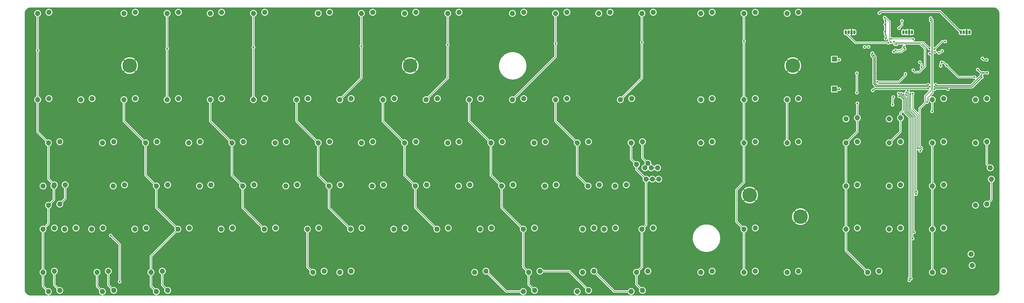
<source format=gtl>
%TF.GenerationSoftware,KiCad,Pcbnew,(6.99.0-5337-gc57e6db79a-dirty)*%
%TF.CreationDate,2023-01-23T18:05:37-05:00*%
%TF.ProjectId,at101w,61743130-3177-42e6-9b69-6361645f7063,rev?*%
%TF.SameCoordinates,Original*%
%TF.FileFunction,Copper,L1,Top*%
%TF.FilePolarity,Positive*%
%FSLAX46Y46*%
G04 Gerber Fmt 4.6, Leading zero omitted, Abs format (unit mm)*
G04 Created by KiCad (PCBNEW (6.99.0-5337-gc57e6db79a-dirty)) date 2023-01-23 18:05:37*
%MOMM*%
%LPD*%
G01*
G04 APERTURE LIST*
%TA.AperFunction,ComponentPad*%
%ADD10C,2.250000*%
%TD*%
%TA.AperFunction,ComponentPad*%
%ADD11C,6.350000*%
%TD*%
%TA.AperFunction,SMDPad,CuDef*%
%ADD12R,2.200000X2.200000*%
%TD*%
%TA.AperFunction,ComponentPad*%
%ADD13O,1.070000X1.800000*%
%TD*%
%TA.AperFunction,ComponentPad*%
%ADD14R,1.070000X1.800000*%
%TD*%
%TA.AperFunction,ViaPad*%
%ADD15C,0.800000*%
%TD*%
%TA.AperFunction,Conductor*%
%ADD16C,0.400000*%
%TD*%
%TA.AperFunction,Conductor*%
%ADD17C,0.250000*%
%TD*%
G04 APERTURE END LIST*
D10*
X18931250Y-129350000D03*
X23931250Y-128850000D03*
X42743750Y-129350000D03*
X47743750Y-128850000D03*
X16550000Y-15050000D03*
X21550000Y-14550000D03*
X54650000Y-15050000D03*
X59650000Y-14550000D03*
X73700000Y-15050000D03*
X78700000Y-14550000D03*
X92750000Y-15050000D03*
X97750000Y-14550000D03*
X111800000Y-15050000D03*
X116800000Y-14550000D03*
X140375000Y-15050000D03*
X145375000Y-14550000D03*
X159425000Y-15050000D03*
X164425000Y-14550000D03*
X178475000Y-15050000D03*
X183475000Y-14550000D03*
X197525000Y-15050000D03*
X202525000Y-14550000D03*
X226100000Y-15050000D03*
X231100000Y-14550000D03*
X245150000Y-15050000D03*
X250150000Y-14550000D03*
X264200000Y-15050000D03*
X269200000Y-14550000D03*
X283250000Y-15050000D03*
X288250000Y-14550000D03*
X309245313Y-15050000D03*
X314245313Y-14550000D03*
X328295313Y-15050000D03*
X333295313Y-14550000D03*
X347345313Y-15050000D03*
X352345313Y-14550000D03*
X66556250Y-129350000D03*
X71556250Y-128850000D03*
X137993750Y-129350000D03*
X142993750Y-128850000D03*
X16550000Y-53150000D03*
X21550000Y-52650000D03*
X35600000Y-53150000D03*
X40600000Y-52650000D03*
X54650000Y-53150000D03*
X59650000Y-52650000D03*
X73700000Y-53150000D03*
X78700000Y-52650000D03*
X92750000Y-53150000D03*
X97750000Y-52650000D03*
X111800000Y-53150000D03*
X116800000Y-52650000D03*
X130850000Y-53150000D03*
X135850000Y-52650000D03*
X149900000Y-53150000D03*
X154900000Y-52650000D03*
X168950000Y-53150000D03*
X173950000Y-52650000D03*
X188000000Y-53150000D03*
X193000000Y-52650000D03*
X207050000Y-53150000D03*
X212050000Y-52650000D03*
X226100000Y-53150000D03*
X231100000Y-52650000D03*
X245150000Y-53150000D03*
X250150000Y-52650000D03*
X273725000Y-53150000D03*
X278725000Y-52650000D03*
X309245313Y-53150000D03*
X314245313Y-52650000D03*
X328295313Y-53150000D03*
X333295313Y-52650000D03*
X347345313Y-53150000D03*
X352345313Y-52650000D03*
X378340625Y-61150000D03*
X373340625Y-61650000D03*
X397390625Y-61150000D03*
X392390625Y-61650000D03*
X411440625Y-53150000D03*
X416440625Y-52650000D03*
X430490625Y-53150000D03*
X435490625Y-52650000D03*
X21312500Y-72200000D03*
X26312500Y-71700000D03*
X45125000Y-72200000D03*
X50125000Y-71700000D03*
X64175000Y-72200000D03*
X69175000Y-71700000D03*
X83225000Y-72200000D03*
X88225000Y-71700000D03*
X102275000Y-72200000D03*
X107275000Y-71700000D03*
X121325000Y-72200000D03*
X126325000Y-71700000D03*
X140375000Y-72200000D03*
X145375000Y-71700000D03*
X159425000Y-72200000D03*
X164425000Y-71700000D03*
X178475000Y-72200000D03*
X183475000Y-71700000D03*
X197525000Y-72200000D03*
X202525000Y-71700000D03*
X216575000Y-72200000D03*
X221575000Y-71700000D03*
X235625000Y-72200000D03*
X240625000Y-71700000D03*
X254675000Y-72200000D03*
X259675000Y-71700000D03*
X278487500Y-72200000D03*
X283487500Y-71700000D03*
X309245313Y-72200000D03*
X314245313Y-71700000D03*
X328295313Y-72200000D03*
X333295313Y-71700000D03*
X347345313Y-72200000D03*
X352345313Y-71700000D03*
X373340625Y-72200000D03*
X378340625Y-71700000D03*
X392390625Y-72200000D03*
X397390625Y-71700000D03*
X411440625Y-72200000D03*
X416440625Y-71700000D03*
X430490625Y-72200000D03*
X435490625Y-71700000D03*
X23693750Y-91250000D03*
X28693750Y-90750000D03*
X49887500Y-91250000D03*
X54887500Y-90750000D03*
X68937500Y-91250000D03*
X73937500Y-90750000D03*
X87987500Y-91250000D03*
X92987500Y-90750000D03*
X107037500Y-91250000D03*
X112037500Y-90750000D03*
X126087500Y-91250000D03*
X131087500Y-90750000D03*
X145137500Y-91250000D03*
X150137500Y-90750000D03*
X164187500Y-91250000D03*
X169187500Y-90750000D03*
X183237500Y-91250000D03*
X188237500Y-90750000D03*
X202287500Y-91250000D03*
X207287500Y-90750000D03*
X221337500Y-91250000D03*
X226337500Y-90750000D03*
X240387500Y-91250000D03*
X245387500Y-90750000D03*
X271343750Y-91250000D03*
X276343750Y-90750000D03*
X392390625Y-91250000D03*
X397390625Y-90750000D03*
X411440625Y-91250000D03*
X416440625Y-90750000D03*
X435490625Y-99250000D03*
X430490625Y-99750000D03*
X28456250Y-110300000D03*
X33456250Y-109800000D03*
X59412500Y-110300000D03*
X64412500Y-109800000D03*
X78462500Y-110300000D03*
X83462500Y-109800000D03*
X97512500Y-110300000D03*
X102512500Y-109800000D03*
X116562500Y-110300000D03*
X121562500Y-109800000D03*
X135612500Y-110300000D03*
X140612500Y-109800000D03*
X154662500Y-110300000D03*
X159662500Y-109800000D03*
X173712500Y-110300000D03*
X178712500Y-109800000D03*
X192762500Y-110300000D03*
X197762500Y-109800000D03*
X211812500Y-110300000D03*
X216812500Y-109800000D03*
X230862500Y-110300000D03*
X235862500Y-109800000D03*
X257056250Y-110300000D03*
X262056250Y-109800000D03*
X283250000Y-110300000D03*
X288250000Y-109800000D03*
X328295313Y-110300000D03*
X333295313Y-109800000D03*
X392390625Y-110300000D03*
X397390625Y-109800000D03*
X411440625Y-110300000D03*
X416440625Y-109800000D03*
X428990625Y-126325000D03*
X428490625Y-121325000D03*
X26312500Y-137350000D03*
X21312500Y-137850000D03*
X50125000Y-137350000D03*
X45125000Y-137850000D03*
X73937500Y-137350000D03*
X68937500Y-137850000D03*
X149900000Y-129350000D03*
X154900000Y-128850000D03*
X209431250Y-129350000D03*
X214431250Y-128850000D03*
X233243750Y-129350000D03*
X238243750Y-128850000D03*
X257056250Y-129350000D03*
X262056250Y-128850000D03*
X280868750Y-129350000D03*
X285868750Y-128850000D03*
X309245313Y-129350000D03*
X314245313Y-128850000D03*
X328295313Y-129350000D03*
X333295313Y-128850000D03*
X347345313Y-129350000D03*
X352345313Y-128850000D03*
X382865625Y-129350000D03*
X387865625Y-128850000D03*
X411440625Y-129350000D03*
X416440625Y-128850000D03*
X436990625Y-83225000D03*
X437490625Y-88225000D03*
X266581250Y-110300000D03*
X271581250Y-109800000D03*
X235862500Y-137350000D03*
X230862500Y-137850000D03*
X259675000Y-137350000D03*
X254675000Y-137850000D03*
X283487500Y-137350000D03*
X278487500Y-137850000D03*
X287368750Y-83225000D03*
X287868750Y-88225000D03*
X259437500Y-91250000D03*
X264437500Y-90750000D03*
X40362500Y-110300000D03*
X45362500Y-109800000D03*
X18931250Y-110300000D03*
X23931250Y-109800000D03*
X280868750Y-81725000D03*
X285868750Y-81225000D03*
X290146875Y-83225000D03*
X290646875Y-88225000D03*
X284590625Y-83225000D03*
X285090625Y-88225000D03*
X26312500Y-99250000D03*
X21312500Y-99750000D03*
D11*
X57150000Y-38100000D03*
X180975000Y-38100000D03*
X349845313Y-38100000D03*
X330795313Y-95250000D03*
X353218750Y-104775000D03*
D10*
X373340625Y-91250000D03*
X378340625Y-90750000D03*
X373340625Y-110300000D03*
X378340625Y-109800000D03*
X18931250Y-91250000D03*
X23931250Y-90750000D03*
D12*
X368204999Y-48434999D03*
X368204999Y-35234999D03*
D13*
X399862812Y-23344999D03*
X402402812Y-23344999D03*
D14*
X401132812Y-23344999D03*
D13*
X398592812Y-23344999D03*
X425262812Y-23344999D03*
X427802812Y-23344999D03*
D14*
X426532812Y-23344999D03*
D13*
X423992812Y-23344999D03*
X374462799Y-23344999D03*
X377002799Y-23344999D03*
D14*
X375732799Y-23344999D03*
D13*
X373192799Y-23344999D03*
D15*
X405990000Y-51420000D03*
X435650000Y-41300000D03*
X433213033Y-43293033D03*
X431450000Y-39850000D03*
X433840000Y-41280000D03*
X435674502Y-37295332D03*
X435440000Y-35550000D03*
X433530000Y-34930500D03*
X417250000Y-45550000D03*
X412615000Y-32045000D03*
X410723399Y-17149551D03*
X409100000Y-54200000D03*
X370395000Y-48475000D03*
X409640000Y-48270000D03*
X412385000Y-48475000D03*
X418285000Y-48475000D03*
X385125000Y-49035000D03*
X370385000Y-35525000D03*
X390615000Y-23145000D03*
X390750332Y-17909668D03*
X390587334Y-20007998D03*
X390866250Y-26196250D03*
X406650902Y-38884500D03*
X405915000Y-36615500D03*
X412315000Y-30845000D03*
X410115000Y-30545000D03*
X417115000Y-27445000D03*
X395410500Y-28250500D03*
X410215000Y-32845000D03*
X410701368Y-18152118D03*
X406113462Y-75763462D03*
X393900000Y-55400000D03*
X394200000Y-52000000D03*
X404950000Y-74700000D03*
X401780589Y-50504011D03*
X405965503Y-74700000D03*
X402777024Y-50425766D03*
X16550000Y-31400000D03*
X73700000Y-30600000D03*
X111800000Y-30050000D03*
X159425000Y-29525000D03*
X197525000Y-28875000D03*
X245150000Y-28350000D03*
X283250000Y-27800000D03*
X328295313Y-27290000D03*
X383315000Y-29845000D03*
X381515000Y-29845000D03*
X378340625Y-54750000D03*
X411300000Y-58300000D03*
X396776588Y-51652843D03*
X49150000Y-101400000D03*
X301950000Y-100750000D03*
X401215000Y-36545000D03*
X431630000Y-34150000D03*
X300200000Y-14400000D03*
X13350000Y-137450000D03*
X299150000Y-23750000D03*
X404027500Y-40238750D03*
X426815000Y-19845000D03*
X376645000Y-44055000D03*
X415515000Y-30345000D03*
X362150000Y-65800000D03*
X408800000Y-65300000D03*
X398603000Y-45500000D03*
X120650000Y-123350000D03*
X342100000Y-14350000D03*
X13550000Y-38350000D03*
X32600000Y-39500000D03*
X12550000Y-69300000D03*
X268700000Y-84600000D03*
X385650000Y-105250000D03*
X381315000Y-50145000D03*
X87350000Y-14650000D03*
X391475000Y-39505000D03*
X401975000Y-34505000D03*
X166800000Y-100900000D03*
X146100000Y-136550000D03*
X256450000Y-23600000D03*
X308500000Y-41350000D03*
X203550000Y-124400000D03*
X307550000Y-84200000D03*
X40650000Y-24000000D03*
X186400000Y-136800000D03*
X37400000Y-121500000D03*
X185600000Y-64200000D03*
X217000000Y-24900000D03*
X34150000Y-136400000D03*
X213450000Y-40150000D03*
X38500000Y-66600000D03*
X406900000Y-124000000D03*
X391050000Y-122450000D03*
X407750000Y-84050000D03*
X388915000Y-41645000D03*
X59900000Y-137250000D03*
X87950000Y-102100000D03*
X387015000Y-41545000D03*
X82550000Y-83400000D03*
X133400000Y-24400000D03*
X358400000Y-137100000D03*
X154600000Y-63850000D03*
X426485000Y-25205000D03*
X393945000Y-39135000D03*
X203900000Y-99200000D03*
X86500000Y-37800000D03*
X196650000Y-83950000D03*
X356100000Y-22700000D03*
X160450000Y-82400000D03*
X389875000Y-32745000D03*
X259700000Y-14600000D03*
X42450000Y-85250000D03*
X400415000Y-40545000D03*
X387215000Y-22845000D03*
X258050000Y-122850000D03*
X60050000Y-121300000D03*
X400400000Y-137550000D03*
X399300000Y-67150000D03*
X410035000Y-36405000D03*
X336200000Y-64750000D03*
X130450000Y-14300000D03*
X438150000Y-136550000D03*
X379515000Y-31645000D03*
X421745000Y-25075000D03*
X386000000Y-66100000D03*
X315700000Y-137950000D03*
X122100000Y-81950000D03*
X175750000Y-23350000D03*
X13300000Y-104000000D03*
X403105000Y-19685000D03*
X386950000Y-55250000D03*
X242000000Y-102100000D03*
X89800000Y-24000000D03*
X282600000Y-63850000D03*
X76650000Y-64900000D03*
X406600000Y-103000000D03*
X351950000Y-84350000D03*
X38250000Y-13800000D03*
X13200000Y-15700000D03*
X432000000Y-65650000D03*
X377855000Y-19155000D03*
X400615000Y-29945000D03*
X257350000Y-38050000D03*
X419700000Y-122250000D03*
X216900000Y-14150000D03*
X173400000Y-14500000D03*
X306150000Y-123000000D03*
X225150000Y-63700000D03*
X130400000Y-36900000D03*
X169750000Y-123900000D03*
X429900000Y-85450000D03*
X356600000Y-121400000D03*
X130800000Y-101050000D03*
X397535000Y-34925000D03*
X415715000Y-34445000D03*
X397915000Y-39645000D03*
X90250000Y-123100000D03*
X408700000Y-73500000D03*
X113950000Y-61350000D03*
X434700000Y-109200000D03*
X385400000Y-85100000D03*
X230150000Y-84050000D03*
X103300000Y-136400000D03*
X404400000Y-93800000D03*
X400538647Y-49121353D03*
X399947939Y-49935397D03*
X404200000Y-94850000D03*
X403300000Y-111650000D03*
X399765594Y-50918125D03*
X398655022Y-50844978D03*
X402750000Y-114450000D03*
X397674584Y-50500936D03*
X401950000Y-132150000D03*
X52750000Y-133500000D03*
X396562355Y-50388210D03*
X401250000Y-132950000D03*
X48800000Y-113100000D03*
X415785000Y-31635000D03*
X414309668Y-32440332D03*
X417725000Y-37975000D03*
X415530552Y-36615500D03*
X430060000Y-43200000D03*
X415135000Y-38214500D03*
X387105000Y-45285000D03*
X399560000Y-41745000D03*
X403015000Y-40145000D03*
X394493923Y-27490675D03*
X390324794Y-16881724D03*
X393155000Y-27805000D03*
X398955000Y-29765000D03*
X395135000Y-31315000D03*
X394369011Y-31957079D03*
X399223665Y-30727717D03*
X378115000Y-50045000D03*
X378115000Y-41445000D03*
X385467169Y-33480500D03*
X433107701Y-42267701D03*
X412904135Y-46504891D03*
X409590000Y-46590500D03*
X412395000Y-47365000D03*
X410292125Y-47442412D03*
X384955000Y-32575000D03*
X388015000Y-14945000D03*
X392015000Y-28045000D03*
X402915000Y-26445000D03*
X393115000Y-26245000D03*
X396715000Y-21545000D03*
X398015000Y-18345000D03*
D16*
X433860000Y-41300000D02*
X433840000Y-41280000D01*
X435650000Y-41300000D02*
X433860000Y-41300000D01*
X433208126Y-43293033D02*
X428970659Y-47530500D01*
X433213033Y-43293033D02*
X433208126Y-43293033D01*
X432880000Y-41280000D02*
X431450000Y-39850000D01*
X433840000Y-41280000D02*
X432880000Y-41280000D01*
X435390000Y-35600000D02*
X435440000Y-35550000D01*
X434199500Y-35600000D02*
X435390000Y-35600000D01*
X433530000Y-34930500D02*
X434199500Y-35600000D01*
D17*
X411515000Y-17941152D02*
X411515000Y-32045000D01*
X411500000Y-50200000D02*
X411515000Y-50200000D01*
X412615000Y-32045000D02*
X411515000Y-32045000D01*
X410723399Y-17149551D02*
X411515000Y-17941152D01*
X409100000Y-52600000D02*
X411500000Y-50200000D01*
X411515000Y-50200000D02*
X411515000Y-32045000D01*
X409100000Y-54200000D02*
X409100000Y-52600000D01*
D16*
X385890000Y-48270000D02*
X385125000Y-49035000D01*
X370395000Y-48475000D02*
X368245000Y-48475000D01*
X418285000Y-48475000D02*
X417955000Y-48145000D01*
X409640000Y-48270000D02*
X385890000Y-48270000D01*
X417955000Y-48145000D02*
X412715000Y-48145000D01*
X412715000Y-48145000D02*
X412385000Y-48475000D01*
D17*
X370385000Y-35525000D02*
X368495000Y-35525000D01*
D16*
X391015000Y-26047500D02*
X390866250Y-26196250D01*
X390750332Y-19845000D02*
X390750332Y-19645000D01*
X390750332Y-23009668D02*
X390615000Y-23145000D01*
X390750332Y-17909668D02*
X390750332Y-19645000D01*
X390615000Y-24445000D02*
X391015000Y-24845000D01*
X390587334Y-20007998D02*
X390750332Y-19845000D01*
X391015000Y-24845000D02*
X391015000Y-26047500D01*
X390615000Y-23145000D02*
X390615000Y-24445000D01*
X390750332Y-19645000D02*
X390750332Y-23009668D01*
D17*
X406650902Y-37351402D02*
X405915000Y-36615500D01*
X406650902Y-38884500D02*
X406650902Y-37351402D01*
X412315000Y-30845000D02*
X415715000Y-27445000D01*
X395410500Y-28250500D02*
X395716000Y-27945000D01*
X415715000Y-27445000D02*
X417115000Y-27445000D01*
X395716000Y-27945000D02*
X407515000Y-27945000D01*
X407515000Y-27945000D02*
X410115000Y-30545000D01*
X406750000Y-75126924D02*
X406750000Y-74350000D01*
X411065000Y-48800000D02*
X411065000Y-32945000D01*
X411065000Y-18515750D02*
X410701368Y-18152118D01*
X411065000Y-32945000D02*
X410315000Y-32945000D01*
X406113462Y-75763462D02*
X406750000Y-75126924D01*
X405800000Y-57027631D02*
X408375000Y-54452631D01*
X411065000Y-32945000D02*
X411065000Y-18515750D01*
X405800000Y-73400000D02*
X405800000Y-57027631D01*
X406750000Y-74350000D02*
X405800000Y-73400000D01*
X408375000Y-54452631D02*
X408375000Y-51490000D01*
X408375000Y-51490000D02*
X411065000Y-48800000D01*
X410315000Y-32945000D02*
X410215000Y-32845000D01*
X393900000Y-55400000D02*
X393900000Y-52300000D01*
X393900000Y-52300000D02*
X394200000Y-52000000D01*
X401780589Y-57174011D02*
X404700000Y-60093422D01*
X401780589Y-50504011D02*
X401780589Y-57174011D01*
X404700000Y-74450000D02*
X404950000Y-74700000D01*
X404700000Y-60093422D02*
X404700000Y-74450000D01*
X283487500Y-78843750D02*
X285868750Y-81225000D01*
X285868750Y-81225000D02*
X287368750Y-82725000D01*
X287368750Y-83225000D02*
X290146875Y-83225000D01*
D16*
X284590625Y-82503125D02*
X285868750Y-81225000D01*
D17*
X283487500Y-71700000D02*
X283487500Y-78843750D01*
X435490625Y-81725000D02*
X436990625Y-83225000D01*
X435490625Y-71700000D02*
X435490625Y-81725000D01*
X28693750Y-96868750D02*
X26312500Y-99250000D01*
X28693750Y-90750000D02*
X28693750Y-96868750D01*
X405250000Y-73900000D02*
X405965503Y-74615503D01*
X405965503Y-74615503D02*
X405965503Y-74700000D01*
X402777024Y-57095766D02*
X405250000Y-59568742D01*
X402777024Y-50425766D02*
X402777024Y-57095766D01*
X405250000Y-59568742D02*
X405250000Y-73900000D01*
X23931250Y-128850000D02*
X23931250Y-134968750D01*
X23931250Y-134968750D02*
X26312500Y-137350000D01*
X47743750Y-134968750D02*
X50125000Y-137350000D01*
X47743750Y-128850000D02*
X47743750Y-134968750D01*
X71556250Y-128850000D02*
X71556250Y-134968750D01*
X71556250Y-134968750D02*
X73937500Y-137350000D01*
X230862500Y-137850000D02*
X223431250Y-137850000D01*
X223431250Y-137850000D02*
X214431250Y-128850000D01*
X23693750Y-91250000D02*
X23693750Y-97368750D01*
X16550000Y-53150000D02*
X16550000Y-67437500D01*
X18931250Y-129350000D02*
X18931250Y-135468750D01*
X21312500Y-107918750D02*
X18931250Y-110300000D01*
X21312500Y-72200000D02*
X21312500Y-88131250D01*
X18931250Y-110300000D02*
X18931250Y-129350000D01*
X18931250Y-135468750D02*
X21312500Y-137850000D01*
X21312500Y-99750000D02*
X21312500Y-107918750D01*
X16550000Y-67437500D02*
X21312500Y-72200000D01*
X42743750Y-129350000D02*
X42743750Y-135468750D01*
X23693750Y-97368750D02*
X21312500Y-99750000D01*
X42743750Y-135468750D02*
X45125000Y-137850000D01*
X16550000Y-31400000D02*
X16550000Y-53150000D01*
X16550000Y-15050000D02*
X16550000Y-31400000D01*
X21312500Y-88131250D02*
X23931250Y-90750000D01*
X64175000Y-72200000D02*
X64175000Y-86487500D01*
X66556250Y-135468750D02*
X68937500Y-137850000D01*
X68937500Y-91250000D02*
X68937500Y-100775000D01*
X54650000Y-53150000D02*
X54650000Y-62675000D01*
X68937500Y-100775000D02*
X78462500Y-110300000D01*
X64175000Y-86487500D02*
X68937500Y-91250000D01*
X66556250Y-122206250D02*
X78462500Y-110300000D01*
X66556250Y-129350000D02*
X66556250Y-135468750D01*
X73700000Y-30600000D02*
X73700000Y-53150000D01*
X54650000Y-62675000D02*
X64175000Y-72200000D01*
X66556250Y-129350000D02*
X66556250Y-122206250D01*
X73700000Y-15050000D02*
X73700000Y-30600000D01*
X111800000Y-53150000D02*
X111800000Y-30050000D01*
X111800000Y-30050000D02*
X111800000Y-15050000D01*
X135612500Y-110300000D02*
X135612500Y-126968750D01*
X92750000Y-53150000D02*
X92750000Y-62675000D01*
X92750000Y-62675000D02*
X102275000Y-72200000D01*
X135612500Y-126968750D02*
X137993750Y-129350000D01*
X107037500Y-91250000D02*
X107037500Y-100775000D01*
X102275000Y-72200000D02*
X102275000Y-86487500D01*
X107037500Y-100775000D02*
X116562500Y-110300000D01*
X102275000Y-86487500D02*
X107037500Y-91250000D01*
X159425000Y-43625000D02*
X149900000Y-53150000D01*
X130850000Y-62675000D02*
X140375000Y-72200000D01*
X159425000Y-15050000D02*
X159425000Y-29525000D01*
X145137500Y-100775000D02*
X154662500Y-110300000D01*
X145137500Y-91250000D02*
X145137500Y-100775000D01*
X159425000Y-29525000D02*
X159425000Y-43625000D01*
X140375000Y-72200000D02*
X140375000Y-86487500D01*
X130850000Y-53150000D02*
X130850000Y-62675000D01*
X140375000Y-86487500D02*
X145137500Y-91250000D01*
X197525000Y-15050000D02*
X197525000Y-28875000D01*
X178475000Y-72200000D02*
X178475000Y-86487500D01*
X168950000Y-62675000D02*
X178475000Y-72200000D01*
X183237500Y-91250000D02*
X183237500Y-100775000D01*
X178475000Y-86487500D02*
X183237500Y-91250000D01*
X168950000Y-53150000D02*
X168950000Y-62675000D01*
X197525000Y-28875000D02*
X197525000Y-43625000D01*
X183237500Y-100775000D02*
X192762500Y-110300000D01*
X197525000Y-43625000D02*
X188000000Y-53150000D01*
X207050000Y-53150000D02*
X207050000Y-62675000D01*
X221337500Y-91250000D02*
X221337500Y-100775000D01*
X233243750Y-129350000D02*
X233243750Y-134731250D01*
X245150000Y-34100000D02*
X226100000Y-53150000D01*
X207050000Y-62675000D02*
X216575000Y-72200000D01*
X216575000Y-72200000D02*
X216575000Y-86487500D01*
X230862500Y-110300000D02*
X230862500Y-126968750D01*
X221337500Y-100775000D02*
X230862500Y-110300000D01*
X245150000Y-15050000D02*
X245150000Y-28350000D01*
X233243750Y-134731250D02*
X235862500Y-137350000D01*
X216575000Y-86487500D02*
X221337500Y-91250000D01*
X245150000Y-28350000D02*
X245150000Y-34100000D01*
X230862500Y-126968750D02*
X233243750Y-129350000D01*
X278487500Y-72200000D02*
X278487500Y-79343750D01*
X285090625Y-88225000D02*
X287868750Y-88225000D01*
X245150000Y-62675000D02*
X254675000Y-72200000D01*
X245150000Y-53150000D02*
X245150000Y-62675000D01*
X285090625Y-108459375D02*
X283250000Y-110300000D01*
X280868750Y-134731250D02*
X283487500Y-137350000D01*
X283250000Y-126968750D02*
X280868750Y-129350000D01*
X254675000Y-86487500D02*
X259437500Y-91250000D01*
X254675000Y-72200000D02*
X254675000Y-86487500D01*
X287868750Y-88225000D02*
X290646875Y-88225000D01*
X285090625Y-88225000D02*
X285090625Y-108459375D01*
X283250000Y-15050000D02*
X283250000Y-27800000D01*
X280868750Y-129350000D02*
X280868750Y-134731250D01*
X283250000Y-27800000D02*
X283250000Y-43625000D01*
X278487500Y-79343750D02*
X280868750Y-81725000D01*
X280868750Y-81725000D02*
X280868750Y-84003125D01*
X283250000Y-110300000D02*
X283250000Y-126968750D01*
X283250000Y-43625000D02*
X273725000Y-53150000D01*
X280868750Y-84003125D02*
X285090625Y-88225000D01*
X328295313Y-110300000D02*
X328295313Y-129350000D01*
X328295313Y-89604687D02*
X328295313Y-72200000D01*
X328295313Y-110300000D02*
X325000000Y-107004687D01*
X383315000Y-29845000D02*
X381515000Y-29845000D01*
X328295313Y-27290000D02*
X328295313Y-53150000D01*
X325000000Y-92900000D02*
X328295313Y-89604687D01*
X325000000Y-107004687D02*
X325000000Y-92900000D01*
X328295313Y-15050000D02*
X328295313Y-27290000D01*
X328295313Y-53150000D02*
X328295313Y-72200000D01*
X373340625Y-91250000D02*
X373340625Y-72200000D01*
X378340625Y-67200000D02*
X373340625Y-72200000D01*
X347345313Y-53150000D02*
X347345313Y-72200000D01*
X373340625Y-119825000D02*
X382865625Y-129350000D01*
X373340625Y-91250000D02*
X373340625Y-110300000D01*
X378340625Y-54750000D02*
X378340625Y-61150000D01*
X378340625Y-67200000D02*
X378340625Y-61150000D01*
X373340625Y-110300000D02*
X373340625Y-119825000D01*
X411440625Y-91448438D02*
X411440625Y-72200000D01*
X397164790Y-51652843D02*
X398630589Y-53118642D01*
X398630589Y-53118642D02*
X398630589Y-57700000D01*
X437490625Y-88225000D02*
X437490625Y-97250000D01*
X397390625Y-67200000D02*
X392390625Y-72200000D01*
X397390625Y-58939964D02*
X397390625Y-61150000D01*
X411440625Y-110300000D02*
X411440625Y-129350000D01*
X397390625Y-61150000D02*
X397390625Y-67200000D01*
X437490625Y-97250000D02*
X435490625Y-99250000D01*
X411440625Y-58159375D02*
X411300000Y-58300000D01*
X396776588Y-51652843D02*
X397164790Y-51652843D01*
X411440625Y-91448438D02*
X411440625Y-110300000D01*
X411440625Y-53150000D02*
X411440625Y-58159375D01*
X398630589Y-57700000D02*
X397390625Y-58939964D01*
X388815000Y-41545000D02*
X388915000Y-41645000D01*
X387015000Y-41545000D02*
X388815000Y-41545000D01*
X251175000Y-128850000D02*
X259675000Y-137350000D01*
X238243750Y-128850000D02*
X251175000Y-128850000D01*
X278487500Y-137850000D02*
X271056250Y-137850000D01*
X271056250Y-137850000D02*
X262056250Y-128850000D01*
X400538647Y-49509556D02*
X400938695Y-49909604D01*
X401390990Y-57809010D02*
X404150000Y-60568020D01*
X404150000Y-93550000D02*
X404400000Y-93800000D01*
X404150000Y-60568020D02*
X404150000Y-93550000D01*
X401330589Y-57748609D02*
X401390990Y-57809010D01*
X400938695Y-49909604D02*
X400938695Y-50686715D01*
X400938695Y-50686715D02*
X401330589Y-51078609D01*
X401330589Y-51078609D02*
X401330589Y-57748609D01*
X400538647Y-49121353D02*
X400538647Y-49509556D01*
X400328092Y-49935397D02*
X400488695Y-50096000D01*
X400880589Y-57935005D02*
X403600000Y-60654416D01*
X400488695Y-50873111D02*
X400880589Y-51265005D01*
X403600000Y-60654416D02*
X403600000Y-94250000D01*
X400488695Y-50096000D02*
X400488695Y-50873111D01*
X400880589Y-51265005D02*
X400880589Y-57935005D01*
X403600000Y-94250000D02*
X404200000Y-94850000D01*
X399947939Y-49935397D02*
X400328092Y-49935397D01*
X400430589Y-51451401D02*
X400430589Y-58121401D01*
X403050000Y-60740812D02*
X403050000Y-111400000D01*
X403050000Y-111400000D02*
X403300000Y-111650000D01*
X399765594Y-50918125D02*
X399897313Y-50918125D01*
X400430589Y-58121401D02*
X403050000Y-60740812D01*
X399897313Y-50918125D02*
X400430589Y-51451401D01*
X402500000Y-60827208D02*
X402500000Y-114200000D01*
X398655022Y-51074433D02*
X399980589Y-52400000D01*
X402500000Y-114200000D02*
X402750000Y-114450000D01*
X399980589Y-58307797D02*
X402500000Y-60827208D01*
X398655022Y-50844978D02*
X398655022Y-51074433D01*
X399980589Y-52400000D02*
X399980589Y-58307797D01*
X397674584Y-50500936D02*
X397674584Y-50889845D01*
X401950000Y-60913604D02*
X401950000Y-132150000D01*
X399530589Y-58494193D02*
X401950000Y-60913604D01*
X397674584Y-50889845D02*
X399530589Y-52745850D01*
X399530589Y-52745850D02*
X399530589Y-58494193D01*
X399150000Y-58750000D02*
X401400000Y-61000000D01*
X396562355Y-50414012D02*
X399080589Y-52932246D01*
X401188000Y-131762000D02*
X401188000Y-132888000D01*
X399080589Y-58680589D02*
X399150000Y-58750000D01*
X401400000Y-61000000D02*
X401400000Y-131550000D01*
X52750000Y-117050000D02*
X48800000Y-113100000D01*
X401188000Y-132888000D02*
X401250000Y-132950000D01*
X401400000Y-131550000D02*
X401188000Y-131762000D01*
X399080589Y-52932246D02*
X399080589Y-58680589D01*
X396562355Y-50388210D02*
X396562355Y-50414012D01*
X52750000Y-133500000D02*
X52750000Y-117050000D01*
X414979668Y-32440332D02*
X415785000Y-31635000D01*
X414309668Y-32440332D02*
X414979668Y-32440332D01*
X417725000Y-37975000D02*
X422950000Y-43200000D01*
X422950000Y-43200000D02*
X430060000Y-43200000D01*
X416365500Y-36615500D02*
X417725000Y-37975000D01*
X415135000Y-38214500D02*
X415135000Y-37011052D01*
X415135000Y-37011052D02*
X415530552Y-36615500D01*
X415530552Y-36615500D02*
X416365500Y-36615500D01*
X399560000Y-42335000D02*
X396610000Y-45285000D01*
X399560000Y-41745000D02*
X399560000Y-42335000D01*
X396610000Y-45285000D02*
X387105000Y-45285000D01*
X403727195Y-40963750D02*
X405596250Y-40963750D01*
X394945500Y-28975500D02*
X394493923Y-28523923D01*
X403015000Y-40251555D02*
X403727195Y-40963750D01*
X408205000Y-38355000D02*
X408205000Y-30655000D01*
X394493923Y-28523923D02*
X394493923Y-27490675D01*
X395710805Y-28975500D02*
X394945500Y-28975500D01*
X405596250Y-40963750D02*
X408205000Y-38355000D01*
X403015000Y-40145000D02*
X403015000Y-40251555D01*
X408205000Y-30655000D02*
X405945000Y-28395000D01*
X396291305Y-28395000D02*
X395710805Y-28975500D01*
X405945000Y-28395000D02*
X396291305Y-28395000D01*
X392515000Y-18649031D02*
X390747693Y-16881724D01*
X392515000Y-25819695D02*
X392390000Y-25944695D01*
X392390000Y-27040000D02*
X393155000Y-27805000D01*
X392515000Y-25819695D02*
X392515000Y-18649031D01*
X390747693Y-16881724D02*
X390324794Y-16881724D01*
X392390000Y-25944695D02*
X392390000Y-27040000D01*
X398955000Y-29765000D02*
X397405000Y-31315000D01*
X397405000Y-31315000D02*
X395135000Y-31315000D01*
X394527079Y-31957079D02*
X394369011Y-31957079D01*
X397911382Y-32040000D02*
X394610000Y-32040000D01*
X399223665Y-30727717D02*
X397911382Y-32040000D01*
X394610000Y-32040000D02*
X394527079Y-31957079D01*
X378115000Y-41445000D02*
X378115000Y-50045000D01*
D16*
X413076371Y-46915000D02*
X428460402Y-46915000D01*
X412904135Y-46504891D02*
X412904135Y-46742764D01*
X409590000Y-46590500D02*
X409390500Y-46790000D01*
X428460402Y-46915000D02*
X433107701Y-42267701D01*
X412904135Y-46742764D02*
X413076371Y-46915000D01*
X387062462Y-46790000D02*
X386195000Y-45922538D01*
X386195000Y-45922538D02*
X386195000Y-34208331D01*
X386195000Y-34208331D02*
X385467169Y-33480500D01*
X409390500Y-46790000D02*
X387062462Y-46790000D01*
X384667169Y-32862831D02*
X384955000Y-32575000D01*
X412575000Y-47545000D02*
X428961772Y-47545000D01*
X410292125Y-47442412D02*
X410239713Y-47390000D01*
X412395000Y-47365000D02*
X412575000Y-47545000D01*
X410239713Y-47390000D02*
X386813934Y-47390000D01*
X385595000Y-34739702D02*
X384667169Y-33811871D01*
X386813934Y-47390000D02*
X385595000Y-46171066D01*
X385595000Y-46171066D02*
X385595000Y-34739702D01*
D17*
X384955000Y-32575000D02*
X384675000Y-32855000D01*
D16*
X384667169Y-33811871D02*
X384667169Y-32862831D01*
X388715000Y-14245000D02*
X414892813Y-14245000D01*
X414892813Y-14245000D02*
X423992813Y-23345000D01*
X388015000Y-14945000D02*
X388715000Y-14245000D01*
D17*
X402715000Y-26245000D02*
X402915000Y-26445000D01*
X377527800Y-28045000D02*
X392015000Y-28045000D01*
X393115000Y-26245000D02*
X402715000Y-26245000D01*
X373192800Y-23710000D02*
X377527800Y-28045000D01*
X398015000Y-20245000D02*
X396715000Y-21545000D01*
X398015000Y-18345000D02*
X398015000Y-20245000D01*
%TA.AperFunction,Conductor*%
G36*
X409106616Y-48858571D02*
G01*
X409143561Y-48878990D01*
X409144656Y-48879863D01*
X409149660Y-48884867D01*
X409298774Y-48978562D01*
X409465000Y-49036727D01*
X409640000Y-49056445D01*
X409791861Y-49039334D01*
X409852877Y-49047599D01*
X409902691Y-49083791D01*
X409929407Y-49139268D01*
X409926645Y-49200779D01*
X409895063Y-49253637D01*
X408064931Y-51083768D01*
X408054208Y-51092410D01*
X408054291Y-51092506D01*
X408047480Y-51098406D01*
X408039903Y-51103277D01*
X408034007Y-51110080D01*
X408034000Y-51110087D01*
X408007010Y-51141235D01*
X408000893Y-51147806D01*
X407994415Y-51154284D01*
X407994403Y-51154297D01*
X407991238Y-51157463D01*
X407988552Y-51161049D01*
X407988543Y-51161061D01*
X407983063Y-51168382D01*
X407977425Y-51175379D01*
X407950424Y-51206539D01*
X407950419Y-51206546D01*
X407944524Y-51213350D01*
X407940781Y-51221543D01*
X407935909Y-51229126D01*
X407935805Y-51229059D01*
X407935493Y-51229584D01*
X407935602Y-51229644D01*
X407931283Y-51237552D01*
X407925885Y-51244765D01*
X407922737Y-51253203D01*
X407922734Y-51253210D01*
X407908330Y-51291827D01*
X407904891Y-51300130D01*
X407887762Y-51337638D01*
X407887759Y-51337646D01*
X407884020Y-51345835D01*
X407882738Y-51354748D01*
X407880198Y-51363399D01*
X407880078Y-51363364D01*
X407879927Y-51363956D01*
X407880050Y-51363983D01*
X407878135Y-51372783D01*
X407874986Y-51381229D01*
X407874343Y-51390217D01*
X407874343Y-51390218D01*
X407871402Y-51431336D01*
X407870441Y-51440274D01*
X407868500Y-51453778D01*
X407868500Y-51458276D01*
X407868500Y-51467418D01*
X407868179Y-51476406D01*
X407865238Y-51517517D01*
X407865238Y-51517522D01*
X407864596Y-51526505D01*
X407866510Y-51535307D01*
X407867154Y-51544299D01*
X407867028Y-51544307D01*
X407868500Y-51557999D01*
X407868500Y-54190642D01*
X407858909Y-54238860D01*
X407831595Y-54279737D01*
X405489931Y-56621399D01*
X405479208Y-56630041D01*
X405479291Y-56630137D01*
X405472480Y-56636037D01*
X405464903Y-56640908D01*
X405459007Y-56647711D01*
X405459000Y-56647718D01*
X405432010Y-56678866D01*
X405425893Y-56685437D01*
X405419415Y-56691915D01*
X405419403Y-56691928D01*
X405416238Y-56695094D01*
X405413552Y-56698680D01*
X405413543Y-56698692D01*
X405408063Y-56706013D01*
X405402425Y-56713010D01*
X405375424Y-56744170D01*
X405375419Y-56744177D01*
X405369524Y-56750981D01*
X405365781Y-56759174D01*
X405360909Y-56766757D01*
X405360805Y-56766690D01*
X405360493Y-56767215D01*
X405360602Y-56767275D01*
X405356283Y-56775183D01*
X405350885Y-56782396D01*
X405347737Y-56790834D01*
X405347734Y-56790841D01*
X405333330Y-56829458D01*
X405329891Y-56837761D01*
X405312762Y-56875269D01*
X405312759Y-56875277D01*
X405309020Y-56883466D01*
X405307738Y-56892379D01*
X405305198Y-56901030D01*
X405305078Y-56900995D01*
X405304927Y-56901587D01*
X405305050Y-56901614D01*
X405303135Y-56910414D01*
X405299986Y-56918860D01*
X405299343Y-56927848D01*
X405299343Y-56927849D01*
X405296402Y-56968967D01*
X405295441Y-56977905D01*
X405293500Y-56991409D01*
X405293500Y-56995907D01*
X405293500Y-57005049D01*
X405293179Y-57014037D01*
X405290238Y-57055148D01*
X405290238Y-57055153D01*
X405289596Y-57064136D01*
X405291510Y-57072938D01*
X405292154Y-57081930D01*
X405292028Y-57081938D01*
X405293500Y-57095630D01*
X405293500Y-58591753D01*
X405279767Y-58648956D01*
X405241561Y-58693689D01*
X405187211Y-58716202D01*
X405128564Y-58711586D01*
X405078405Y-58680848D01*
X403320429Y-56922872D01*
X403293115Y-56881995D01*
X403283524Y-56833777D01*
X403283524Y-51076663D01*
X403293115Y-51028445D01*
X403320429Y-50987568D01*
X403320428Y-50987568D01*
X403391891Y-50916106D01*
X403485586Y-50766992D01*
X403543751Y-50600766D01*
X403563469Y-50425766D01*
X403543751Y-50250766D01*
X403485586Y-50084540D01*
X403442887Y-50016585D01*
X403395658Y-49941421D01*
X403395657Y-49941420D01*
X403391891Y-49935426D01*
X403267364Y-49810899D01*
X403261370Y-49807133D01*
X403261368Y-49807131D01*
X403124241Y-49720968D01*
X403124238Y-49720966D01*
X403118250Y-49717204D01*
X403111574Y-49714868D01*
X403111570Y-49714866D01*
X402958703Y-49661376D01*
X402958702Y-49661375D01*
X402952024Y-49659039D01*
X402777024Y-49639321D01*
X402769995Y-49640113D01*
X402609052Y-49658247D01*
X402609050Y-49658247D01*
X402602024Y-49659039D01*
X402595347Y-49661375D01*
X402595344Y-49661376D01*
X402442477Y-49714866D01*
X402442470Y-49714869D01*
X402435798Y-49717204D01*
X402429813Y-49720964D01*
X402429806Y-49720968D01*
X402286684Y-49810899D01*
X402285943Y-49809720D01*
X402249492Y-49828108D01*
X402198117Y-49830983D01*
X402149876Y-49813081D01*
X402127804Y-49799212D01*
X402127802Y-49799211D01*
X402121815Y-49795449D01*
X402115139Y-49793113D01*
X402115135Y-49793111D01*
X401962268Y-49739621D01*
X401962267Y-49739620D01*
X401955589Y-49737284D01*
X401780589Y-49717566D01*
X401773560Y-49718358D01*
X401612617Y-49736492D01*
X401612615Y-49736492D01*
X401605589Y-49737284D01*
X401598919Y-49739617D01*
X401598914Y-49739619D01*
X401553534Y-49755499D01*
X401489336Y-49760529D01*
X401431037Y-49733181D01*
X401393864Y-49680600D01*
X401390959Y-49672812D01*
X401387810Y-49664369D01*
X401382409Y-49657154D01*
X401378091Y-49649246D01*
X401378201Y-49649185D01*
X401377893Y-49648665D01*
X401377787Y-49648734D01*
X401372916Y-49641155D01*
X401369171Y-49632954D01*
X401336263Y-49594976D01*
X401330644Y-49588004D01*
X401322457Y-49577067D01*
X401312809Y-49567419D01*
X401306694Y-49560852D01*
X401287647Y-49538871D01*
X401259111Y-49479997D01*
X401263944Y-49414751D01*
X401305374Y-49296353D01*
X401325092Y-49121353D01*
X401310473Y-48991607D01*
X401322159Y-48922831D01*
X401368645Y-48870813D01*
X401435681Y-48851500D01*
X409065001Y-48851500D01*
X409106616Y-48858571D01*
G37*
%TD.AperFunction*%
%TA.AperFunction,Conductor*%
G36*
X438351957Y-12406948D02*
G01*
X438640814Y-12423173D01*
X438654854Y-12424755D01*
X438713570Y-12434731D01*
X438936605Y-12472628D01*
X438950356Y-12475767D01*
X439224970Y-12554885D01*
X439238279Y-12559541D01*
X439502327Y-12668914D01*
X439515043Y-12675038D01*
X439760364Y-12810625D01*
X439765154Y-12813272D01*
X439777118Y-12820789D01*
X440010185Y-12986159D01*
X440021231Y-12994969D01*
X440234312Y-13185389D01*
X440244304Y-13195380D01*
X440434729Y-13408465D01*
X440443538Y-13419512D01*
X440608901Y-13652566D01*
X440616419Y-13664530D01*
X440754656Y-13914648D01*
X440760786Y-13927378D01*
X440870144Y-14191386D01*
X440874811Y-14204722D01*
X440953927Y-14479328D01*
X440957071Y-14493103D01*
X441004942Y-14774826D01*
X441006525Y-14788867D01*
X441022740Y-15077519D01*
X441022938Y-15084586D01*
X441022938Y-136855982D01*
X441022937Y-136855987D01*
X441022937Y-136855995D01*
X441022937Y-136855996D01*
X441022937Y-136918342D01*
X441022739Y-136925406D01*
X441006520Y-137214267D01*
X441004938Y-137228308D01*
X440957072Y-137510043D01*
X440953928Y-137523818D01*
X440874818Y-137798424D01*
X440870151Y-137811761D01*
X440760796Y-138075773D01*
X440754666Y-138088504D01*
X440616429Y-138338630D01*
X440608911Y-138350594D01*
X440443550Y-138583653D01*
X440434741Y-138594700D01*
X440244317Y-138807789D01*
X440234326Y-138817780D01*
X440021245Y-139008205D01*
X440010198Y-139017015D01*
X439777130Y-139182389D01*
X439765166Y-139189906D01*
X439515057Y-139328140D01*
X439502326Y-139334271D01*
X439238311Y-139443632D01*
X439224975Y-139448299D01*
X438950365Y-139527417D01*
X438936589Y-139530561D01*
X438654867Y-139578431D01*
X438640826Y-139580014D01*
X438353079Y-139596177D01*
X438346013Y-139596375D01*
X437590487Y-139596375D01*
X278705703Y-139596375D01*
X278644137Y-139580310D01*
X278598270Y-139536210D01*
X278579800Y-139475322D01*
X278593436Y-139413172D01*
X278635701Y-139365610D01*
X278695817Y-139344763D01*
X278698288Y-139344568D01*
X278723897Y-139342553D01*
X278954474Y-139287197D01*
X279173551Y-139196452D01*
X279375736Y-139072553D01*
X279556050Y-138918550D01*
X279710053Y-138738236D01*
X279833952Y-138536051D01*
X279924697Y-138316974D01*
X279980053Y-138086397D01*
X279998658Y-137850000D01*
X279980053Y-137613603D01*
X279924697Y-137383026D01*
X279833952Y-137163949D01*
X279710053Y-136961764D01*
X279679000Y-136925406D01*
X279559257Y-136785205D01*
X279556050Y-136781450D01*
X279499365Y-136733036D01*
X279379495Y-136630657D01*
X279379491Y-136630654D01*
X279375736Y-136627447D01*
X279173551Y-136503548D01*
X279072676Y-136461764D01*
X278959047Y-136414697D01*
X278959044Y-136414696D01*
X278954474Y-136412803D01*
X278949670Y-136411649D01*
X278949662Y-136411647D01*
X278728709Y-136358602D01*
X278728705Y-136358601D01*
X278723897Y-136357447D01*
X278718971Y-136357059D01*
X278718963Y-136357058D01*
X278492430Y-136339230D01*
X278487500Y-136338842D01*
X278482570Y-136339230D01*
X278256036Y-136357058D01*
X278256026Y-136357059D01*
X278251103Y-136357447D01*
X278246295Y-136358601D01*
X278246290Y-136358602D01*
X278025337Y-136411647D01*
X278025325Y-136411650D01*
X278020526Y-136412803D01*
X278015958Y-136414694D01*
X278015952Y-136414697D01*
X277806023Y-136501653D01*
X277806019Y-136501655D01*
X277801449Y-136503548D01*
X277797234Y-136506130D01*
X277797228Y-136506134D01*
X277603478Y-136624864D01*
X277603472Y-136624868D01*
X277599264Y-136627447D01*
X277595514Y-136630649D01*
X277595504Y-136630657D01*
X277422705Y-136778242D01*
X277422698Y-136778248D01*
X277418950Y-136781450D01*
X277415748Y-136785198D01*
X277415742Y-136785205D01*
X277268157Y-136958004D01*
X277268149Y-136958014D01*
X277264947Y-136961764D01*
X277262368Y-136965972D01*
X277262364Y-136965978D01*
X277143634Y-137159728D01*
X277143630Y-137159734D01*
X277141048Y-137163949D01*
X277114390Y-137228308D01*
X277098894Y-137265718D01*
X277071581Y-137306595D01*
X277030703Y-137333909D01*
X276982485Y-137343500D01*
X271318239Y-137343500D01*
X271270021Y-137333909D01*
X271229144Y-137306595D01*
X263478606Y-129556057D01*
X263451292Y-129515180D01*
X263441701Y-129466962D01*
X263451291Y-129418745D01*
X263493447Y-129316974D01*
X263548803Y-129086397D01*
X263567408Y-128850000D01*
X263548803Y-128613603D01*
X263493447Y-128383026D01*
X263402702Y-128163949D01*
X263278803Y-127961764D01*
X263272989Y-127954957D01*
X263128007Y-127785205D01*
X263124800Y-127781450D01*
X262998227Y-127673346D01*
X262948245Y-127630657D01*
X262948241Y-127630654D01*
X262944486Y-127627447D01*
X262742301Y-127503548D01*
X262523224Y-127412803D01*
X262518420Y-127411649D01*
X262518412Y-127411647D01*
X262297459Y-127358602D01*
X262297455Y-127358601D01*
X262292647Y-127357447D01*
X262287721Y-127357059D01*
X262287713Y-127357058D01*
X262061180Y-127339230D01*
X262056250Y-127338842D01*
X262051320Y-127339230D01*
X261824786Y-127357058D01*
X261824776Y-127357059D01*
X261819853Y-127357447D01*
X261815045Y-127358601D01*
X261815040Y-127358602D01*
X261594087Y-127411647D01*
X261594075Y-127411650D01*
X261589276Y-127412803D01*
X261584708Y-127414694D01*
X261584702Y-127414697D01*
X261374773Y-127501653D01*
X261374769Y-127501655D01*
X261370199Y-127503548D01*
X261365984Y-127506130D01*
X261365978Y-127506134D01*
X261172228Y-127624864D01*
X261172222Y-127624868D01*
X261168014Y-127627447D01*
X261164264Y-127630649D01*
X261164254Y-127630657D01*
X260991455Y-127778242D01*
X260991448Y-127778248D01*
X260987700Y-127781450D01*
X260984498Y-127785198D01*
X260984492Y-127785205D01*
X260836907Y-127958004D01*
X260836899Y-127958014D01*
X260833697Y-127961764D01*
X260831118Y-127965972D01*
X260831114Y-127965978D01*
X260712384Y-128159728D01*
X260712380Y-128159734D01*
X260709798Y-128163949D01*
X260707905Y-128168519D01*
X260707903Y-128168523D01*
X260620947Y-128378452D01*
X260620944Y-128378458D01*
X260619053Y-128383026D01*
X260617900Y-128387825D01*
X260617897Y-128387837D01*
X260564852Y-128608790D01*
X260563697Y-128613603D01*
X260563309Y-128618526D01*
X260563308Y-128618536D01*
X260554297Y-128733036D01*
X260545092Y-128850000D01*
X260545480Y-128854930D01*
X260563308Y-129081463D01*
X260563309Y-129081471D01*
X260563697Y-129086397D01*
X260564851Y-129091205D01*
X260564852Y-129091209D01*
X260617897Y-129312162D01*
X260617899Y-129312170D01*
X260619053Y-129316974D01*
X260709798Y-129536051D01*
X260833697Y-129738236D01*
X260836904Y-129741991D01*
X260836907Y-129741995D01*
X260904851Y-129821547D01*
X260987700Y-129918550D01*
X260991455Y-129921757D01*
X261130216Y-130040271D01*
X261168014Y-130072553D01*
X261370199Y-130196452D01*
X261589276Y-130287197D01*
X261819853Y-130342553D01*
X262056250Y-130361158D01*
X262292647Y-130342553D01*
X262523224Y-130287197D01*
X262624995Y-130245041D01*
X262673212Y-130235451D01*
X262721430Y-130245042D01*
X262762307Y-130272356D01*
X270650017Y-138160066D01*
X270658657Y-138170787D01*
X270658753Y-138170705D01*
X270664654Y-138177515D01*
X270669527Y-138185097D01*
X270707498Y-138217999D01*
X270714066Y-138224115D01*
X270723713Y-138233762D01*
X270734650Y-138241949D01*
X270741622Y-138247568D01*
X270779600Y-138280476D01*
X270787801Y-138284221D01*
X270795380Y-138289092D01*
X270795311Y-138289198D01*
X270795831Y-138289506D01*
X270795892Y-138289396D01*
X270803800Y-138293713D01*
X270811015Y-138299115D01*
X270845996Y-138312162D01*
X270858077Y-138316668D01*
X270866388Y-138320111D01*
X270903884Y-138337235D01*
X270903886Y-138337235D01*
X270912085Y-138340980D01*
X270921005Y-138342262D01*
X270929654Y-138344802D01*
X270929618Y-138344923D01*
X270930200Y-138345072D01*
X270930228Y-138344948D01*
X270939031Y-138346863D01*
X270947479Y-138350014D01*
X270997591Y-138353597D01*
X271006525Y-138354558D01*
X271012801Y-138355460D01*
X271015570Y-138355859D01*
X271015571Y-138355859D01*
X271020028Y-138356500D01*
X271033668Y-138356500D01*
X271042656Y-138356821D01*
X271092755Y-138360404D01*
X271101559Y-138358488D01*
X271110549Y-138357846D01*
X271110557Y-138357971D01*
X271124249Y-138356500D01*
X276982485Y-138356500D01*
X277030703Y-138366091D01*
X277071581Y-138393405D01*
X277098892Y-138434280D01*
X277141048Y-138536051D01*
X277143633Y-138540270D01*
X277143634Y-138540271D01*
X277170218Y-138583653D01*
X277264947Y-138738236D01*
X277268154Y-138741991D01*
X277268157Y-138741995D01*
X277415742Y-138914794D01*
X277418950Y-138918550D01*
X277422705Y-138921757D01*
X277529399Y-139012883D01*
X277599264Y-139072553D01*
X277801449Y-139196452D01*
X278020526Y-139287197D01*
X278251103Y-139342553D01*
X278276008Y-139344513D01*
X278279183Y-139344763D01*
X278339299Y-139365610D01*
X278381564Y-139413172D01*
X278395200Y-139475322D01*
X278376730Y-139536210D01*
X278330863Y-139580310D01*
X278269297Y-139596375D01*
X254893203Y-139596375D01*
X254831637Y-139580310D01*
X254785770Y-139536210D01*
X254767300Y-139475322D01*
X254780936Y-139413172D01*
X254823201Y-139365610D01*
X254883317Y-139344763D01*
X254885788Y-139344568D01*
X254911397Y-139342553D01*
X255141974Y-139287197D01*
X255361051Y-139196452D01*
X255563236Y-139072553D01*
X255743550Y-138918550D01*
X255897553Y-138738236D01*
X256021452Y-138536051D01*
X256112197Y-138316974D01*
X256167553Y-138086397D01*
X256186158Y-137850000D01*
X256167553Y-137613603D01*
X256112197Y-137383026D01*
X256021452Y-137163949D01*
X255897553Y-136961764D01*
X255866500Y-136925406D01*
X255746757Y-136785205D01*
X255743550Y-136781450D01*
X255686865Y-136733036D01*
X255566995Y-136630657D01*
X255566991Y-136630654D01*
X255563236Y-136627447D01*
X255361051Y-136503548D01*
X255260176Y-136461764D01*
X255146547Y-136414697D01*
X255146544Y-136414696D01*
X255141974Y-136412803D01*
X255137170Y-136411649D01*
X255137162Y-136411647D01*
X254916209Y-136358602D01*
X254916205Y-136358601D01*
X254911397Y-136357447D01*
X254906471Y-136357059D01*
X254906463Y-136357058D01*
X254679930Y-136339230D01*
X254675000Y-136338842D01*
X254670070Y-136339230D01*
X254443536Y-136357058D01*
X254443526Y-136357059D01*
X254438603Y-136357447D01*
X254433795Y-136358601D01*
X254433790Y-136358602D01*
X254212837Y-136411647D01*
X254212825Y-136411650D01*
X254208026Y-136412803D01*
X254203458Y-136414694D01*
X254203452Y-136414697D01*
X253993523Y-136501653D01*
X253993519Y-136501655D01*
X253988949Y-136503548D01*
X253984734Y-136506130D01*
X253984728Y-136506134D01*
X253790978Y-136624864D01*
X253790972Y-136624868D01*
X253786764Y-136627447D01*
X253783014Y-136630649D01*
X253783004Y-136630657D01*
X253610205Y-136778242D01*
X253610198Y-136778248D01*
X253606450Y-136781450D01*
X253603248Y-136785198D01*
X253603242Y-136785205D01*
X253455657Y-136958004D01*
X253455649Y-136958014D01*
X253452447Y-136961764D01*
X253449868Y-136965972D01*
X253449864Y-136965978D01*
X253331134Y-137159728D01*
X253331130Y-137159734D01*
X253328548Y-137163949D01*
X253326655Y-137168519D01*
X253326653Y-137168523D01*
X253239697Y-137378452D01*
X253239694Y-137378458D01*
X253237803Y-137383026D01*
X253236650Y-137387825D01*
X253236647Y-137387837D01*
X253187823Y-137591209D01*
X253182447Y-137613603D01*
X253182059Y-137618526D01*
X253182058Y-137618536D01*
X253166441Y-137816974D01*
X253163842Y-137850000D01*
X253164230Y-137854930D01*
X253182058Y-138081463D01*
X253182059Y-138081471D01*
X253182447Y-138086397D01*
X253183601Y-138091205D01*
X253183602Y-138091209D01*
X253236647Y-138312162D01*
X253236649Y-138312170D01*
X253237803Y-138316974D01*
X253239696Y-138321544D01*
X253239697Y-138321547D01*
X253279877Y-138418550D01*
X253328548Y-138536051D01*
X253331133Y-138540270D01*
X253331134Y-138540271D01*
X253357718Y-138583653D01*
X253452447Y-138738236D01*
X253455654Y-138741991D01*
X253455657Y-138741995D01*
X253603242Y-138914794D01*
X253606450Y-138918550D01*
X253610205Y-138921757D01*
X253716899Y-139012883D01*
X253786764Y-139072553D01*
X253988949Y-139196452D01*
X254208026Y-139287197D01*
X254438603Y-139342553D01*
X254463508Y-139344513D01*
X254466683Y-139344763D01*
X254526799Y-139365610D01*
X254569064Y-139413172D01*
X254582700Y-139475322D01*
X254564230Y-139536210D01*
X254518363Y-139580310D01*
X254456797Y-139596375D01*
X231080703Y-139596375D01*
X231019137Y-139580310D01*
X230973270Y-139536210D01*
X230954800Y-139475322D01*
X230968436Y-139413172D01*
X231010701Y-139365610D01*
X231070817Y-139344763D01*
X231073288Y-139344568D01*
X231098897Y-139342553D01*
X231329474Y-139287197D01*
X231548551Y-139196452D01*
X231750736Y-139072553D01*
X231931050Y-138918550D01*
X232085053Y-138738236D01*
X232208952Y-138536051D01*
X232299697Y-138316974D01*
X232355053Y-138086397D01*
X232373658Y-137850000D01*
X232355053Y-137613603D01*
X232299697Y-137383026D01*
X232208952Y-137163949D01*
X232085053Y-136961764D01*
X232054000Y-136925406D01*
X231934257Y-136785205D01*
X231931050Y-136781450D01*
X231874365Y-136733036D01*
X231754495Y-136630657D01*
X231754491Y-136630654D01*
X231750736Y-136627447D01*
X231548551Y-136503548D01*
X231447676Y-136461764D01*
X231334047Y-136414697D01*
X231334044Y-136414696D01*
X231329474Y-136412803D01*
X231324670Y-136411649D01*
X231324662Y-136411647D01*
X231103709Y-136358602D01*
X231103705Y-136358601D01*
X231098897Y-136357447D01*
X231093971Y-136357059D01*
X231093963Y-136357058D01*
X230867430Y-136339230D01*
X230862500Y-136338842D01*
X230857570Y-136339230D01*
X230631036Y-136357058D01*
X230631026Y-136357059D01*
X230626103Y-136357447D01*
X230621295Y-136358601D01*
X230621290Y-136358602D01*
X230400337Y-136411647D01*
X230400325Y-136411650D01*
X230395526Y-136412803D01*
X230390958Y-136414694D01*
X230390952Y-136414697D01*
X230181023Y-136501653D01*
X230181019Y-136501655D01*
X230176449Y-136503548D01*
X230172234Y-136506130D01*
X230172228Y-136506134D01*
X229978478Y-136624864D01*
X229978472Y-136624868D01*
X229974264Y-136627447D01*
X229970514Y-136630649D01*
X229970504Y-136630657D01*
X229797705Y-136778242D01*
X229797698Y-136778248D01*
X229793950Y-136781450D01*
X229790748Y-136785198D01*
X229790742Y-136785205D01*
X229643157Y-136958004D01*
X229643149Y-136958014D01*
X229639947Y-136961764D01*
X229637368Y-136965972D01*
X229637364Y-136965978D01*
X229518634Y-137159728D01*
X229518630Y-137159734D01*
X229516048Y-137163949D01*
X229489390Y-137228308D01*
X229473894Y-137265718D01*
X229446581Y-137306595D01*
X229405703Y-137333909D01*
X229357485Y-137343500D01*
X223693239Y-137343500D01*
X223645021Y-137333909D01*
X223604144Y-137306595D01*
X215853606Y-129556057D01*
X215826292Y-129515180D01*
X215816701Y-129466962D01*
X215826291Y-129418745D01*
X215868447Y-129316974D01*
X215923803Y-129086397D01*
X215942408Y-128850000D01*
X215923803Y-128613603D01*
X215868447Y-128383026D01*
X215777702Y-128163949D01*
X215653803Y-127961764D01*
X215647989Y-127954957D01*
X215503007Y-127785205D01*
X215499800Y-127781450D01*
X215373227Y-127673346D01*
X215323245Y-127630657D01*
X215323241Y-127630654D01*
X215319486Y-127627447D01*
X215117301Y-127503548D01*
X214898224Y-127412803D01*
X214893420Y-127411649D01*
X214893412Y-127411647D01*
X214672459Y-127358602D01*
X214672455Y-127358601D01*
X214667647Y-127357447D01*
X214662721Y-127357059D01*
X214662713Y-127357058D01*
X214436180Y-127339230D01*
X214431250Y-127338842D01*
X214426320Y-127339230D01*
X214199786Y-127357058D01*
X214199776Y-127357059D01*
X214194853Y-127357447D01*
X214190045Y-127358601D01*
X214190040Y-127358602D01*
X213969087Y-127411647D01*
X213969075Y-127411650D01*
X213964276Y-127412803D01*
X213959708Y-127414694D01*
X213959702Y-127414697D01*
X213749773Y-127501653D01*
X213749769Y-127501655D01*
X213745199Y-127503548D01*
X213740984Y-127506130D01*
X213740978Y-127506134D01*
X213547228Y-127624864D01*
X213547222Y-127624868D01*
X213543014Y-127627447D01*
X213539264Y-127630649D01*
X213539254Y-127630657D01*
X213366455Y-127778242D01*
X213366448Y-127778248D01*
X213362700Y-127781450D01*
X213359498Y-127785198D01*
X213359492Y-127785205D01*
X213211907Y-127958004D01*
X213211899Y-127958014D01*
X213208697Y-127961764D01*
X213206118Y-127965972D01*
X213206114Y-127965978D01*
X213087384Y-128159728D01*
X213087380Y-128159734D01*
X213084798Y-128163949D01*
X213082905Y-128168519D01*
X213082903Y-128168523D01*
X212995947Y-128378452D01*
X212995944Y-128378458D01*
X212994053Y-128383026D01*
X212992900Y-128387825D01*
X212992897Y-128387837D01*
X212939852Y-128608790D01*
X212938697Y-128613603D01*
X212938309Y-128618526D01*
X212938308Y-128618536D01*
X212929297Y-128733036D01*
X212920092Y-128850000D01*
X212920480Y-128854930D01*
X212938308Y-129081463D01*
X212938309Y-129081471D01*
X212938697Y-129086397D01*
X212939851Y-129091205D01*
X212939852Y-129091209D01*
X212992897Y-129312162D01*
X212992899Y-129312170D01*
X212994053Y-129316974D01*
X213084798Y-129536051D01*
X213208697Y-129738236D01*
X213211904Y-129741991D01*
X213211907Y-129741995D01*
X213279851Y-129821547D01*
X213362700Y-129918550D01*
X213366455Y-129921757D01*
X213505216Y-130040271D01*
X213543014Y-130072553D01*
X213745199Y-130196452D01*
X213964276Y-130287197D01*
X214194853Y-130342553D01*
X214431250Y-130361158D01*
X214667647Y-130342553D01*
X214898224Y-130287197D01*
X214999995Y-130245041D01*
X215048212Y-130235451D01*
X215096430Y-130245042D01*
X215137307Y-130272356D01*
X223025017Y-138160066D01*
X223033657Y-138170787D01*
X223033753Y-138170705D01*
X223039654Y-138177515D01*
X223044527Y-138185097D01*
X223082498Y-138217999D01*
X223089066Y-138224115D01*
X223098713Y-138233762D01*
X223109650Y-138241949D01*
X223116622Y-138247568D01*
X223154600Y-138280476D01*
X223162801Y-138284221D01*
X223170380Y-138289092D01*
X223170311Y-138289198D01*
X223170831Y-138289506D01*
X223170892Y-138289396D01*
X223178800Y-138293713D01*
X223186015Y-138299115D01*
X223220996Y-138312162D01*
X223233077Y-138316668D01*
X223241388Y-138320111D01*
X223278884Y-138337235D01*
X223278886Y-138337235D01*
X223287085Y-138340980D01*
X223296005Y-138342262D01*
X223304654Y-138344802D01*
X223304618Y-138344923D01*
X223305200Y-138345072D01*
X223305228Y-138344948D01*
X223314031Y-138346863D01*
X223322479Y-138350014D01*
X223372591Y-138353597D01*
X223381525Y-138354558D01*
X223387801Y-138355460D01*
X223390570Y-138355859D01*
X223390571Y-138355859D01*
X223395028Y-138356500D01*
X223408668Y-138356500D01*
X223417656Y-138356821D01*
X223467755Y-138360404D01*
X223476559Y-138358488D01*
X223485549Y-138357846D01*
X223485557Y-138357971D01*
X223499249Y-138356500D01*
X229357485Y-138356500D01*
X229405703Y-138366091D01*
X229446581Y-138393405D01*
X229473892Y-138434280D01*
X229516048Y-138536051D01*
X229518633Y-138540270D01*
X229518634Y-138540271D01*
X229545218Y-138583653D01*
X229639947Y-138738236D01*
X229643154Y-138741991D01*
X229643157Y-138741995D01*
X229790742Y-138914794D01*
X229793950Y-138918550D01*
X229797705Y-138921757D01*
X229904399Y-139012883D01*
X229974264Y-139072553D01*
X230176449Y-139196452D01*
X230395526Y-139287197D01*
X230626103Y-139342553D01*
X230651008Y-139344513D01*
X230654183Y-139344763D01*
X230714299Y-139365610D01*
X230756564Y-139413172D01*
X230770200Y-139475322D01*
X230751730Y-139536210D01*
X230705863Y-139580310D01*
X230644297Y-139596375D01*
X69155703Y-139596375D01*
X69094137Y-139580310D01*
X69048270Y-139536210D01*
X69029800Y-139475322D01*
X69043436Y-139413172D01*
X69085701Y-139365610D01*
X69145817Y-139344763D01*
X69148288Y-139344568D01*
X69173897Y-139342553D01*
X69404474Y-139287197D01*
X69623551Y-139196452D01*
X69825736Y-139072553D01*
X70006050Y-138918550D01*
X70160053Y-138738236D01*
X70283952Y-138536051D01*
X70374697Y-138316974D01*
X70430053Y-138086397D01*
X70448658Y-137850000D01*
X70430053Y-137613603D01*
X70374697Y-137383026D01*
X70283952Y-137163949D01*
X70160053Y-136961764D01*
X70129000Y-136925406D01*
X70009257Y-136785205D01*
X70006050Y-136781450D01*
X69949365Y-136733036D01*
X69829495Y-136630657D01*
X69829491Y-136630654D01*
X69825736Y-136627447D01*
X69623551Y-136503548D01*
X69522676Y-136461764D01*
X69409047Y-136414697D01*
X69409044Y-136414696D01*
X69404474Y-136412803D01*
X69399670Y-136411649D01*
X69399662Y-136411647D01*
X69178709Y-136358602D01*
X69178705Y-136358601D01*
X69173897Y-136357447D01*
X69168971Y-136357059D01*
X69168963Y-136357058D01*
X68942430Y-136339230D01*
X68937500Y-136338842D01*
X68932570Y-136339230D01*
X68706036Y-136357058D01*
X68706026Y-136357059D01*
X68701103Y-136357447D01*
X68696295Y-136358601D01*
X68696290Y-136358602D01*
X68475337Y-136411647D01*
X68475325Y-136411650D01*
X68470526Y-136412803D01*
X68465965Y-136414691D01*
X68465947Y-136414698D01*
X68368754Y-136454957D01*
X68320536Y-136464548D01*
X68272319Y-136454957D01*
X68231442Y-136427643D01*
X67099655Y-135295856D01*
X67072341Y-135254979D01*
X67062750Y-135206761D01*
X67062750Y-130855015D01*
X67072341Y-130806797D01*
X67099655Y-130765919D01*
X67140530Y-130738607D01*
X67242301Y-130696452D01*
X67444486Y-130572553D01*
X67624800Y-130418550D01*
X67778803Y-130238236D01*
X67902702Y-130036051D01*
X67993447Y-129816974D01*
X68048803Y-129586397D01*
X68067408Y-129350000D01*
X68048803Y-129113603D01*
X67993447Y-128883026D01*
X67979767Y-128850000D01*
X70045092Y-128850000D01*
X70045480Y-128854930D01*
X70063308Y-129081463D01*
X70063309Y-129081471D01*
X70063697Y-129086397D01*
X70064851Y-129091205D01*
X70064852Y-129091209D01*
X70117897Y-129312162D01*
X70117899Y-129312170D01*
X70119053Y-129316974D01*
X70209798Y-129536051D01*
X70333697Y-129738236D01*
X70336904Y-129741991D01*
X70336907Y-129741995D01*
X70404851Y-129821547D01*
X70487700Y-129918550D01*
X70491455Y-129921757D01*
X70630216Y-130040271D01*
X70668014Y-130072553D01*
X70870199Y-130196452D01*
X70971969Y-130238607D01*
X71012845Y-130265919D01*
X71040159Y-130306797D01*
X71049750Y-130355015D01*
X71049750Y-134900751D01*
X71048278Y-134914442D01*
X71048404Y-134914451D01*
X71047760Y-134923443D01*
X71045846Y-134932245D01*
X71046488Y-134941226D01*
X71046488Y-134941232D01*
X71049429Y-134982344D01*
X71049750Y-134991332D01*
X71049750Y-135004972D01*
X71050388Y-135009410D01*
X71050389Y-135009423D01*
X71051691Y-135018475D01*
X71052652Y-135027414D01*
X71055253Y-135063787D01*
X71056236Y-135077521D01*
X71059384Y-135085964D01*
X71061300Y-135094767D01*
X71061177Y-135094793D01*
X71061329Y-135095387D01*
X71061449Y-135095352D01*
X71063987Y-135103998D01*
X71065270Y-135112915D01*
X71069010Y-135121104D01*
X71069012Y-135121111D01*
X71086139Y-135158613D01*
X71089580Y-135166922D01*
X71103983Y-135205539D01*
X71103988Y-135205549D01*
X71107135Y-135213985D01*
X71112533Y-135221196D01*
X71116853Y-135229107D01*
X71116743Y-135229166D01*
X71117053Y-135229690D01*
X71117159Y-135229623D01*
X71122030Y-135237202D01*
X71125774Y-135245400D01*
X71158679Y-135283375D01*
X71164300Y-135290350D01*
X71172488Y-135301287D01*
X71175681Y-135304480D01*
X71182127Y-135310926D01*
X71188256Y-135317508D01*
X71221153Y-135355473D01*
X71228736Y-135360346D01*
X71235544Y-135366245D01*
X71235460Y-135366341D01*
X71246182Y-135374981D01*
X72515143Y-136643942D01*
X72542457Y-136684819D01*
X72552048Y-136733036D01*
X72542457Y-136781254D01*
X72502198Y-136878447D01*
X72502191Y-136878465D01*
X72500303Y-136883026D01*
X72499150Y-136887825D01*
X72499147Y-136887837D01*
X72447627Y-137102438D01*
X72444947Y-137113603D01*
X72444559Y-137118526D01*
X72444558Y-137118536D01*
X72436469Y-137221323D01*
X72426342Y-137350000D01*
X72426730Y-137354930D01*
X72444558Y-137581463D01*
X72444559Y-137581471D01*
X72444947Y-137586397D01*
X72446101Y-137591205D01*
X72446102Y-137591209D01*
X72499147Y-137812162D01*
X72499149Y-137812170D01*
X72500303Y-137816974D01*
X72591048Y-138036051D01*
X72714947Y-138238236D01*
X72718154Y-138241991D01*
X72718157Y-138241995D01*
X72824146Y-138366091D01*
X72868950Y-138418550D01*
X72872705Y-138421757D01*
X73011466Y-138540271D01*
X73049264Y-138572553D01*
X73251449Y-138696452D01*
X73470526Y-138787197D01*
X73701103Y-138842553D01*
X73937500Y-138861158D01*
X74173897Y-138842553D01*
X74404474Y-138787197D01*
X74623551Y-138696452D01*
X74825736Y-138572553D01*
X75006050Y-138418550D01*
X75160053Y-138238236D01*
X75283952Y-138036051D01*
X75374697Y-137816974D01*
X75430053Y-137586397D01*
X75448658Y-137350000D01*
X75430053Y-137113603D01*
X75374697Y-136883026D01*
X75283952Y-136663949D01*
X75160053Y-136461764D01*
X75154239Y-136454957D01*
X75009257Y-136285205D01*
X75006050Y-136281450D01*
X75002294Y-136278242D01*
X74829495Y-136130657D01*
X74829491Y-136130654D01*
X74825736Y-136127447D01*
X74623551Y-136003548D01*
X74529397Y-135964548D01*
X74409047Y-135914697D01*
X74409044Y-135914696D01*
X74404474Y-135912803D01*
X74399670Y-135911649D01*
X74399662Y-135911647D01*
X74178709Y-135858602D01*
X74178705Y-135858601D01*
X74173897Y-135857447D01*
X74168971Y-135857059D01*
X74168963Y-135857058D01*
X73942430Y-135839230D01*
X73937500Y-135838842D01*
X73932570Y-135839230D01*
X73706036Y-135857058D01*
X73706026Y-135857059D01*
X73701103Y-135857447D01*
X73696295Y-135858601D01*
X73696290Y-135858602D01*
X73475337Y-135911647D01*
X73475325Y-135911650D01*
X73470526Y-135912803D01*
X73465965Y-135914691D01*
X73465947Y-135914698D01*
X73368754Y-135954957D01*
X73320536Y-135964548D01*
X73272319Y-135954957D01*
X73231442Y-135927643D01*
X72099655Y-134795856D01*
X72072341Y-134754979D01*
X72062750Y-134706761D01*
X72062750Y-130355015D01*
X72072341Y-130306797D01*
X72099655Y-130265919D01*
X72140530Y-130238607D01*
X72242301Y-130196452D01*
X72444486Y-130072553D01*
X72624800Y-129918550D01*
X72778803Y-129738236D01*
X72902702Y-129536051D01*
X72993447Y-129316974D01*
X73048803Y-129086397D01*
X73067408Y-128850000D01*
X73048803Y-128613603D01*
X72993447Y-128383026D01*
X72902702Y-128163949D01*
X72778803Y-127961764D01*
X72772989Y-127954957D01*
X72628007Y-127785205D01*
X72624800Y-127781450D01*
X72498227Y-127673346D01*
X72448245Y-127630657D01*
X72448241Y-127630654D01*
X72444486Y-127627447D01*
X72242301Y-127503548D01*
X72023224Y-127412803D01*
X72018420Y-127411649D01*
X72018412Y-127411647D01*
X71797459Y-127358602D01*
X71797455Y-127358601D01*
X71792647Y-127357447D01*
X71787721Y-127357059D01*
X71787713Y-127357058D01*
X71561180Y-127339230D01*
X71556250Y-127338842D01*
X71551320Y-127339230D01*
X71324786Y-127357058D01*
X71324776Y-127357059D01*
X71319853Y-127357447D01*
X71315045Y-127358601D01*
X71315040Y-127358602D01*
X71094087Y-127411647D01*
X71094075Y-127411650D01*
X71089276Y-127412803D01*
X71084708Y-127414694D01*
X71084702Y-127414697D01*
X70874773Y-127501653D01*
X70874769Y-127501655D01*
X70870199Y-127503548D01*
X70865984Y-127506130D01*
X70865978Y-127506134D01*
X70672228Y-127624864D01*
X70672222Y-127624868D01*
X70668014Y-127627447D01*
X70664264Y-127630649D01*
X70664254Y-127630657D01*
X70491455Y-127778242D01*
X70491448Y-127778248D01*
X70487700Y-127781450D01*
X70484498Y-127785198D01*
X70484492Y-127785205D01*
X70336907Y-127958004D01*
X70336899Y-127958014D01*
X70333697Y-127961764D01*
X70331118Y-127965972D01*
X70331114Y-127965978D01*
X70212384Y-128159728D01*
X70212380Y-128159734D01*
X70209798Y-128163949D01*
X70207905Y-128168519D01*
X70207903Y-128168523D01*
X70120947Y-128378452D01*
X70120944Y-128378458D01*
X70119053Y-128383026D01*
X70117900Y-128387825D01*
X70117897Y-128387837D01*
X70064852Y-128608790D01*
X70063697Y-128613603D01*
X70063309Y-128618526D01*
X70063308Y-128618536D01*
X70054297Y-128733036D01*
X70045092Y-128850000D01*
X67979767Y-128850000D01*
X67902702Y-128663949D01*
X67778803Y-128461764D01*
X67735107Y-128410603D01*
X67628007Y-128285205D01*
X67624800Y-128281450D01*
X67492580Y-128168523D01*
X67448245Y-128130657D01*
X67448241Y-128130654D01*
X67444486Y-128127447D01*
X67242301Y-128003548D01*
X67140530Y-127961392D01*
X67099655Y-127934081D01*
X67072341Y-127893203D01*
X67062750Y-127844985D01*
X67062750Y-122468239D01*
X67072341Y-122420021D01*
X67099655Y-122379144D01*
X77756442Y-111722356D01*
X77797319Y-111695042D01*
X77845537Y-111685451D01*
X77893755Y-111695042D01*
X77995526Y-111737197D01*
X78226103Y-111792553D01*
X78462500Y-111811158D01*
X78698897Y-111792553D01*
X78929474Y-111737197D01*
X79148551Y-111646452D01*
X79350736Y-111522553D01*
X79531050Y-111368550D01*
X79685053Y-111188236D01*
X79808952Y-110986051D01*
X79899697Y-110766974D01*
X79955053Y-110536397D01*
X79973658Y-110300000D01*
X79955053Y-110063603D01*
X79899697Y-109833026D01*
X79886017Y-109800000D01*
X81951342Y-109800000D01*
X81951730Y-109804930D01*
X81969558Y-110031463D01*
X81969559Y-110031471D01*
X81969947Y-110036397D01*
X81971101Y-110041205D01*
X81971102Y-110041209D01*
X82024147Y-110262162D01*
X82024149Y-110262170D01*
X82025303Y-110266974D01*
X82027196Y-110271544D01*
X82027197Y-110271547D01*
X82031666Y-110282336D01*
X82116048Y-110486051D01*
X82239947Y-110688236D01*
X82243154Y-110691991D01*
X82243157Y-110691995D01*
X82390742Y-110864794D01*
X82393950Y-110868550D01*
X82397705Y-110871757D01*
X82554948Y-111006056D01*
X82574264Y-111022553D01*
X82776449Y-111146452D01*
X82995526Y-111237197D01*
X83226103Y-111292553D01*
X83462500Y-111311158D01*
X83698897Y-111292553D01*
X83929474Y-111237197D01*
X84148551Y-111146452D01*
X84350736Y-111022553D01*
X84531050Y-110868550D01*
X84685053Y-110688236D01*
X84808952Y-110486051D01*
X84886017Y-110300000D01*
X96001342Y-110300000D01*
X96001730Y-110304930D01*
X96019558Y-110531463D01*
X96019559Y-110531471D01*
X96019947Y-110536397D01*
X96021101Y-110541205D01*
X96021102Y-110541209D01*
X96074147Y-110762162D01*
X96074149Y-110762170D01*
X96075303Y-110766974D01*
X96077196Y-110771544D01*
X96077197Y-110771547D01*
X96117377Y-110868550D01*
X96166048Y-110986051D01*
X96289947Y-111188236D01*
X96293154Y-111191991D01*
X96293157Y-111191995D01*
X96398601Y-111315453D01*
X96443950Y-111368550D01*
X96447705Y-111371757D01*
X96580641Y-111485296D01*
X96624264Y-111522553D01*
X96826449Y-111646452D01*
X97045526Y-111737197D01*
X97276103Y-111792553D01*
X97512500Y-111811158D01*
X97748897Y-111792553D01*
X97979474Y-111737197D01*
X98198551Y-111646452D01*
X98400736Y-111522553D01*
X98581050Y-111368550D01*
X98735053Y-111188236D01*
X98858952Y-110986051D01*
X98949697Y-110766974D01*
X99005053Y-110536397D01*
X99023658Y-110300000D01*
X99005053Y-110063603D01*
X98949697Y-109833026D01*
X98936017Y-109800000D01*
X101001342Y-109800000D01*
X101001730Y-109804930D01*
X101019558Y-110031463D01*
X101019559Y-110031471D01*
X101019947Y-110036397D01*
X101021101Y-110041205D01*
X101021102Y-110041209D01*
X101074147Y-110262162D01*
X101074149Y-110262170D01*
X101075303Y-110266974D01*
X101077196Y-110271544D01*
X101077197Y-110271547D01*
X101081666Y-110282336D01*
X101166048Y-110486051D01*
X101289947Y-110688236D01*
X101293154Y-110691991D01*
X101293157Y-110691995D01*
X101440742Y-110864794D01*
X101443950Y-110868550D01*
X101447705Y-110871757D01*
X101604948Y-111006056D01*
X101624264Y-111022553D01*
X101826449Y-111146452D01*
X102045526Y-111237197D01*
X102276103Y-111292553D01*
X102512500Y-111311158D01*
X102748897Y-111292553D01*
X102979474Y-111237197D01*
X103198551Y-111146452D01*
X103400736Y-111022553D01*
X103581050Y-110868550D01*
X103735053Y-110688236D01*
X103858952Y-110486051D01*
X103949697Y-110266974D01*
X104005053Y-110036397D01*
X104023658Y-109800000D01*
X104005053Y-109563603D01*
X103949697Y-109333026D01*
X103858952Y-109113949D01*
X103735053Y-108911764D01*
X103729239Y-108904957D01*
X103584257Y-108735205D01*
X103581050Y-108731450D01*
X103566842Y-108719315D01*
X103404495Y-108580657D01*
X103404491Y-108580654D01*
X103400736Y-108577447D01*
X103296465Y-108513550D01*
X103202771Y-108456134D01*
X103202770Y-108456133D01*
X103198551Y-108453548D01*
X103164150Y-108439298D01*
X102984047Y-108364697D01*
X102984044Y-108364696D01*
X102979474Y-108362803D01*
X102974670Y-108361649D01*
X102974662Y-108361647D01*
X102753709Y-108308602D01*
X102753705Y-108308601D01*
X102748897Y-108307447D01*
X102743971Y-108307059D01*
X102743963Y-108307058D01*
X102517430Y-108289230D01*
X102512500Y-108288842D01*
X102507570Y-108289230D01*
X102281036Y-108307058D01*
X102281026Y-108307059D01*
X102276103Y-108307447D01*
X102271295Y-108308601D01*
X102271290Y-108308602D01*
X102050337Y-108361647D01*
X102050325Y-108361650D01*
X102045526Y-108362803D01*
X102040958Y-108364694D01*
X102040952Y-108364697D01*
X101831023Y-108451653D01*
X101831019Y-108451655D01*
X101826449Y-108453548D01*
X101822234Y-108456130D01*
X101822228Y-108456134D01*
X101628478Y-108574864D01*
X101628472Y-108574868D01*
X101624264Y-108577447D01*
X101620514Y-108580649D01*
X101620504Y-108580657D01*
X101447705Y-108728242D01*
X101447698Y-108728248D01*
X101443950Y-108731450D01*
X101440748Y-108735198D01*
X101440742Y-108735205D01*
X101293157Y-108908004D01*
X101293149Y-108908014D01*
X101289947Y-108911764D01*
X101287368Y-108915972D01*
X101287364Y-108915978D01*
X101168634Y-109109728D01*
X101168630Y-109109734D01*
X101166048Y-109113949D01*
X101164155Y-109118519D01*
X101164153Y-109118523D01*
X101077197Y-109328452D01*
X101077194Y-109328458D01*
X101075303Y-109333026D01*
X101074150Y-109337825D01*
X101074147Y-109337837D01*
X101023417Y-109549149D01*
X101019947Y-109563603D01*
X101019559Y-109568526D01*
X101019558Y-109568536D01*
X101010547Y-109683036D01*
X101001342Y-109800000D01*
X98936017Y-109800000D01*
X98858952Y-109613949D01*
X98735053Y-109411764D01*
X98581050Y-109231450D01*
X98448830Y-109118523D01*
X98404495Y-109080657D01*
X98404491Y-109080654D01*
X98400736Y-109077447D01*
X98198551Y-108953548D01*
X98096783Y-108911394D01*
X97984047Y-108864697D01*
X97984044Y-108864696D01*
X97979474Y-108862803D01*
X97974670Y-108861649D01*
X97974662Y-108861647D01*
X97753709Y-108808602D01*
X97753705Y-108808601D01*
X97748897Y-108807447D01*
X97743971Y-108807059D01*
X97743963Y-108807058D01*
X97517430Y-108789230D01*
X97512500Y-108788842D01*
X97507570Y-108789230D01*
X97281036Y-108807058D01*
X97281026Y-108807059D01*
X97276103Y-108807447D01*
X97271295Y-108808601D01*
X97271290Y-108808602D01*
X97050337Y-108861647D01*
X97050325Y-108861650D01*
X97045526Y-108862803D01*
X97040958Y-108864694D01*
X97040952Y-108864697D01*
X96831023Y-108951653D01*
X96831019Y-108951655D01*
X96826449Y-108953548D01*
X96822234Y-108956130D01*
X96822228Y-108956134D01*
X96628478Y-109074864D01*
X96628472Y-109074868D01*
X96624264Y-109077447D01*
X96620514Y-109080649D01*
X96620504Y-109080657D01*
X96447705Y-109228242D01*
X96447698Y-109228248D01*
X96443950Y-109231450D01*
X96440748Y-109235198D01*
X96440742Y-109235205D01*
X96293157Y-109408004D01*
X96293149Y-109408014D01*
X96289947Y-109411764D01*
X96287368Y-109415972D01*
X96287364Y-109415978D01*
X96168634Y-109609728D01*
X96168630Y-109609734D01*
X96166048Y-109613949D01*
X96164155Y-109618519D01*
X96164153Y-109618523D01*
X96077197Y-109828452D01*
X96077194Y-109828458D01*
X96075303Y-109833026D01*
X96074150Y-109837825D01*
X96074147Y-109837837D01*
X96025323Y-110041209D01*
X96019947Y-110063603D01*
X96019559Y-110068526D01*
X96019558Y-110068536D01*
X96004320Y-110262162D01*
X96001342Y-110300000D01*
X84886017Y-110300000D01*
X84899697Y-110266974D01*
X84955053Y-110036397D01*
X84973658Y-109800000D01*
X84955053Y-109563603D01*
X84899697Y-109333026D01*
X84808952Y-109113949D01*
X84685053Y-108911764D01*
X84679239Y-108904957D01*
X84534257Y-108735205D01*
X84531050Y-108731450D01*
X84516842Y-108719315D01*
X84354495Y-108580657D01*
X84354491Y-108580654D01*
X84350736Y-108577447D01*
X84246465Y-108513550D01*
X84152771Y-108456134D01*
X84152770Y-108456133D01*
X84148551Y-108453548D01*
X84114150Y-108439298D01*
X83934047Y-108364697D01*
X83934044Y-108364696D01*
X83929474Y-108362803D01*
X83924670Y-108361649D01*
X83924662Y-108361647D01*
X83703709Y-108308602D01*
X83703705Y-108308601D01*
X83698897Y-108307447D01*
X83693971Y-108307059D01*
X83693963Y-108307058D01*
X83467430Y-108289230D01*
X83462500Y-108288842D01*
X83457570Y-108289230D01*
X83231036Y-108307058D01*
X83231026Y-108307059D01*
X83226103Y-108307447D01*
X83221295Y-108308601D01*
X83221290Y-108308602D01*
X83000337Y-108361647D01*
X83000325Y-108361650D01*
X82995526Y-108362803D01*
X82990958Y-108364694D01*
X82990952Y-108364697D01*
X82781023Y-108451653D01*
X82781019Y-108451655D01*
X82776449Y-108453548D01*
X82772234Y-108456130D01*
X82772228Y-108456134D01*
X82578478Y-108574864D01*
X82578472Y-108574868D01*
X82574264Y-108577447D01*
X82570514Y-108580649D01*
X82570504Y-108580657D01*
X82397705Y-108728242D01*
X82397698Y-108728248D01*
X82393950Y-108731450D01*
X82390748Y-108735198D01*
X82390742Y-108735205D01*
X82243157Y-108908004D01*
X82243149Y-108908014D01*
X82239947Y-108911764D01*
X82237368Y-108915972D01*
X82237364Y-108915978D01*
X82118634Y-109109728D01*
X82118630Y-109109734D01*
X82116048Y-109113949D01*
X82114155Y-109118519D01*
X82114153Y-109118523D01*
X82027197Y-109328452D01*
X82027194Y-109328458D01*
X82025303Y-109333026D01*
X82024150Y-109337825D01*
X82024147Y-109337837D01*
X81973417Y-109549149D01*
X81969947Y-109563603D01*
X81969559Y-109568526D01*
X81969558Y-109568536D01*
X81960547Y-109683036D01*
X81951342Y-109800000D01*
X79886017Y-109800000D01*
X79808952Y-109613949D01*
X79685053Y-109411764D01*
X79531050Y-109231450D01*
X79398830Y-109118523D01*
X79354495Y-109080657D01*
X79354491Y-109080654D01*
X79350736Y-109077447D01*
X79148551Y-108953548D01*
X79046783Y-108911394D01*
X78934047Y-108864697D01*
X78934044Y-108864696D01*
X78929474Y-108862803D01*
X78924670Y-108861649D01*
X78924662Y-108861647D01*
X78703709Y-108808602D01*
X78703705Y-108808601D01*
X78698897Y-108807447D01*
X78693971Y-108807059D01*
X78693963Y-108807058D01*
X78467430Y-108789230D01*
X78462500Y-108788842D01*
X78457570Y-108789230D01*
X78231036Y-108807058D01*
X78231026Y-108807059D01*
X78226103Y-108807447D01*
X78221295Y-108808601D01*
X78221290Y-108808602D01*
X78000337Y-108861647D01*
X78000325Y-108861650D01*
X77995526Y-108862803D01*
X77990965Y-108864691D01*
X77990947Y-108864698D01*
X77893754Y-108904957D01*
X77845536Y-108914548D01*
X77797319Y-108904957D01*
X77756442Y-108877643D01*
X69480905Y-100602106D01*
X69453591Y-100561229D01*
X69444000Y-100513011D01*
X69444000Y-92755015D01*
X69453591Y-92706797D01*
X69480905Y-92665919D01*
X69521780Y-92638607D01*
X69623551Y-92596452D01*
X69825736Y-92472553D01*
X70006050Y-92318550D01*
X70160053Y-92138236D01*
X70283952Y-91936051D01*
X70374697Y-91716974D01*
X70430053Y-91486397D01*
X70448658Y-91250000D01*
X70430053Y-91013603D01*
X70374697Y-90783026D01*
X70361017Y-90750000D01*
X72426342Y-90750000D01*
X72426730Y-90754930D01*
X72444558Y-90981463D01*
X72444559Y-90981471D01*
X72444947Y-90986397D01*
X72446101Y-90991205D01*
X72446102Y-90991209D01*
X72499147Y-91212162D01*
X72499149Y-91212170D01*
X72500303Y-91216974D01*
X72591048Y-91436051D01*
X72714947Y-91638236D01*
X72718154Y-91641991D01*
X72718157Y-91641995D01*
X72786095Y-91721540D01*
X72868950Y-91818550D01*
X72872705Y-91821757D01*
X73011466Y-91940271D01*
X73049264Y-91972553D01*
X73251449Y-92096452D01*
X73470526Y-92187197D01*
X73701103Y-92242553D01*
X73937500Y-92261158D01*
X74173897Y-92242553D01*
X74404474Y-92187197D01*
X74623551Y-92096452D01*
X74825736Y-91972553D01*
X75006050Y-91818550D01*
X75160053Y-91638236D01*
X75283952Y-91436051D01*
X75361017Y-91250000D01*
X86476342Y-91250000D01*
X86476730Y-91254930D01*
X86494558Y-91481463D01*
X86494559Y-91481471D01*
X86494947Y-91486397D01*
X86496101Y-91491205D01*
X86496102Y-91491209D01*
X86549147Y-91712162D01*
X86549148Y-91712164D01*
X86550303Y-91716974D01*
X86552196Y-91721544D01*
X86552197Y-91721547D01*
X86592377Y-91818550D01*
X86641048Y-91936051D01*
X86764947Y-92138236D01*
X86768154Y-92141991D01*
X86768157Y-92141995D01*
X86872791Y-92264505D01*
X86918950Y-92318550D01*
X87099264Y-92472553D01*
X87301449Y-92596452D01*
X87520526Y-92687197D01*
X87751103Y-92742553D01*
X87987500Y-92761158D01*
X88223897Y-92742553D01*
X88454474Y-92687197D01*
X88673551Y-92596452D01*
X88875736Y-92472553D01*
X89056050Y-92318550D01*
X89210053Y-92138236D01*
X89333952Y-91936051D01*
X89424697Y-91716974D01*
X89480053Y-91486397D01*
X89498658Y-91250000D01*
X89480053Y-91013603D01*
X89424697Y-90783026D01*
X89411017Y-90750000D01*
X91476342Y-90750000D01*
X91476730Y-90754930D01*
X91494558Y-90981463D01*
X91494559Y-90981471D01*
X91494947Y-90986397D01*
X91496101Y-90991205D01*
X91496102Y-90991209D01*
X91549147Y-91212162D01*
X91549149Y-91212170D01*
X91550303Y-91216974D01*
X91641048Y-91436051D01*
X91764947Y-91638236D01*
X91768154Y-91641991D01*
X91768157Y-91641995D01*
X91836095Y-91721540D01*
X91918950Y-91818550D01*
X91922705Y-91821757D01*
X92061466Y-91940271D01*
X92099264Y-91972553D01*
X92301449Y-92096452D01*
X92520526Y-92187197D01*
X92751103Y-92242553D01*
X92987500Y-92261158D01*
X93223897Y-92242553D01*
X93454474Y-92187197D01*
X93673551Y-92096452D01*
X93875736Y-91972553D01*
X94056050Y-91818550D01*
X94210053Y-91638236D01*
X94333952Y-91436051D01*
X94424697Y-91216974D01*
X94480053Y-90986397D01*
X94498658Y-90750000D01*
X94480053Y-90513603D01*
X94424697Y-90283026D01*
X94333952Y-90063949D01*
X94210053Y-89861764D01*
X94204239Y-89854957D01*
X94059257Y-89685205D01*
X94056050Y-89681450D01*
X94031289Y-89660302D01*
X93879495Y-89530657D01*
X93879491Y-89530654D01*
X93875736Y-89527447D01*
X93673551Y-89403548D01*
X93579397Y-89364548D01*
X93459047Y-89314697D01*
X93459044Y-89314696D01*
X93454474Y-89312803D01*
X93449670Y-89311649D01*
X93449662Y-89311647D01*
X93228709Y-89258602D01*
X93228705Y-89258601D01*
X93223897Y-89257447D01*
X93218971Y-89257059D01*
X93218963Y-89257058D01*
X92992430Y-89239230D01*
X92987500Y-89238842D01*
X92982570Y-89239230D01*
X92756036Y-89257058D01*
X92756026Y-89257059D01*
X92751103Y-89257447D01*
X92746295Y-89258601D01*
X92746290Y-89258602D01*
X92525337Y-89311647D01*
X92525325Y-89311650D01*
X92520526Y-89312803D01*
X92515958Y-89314694D01*
X92515952Y-89314697D01*
X92306023Y-89401653D01*
X92306019Y-89401655D01*
X92301449Y-89403548D01*
X92297234Y-89406130D01*
X92297228Y-89406134D01*
X92103478Y-89524864D01*
X92103472Y-89524868D01*
X92099264Y-89527447D01*
X92095514Y-89530649D01*
X92095504Y-89530657D01*
X91922705Y-89678242D01*
X91922698Y-89678248D01*
X91918950Y-89681450D01*
X91915748Y-89685198D01*
X91915742Y-89685205D01*
X91768157Y-89858004D01*
X91768149Y-89858014D01*
X91764947Y-89861764D01*
X91762368Y-89865972D01*
X91762364Y-89865978D01*
X91643634Y-90059728D01*
X91643630Y-90059734D01*
X91641048Y-90063949D01*
X91639155Y-90068519D01*
X91639153Y-90068523D01*
X91552197Y-90278452D01*
X91552197Y-90278453D01*
X91550303Y-90283026D01*
X91549150Y-90287825D01*
X91549147Y-90287837D01*
X91496102Y-90508790D01*
X91494947Y-90513603D01*
X91494559Y-90518526D01*
X91494558Y-90518536D01*
X91485547Y-90633036D01*
X91476342Y-90750000D01*
X89411017Y-90750000D01*
X89333952Y-90563949D01*
X89210053Y-90361764D01*
X89204554Y-90355326D01*
X89059257Y-90185205D01*
X89056050Y-90181450D01*
X88999367Y-90133038D01*
X88879495Y-90030657D01*
X88879491Y-90030654D01*
X88875736Y-90027447D01*
X88673551Y-89903548D01*
X88581831Y-89865556D01*
X88459047Y-89814697D01*
X88459044Y-89814696D01*
X88454474Y-89812803D01*
X88449670Y-89811649D01*
X88449662Y-89811647D01*
X88228709Y-89758602D01*
X88228705Y-89758601D01*
X88223897Y-89757447D01*
X88218971Y-89757059D01*
X88218963Y-89757058D01*
X87992430Y-89739230D01*
X87987500Y-89738842D01*
X87982570Y-89739230D01*
X87756036Y-89757058D01*
X87756026Y-89757059D01*
X87751103Y-89757447D01*
X87746295Y-89758601D01*
X87746290Y-89758602D01*
X87525337Y-89811647D01*
X87525325Y-89811650D01*
X87520526Y-89812803D01*
X87515958Y-89814694D01*
X87515952Y-89814697D01*
X87306023Y-89901653D01*
X87306019Y-89901655D01*
X87301449Y-89903548D01*
X87297234Y-89906130D01*
X87297228Y-89906134D01*
X87103478Y-90024864D01*
X87103472Y-90024868D01*
X87099264Y-90027447D01*
X87095514Y-90030649D01*
X87095504Y-90030657D01*
X86922705Y-90178242D01*
X86922698Y-90178248D01*
X86918950Y-90181450D01*
X86915748Y-90185198D01*
X86915742Y-90185205D01*
X86768157Y-90358004D01*
X86768149Y-90358014D01*
X86764947Y-90361764D01*
X86762368Y-90365972D01*
X86762364Y-90365978D01*
X86643634Y-90559728D01*
X86643630Y-90559734D01*
X86641048Y-90563949D01*
X86639155Y-90568519D01*
X86639153Y-90568523D01*
X86552197Y-90778452D01*
X86552194Y-90778458D01*
X86550303Y-90783026D01*
X86549150Y-90787825D01*
X86549147Y-90787837D01*
X86500323Y-90991209D01*
X86494947Y-91013603D01*
X86494559Y-91018526D01*
X86494558Y-91018536D01*
X86479320Y-91212162D01*
X86476342Y-91250000D01*
X75361017Y-91250000D01*
X75374697Y-91216974D01*
X75430053Y-90986397D01*
X75448658Y-90750000D01*
X75430053Y-90513603D01*
X75374697Y-90283026D01*
X75283952Y-90063949D01*
X75160053Y-89861764D01*
X75154239Y-89854957D01*
X75009257Y-89685205D01*
X75006050Y-89681450D01*
X74981289Y-89660302D01*
X74829495Y-89530657D01*
X74829491Y-89530654D01*
X74825736Y-89527447D01*
X74623551Y-89403548D01*
X74529397Y-89364548D01*
X74409047Y-89314697D01*
X74409044Y-89314696D01*
X74404474Y-89312803D01*
X74399670Y-89311649D01*
X74399662Y-89311647D01*
X74178709Y-89258602D01*
X74178705Y-89258601D01*
X74173897Y-89257447D01*
X74168971Y-89257059D01*
X74168963Y-89257058D01*
X73942430Y-89239230D01*
X73937500Y-89238842D01*
X73932570Y-89239230D01*
X73706036Y-89257058D01*
X73706026Y-89257059D01*
X73701103Y-89257447D01*
X73696295Y-89258601D01*
X73696290Y-89258602D01*
X73475337Y-89311647D01*
X73475325Y-89311650D01*
X73470526Y-89312803D01*
X73465958Y-89314694D01*
X73465952Y-89314697D01*
X73256023Y-89401653D01*
X73256019Y-89401655D01*
X73251449Y-89403548D01*
X73247234Y-89406130D01*
X73247228Y-89406134D01*
X73053478Y-89524864D01*
X73053472Y-89524868D01*
X73049264Y-89527447D01*
X73045514Y-89530649D01*
X73045504Y-89530657D01*
X72872705Y-89678242D01*
X72872698Y-89678248D01*
X72868950Y-89681450D01*
X72865748Y-89685198D01*
X72865742Y-89685205D01*
X72718157Y-89858004D01*
X72718149Y-89858014D01*
X72714947Y-89861764D01*
X72712368Y-89865972D01*
X72712364Y-89865978D01*
X72593634Y-90059728D01*
X72593630Y-90059734D01*
X72591048Y-90063949D01*
X72589155Y-90068519D01*
X72589153Y-90068523D01*
X72502197Y-90278452D01*
X72502197Y-90278453D01*
X72500303Y-90283026D01*
X72499150Y-90287825D01*
X72499147Y-90287837D01*
X72446102Y-90508790D01*
X72444947Y-90513603D01*
X72444559Y-90518526D01*
X72444558Y-90518536D01*
X72435547Y-90633036D01*
X72426342Y-90750000D01*
X70361017Y-90750000D01*
X70283952Y-90563949D01*
X70160053Y-90361764D01*
X70154554Y-90355326D01*
X70009257Y-90185205D01*
X70006050Y-90181450D01*
X69949367Y-90133038D01*
X69829495Y-90030657D01*
X69829491Y-90030654D01*
X69825736Y-90027447D01*
X69623551Y-89903548D01*
X69531831Y-89865556D01*
X69409047Y-89814697D01*
X69409044Y-89814696D01*
X69404474Y-89812803D01*
X69399670Y-89811649D01*
X69399662Y-89811647D01*
X69178709Y-89758602D01*
X69178705Y-89758601D01*
X69173897Y-89757447D01*
X69168971Y-89757059D01*
X69168963Y-89757058D01*
X68942430Y-89739230D01*
X68937500Y-89738842D01*
X68932570Y-89739230D01*
X68706036Y-89757058D01*
X68706026Y-89757059D01*
X68701103Y-89757447D01*
X68696295Y-89758601D01*
X68696290Y-89758602D01*
X68475337Y-89811647D01*
X68475325Y-89811650D01*
X68470526Y-89812803D01*
X68465965Y-89814691D01*
X68465947Y-89814698D01*
X68368754Y-89854957D01*
X68320536Y-89864548D01*
X68272319Y-89854957D01*
X68231442Y-89827643D01*
X64718405Y-86314606D01*
X64691091Y-86273729D01*
X64681500Y-86225511D01*
X64681500Y-73705015D01*
X64691091Y-73656797D01*
X64718405Y-73615919D01*
X64759280Y-73588607D01*
X64861051Y-73546452D01*
X65063236Y-73422553D01*
X65243550Y-73268550D01*
X65397553Y-73088236D01*
X65521452Y-72886051D01*
X65612197Y-72666974D01*
X65667553Y-72436397D01*
X65686158Y-72200000D01*
X65667553Y-71963603D01*
X65612197Y-71733026D01*
X65598517Y-71700000D01*
X67663842Y-71700000D01*
X67664230Y-71704930D01*
X67682058Y-71931463D01*
X67682059Y-71931471D01*
X67682447Y-71936397D01*
X67683601Y-71941205D01*
X67683602Y-71941209D01*
X67736647Y-72162162D01*
X67736649Y-72162170D01*
X67737803Y-72166974D01*
X67828548Y-72386051D01*
X67952447Y-72588236D01*
X67955654Y-72591991D01*
X67955657Y-72591995D01*
X68023601Y-72671547D01*
X68106450Y-72768550D01*
X68110205Y-72771757D01*
X68248966Y-72890271D01*
X68286764Y-72922553D01*
X68488949Y-73046452D01*
X68708026Y-73137197D01*
X68938603Y-73192553D01*
X69175000Y-73211158D01*
X69411397Y-73192553D01*
X69641974Y-73137197D01*
X69861051Y-73046452D01*
X70063236Y-72922553D01*
X70243550Y-72768550D01*
X70397553Y-72588236D01*
X70521452Y-72386051D01*
X70598517Y-72200000D01*
X81713842Y-72200000D01*
X81714230Y-72204930D01*
X81732058Y-72431463D01*
X81732059Y-72431471D01*
X81732447Y-72436397D01*
X81733601Y-72441205D01*
X81733602Y-72441209D01*
X81786647Y-72662162D01*
X81786649Y-72662170D01*
X81787803Y-72666974D01*
X81789696Y-72671544D01*
X81789697Y-72671547D01*
X81829877Y-72768550D01*
X81878548Y-72886051D01*
X82002447Y-73088236D01*
X82005654Y-73091991D01*
X82005657Y-73091995D01*
X82121053Y-73227106D01*
X82156450Y-73268550D01*
X82336764Y-73422553D01*
X82538949Y-73546452D01*
X82758026Y-73637197D01*
X82988603Y-73692553D01*
X83225000Y-73711158D01*
X83461397Y-73692553D01*
X83691974Y-73637197D01*
X83911051Y-73546452D01*
X84113236Y-73422553D01*
X84293550Y-73268550D01*
X84447553Y-73088236D01*
X84571452Y-72886051D01*
X84662197Y-72666974D01*
X84717553Y-72436397D01*
X84736158Y-72200000D01*
X84717553Y-71963603D01*
X84662197Y-71733026D01*
X84648517Y-71700000D01*
X86713842Y-71700000D01*
X86714230Y-71704930D01*
X86732058Y-71931463D01*
X86732059Y-71931471D01*
X86732447Y-71936397D01*
X86733601Y-71941205D01*
X86733602Y-71941209D01*
X86786647Y-72162162D01*
X86786649Y-72162170D01*
X86787803Y-72166974D01*
X86878548Y-72386051D01*
X87002447Y-72588236D01*
X87005654Y-72591991D01*
X87005657Y-72591995D01*
X87073601Y-72671547D01*
X87156450Y-72768550D01*
X87160205Y-72771757D01*
X87298966Y-72890271D01*
X87336764Y-72922553D01*
X87538949Y-73046452D01*
X87758026Y-73137197D01*
X87988603Y-73192553D01*
X88225000Y-73211158D01*
X88461397Y-73192553D01*
X88691974Y-73137197D01*
X88911051Y-73046452D01*
X89113236Y-72922553D01*
X89293550Y-72768550D01*
X89447553Y-72588236D01*
X89571452Y-72386051D01*
X89662197Y-72166974D01*
X89717553Y-71936397D01*
X89736158Y-71700000D01*
X89717553Y-71463603D01*
X89662197Y-71233026D01*
X89571452Y-71013949D01*
X89447553Y-70811764D01*
X89441739Y-70804957D01*
X89296757Y-70635205D01*
X89293550Y-70631450D01*
X89289794Y-70628242D01*
X89116995Y-70480657D01*
X89116991Y-70480654D01*
X89113236Y-70477447D01*
X88911051Y-70353548D01*
X88691974Y-70262803D01*
X88687170Y-70261649D01*
X88687162Y-70261647D01*
X88466209Y-70208602D01*
X88466205Y-70208601D01*
X88461397Y-70207447D01*
X88456471Y-70207059D01*
X88456463Y-70207058D01*
X88229930Y-70189230D01*
X88225000Y-70188842D01*
X88220070Y-70189230D01*
X87993536Y-70207058D01*
X87993526Y-70207059D01*
X87988603Y-70207447D01*
X87983795Y-70208601D01*
X87983790Y-70208602D01*
X87762837Y-70261647D01*
X87762825Y-70261650D01*
X87758026Y-70262803D01*
X87753458Y-70264694D01*
X87753452Y-70264697D01*
X87543523Y-70351653D01*
X87543519Y-70351655D01*
X87538949Y-70353548D01*
X87534734Y-70356130D01*
X87534728Y-70356134D01*
X87340978Y-70474864D01*
X87340972Y-70474868D01*
X87336764Y-70477447D01*
X87333014Y-70480649D01*
X87333004Y-70480657D01*
X87160205Y-70628242D01*
X87160198Y-70628248D01*
X87156450Y-70631450D01*
X87153248Y-70635198D01*
X87153242Y-70635205D01*
X87005657Y-70808004D01*
X87005649Y-70808014D01*
X87002447Y-70811764D01*
X86999868Y-70815972D01*
X86999864Y-70815978D01*
X86881134Y-71009728D01*
X86881130Y-71009734D01*
X86878548Y-71013949D01*
X86876655Y-71018519D01*
X86876653Y-71018523D01*
X86789697Y-71228452D01*
X86789694Y-71228458D01*
X86787803Y-71233026D01*
X86786650Y-71237825D01*
X86786647Y-71237837D01*
X86733602Y-71458790D01*
X86732447Y-71463603D01*
X86732059Y-71468526D01*
X86732058Y-71468536D01*
X86723047Y-71583036D01*
X86713842Y-71700000D01*
X84648517Y-71700000D01*
X84571452Y-71513949D01*
X84447553Y-71311764D01*
X84293550Y-71131450D01*
X84161330Y-71018523D01*
X84116995Y-70980657D01*
X84116991Y-70980654D01*
X84113236Y-70977447D01*
X83911051Y-70853548D01*
X83809283Y-70811394D01*
X83696547Y-70764697D01*
X83696544Y-70764696D01*
X83691974Y-70762803D01*
X83687170Y-70761649D01*
X83687162Y-70761647D01*
X83466209Y-70708602D01*
X83466205Y-70708601D01*
X83461397Y-70707447D01*
X83456471Y-70707059D01*
X83456463Y-70707058D01*
X83229930Y-70689230D01*
X83225000Y-70688842D01*
X83220070Y-70689230D01*
X82993536Y-70707058D01*
X82993526Y-70707059D01*
X82988603Y-70707447D01*
X82983795Y-70708601D01*
X82983790Y-70708602D01*
X82762837Y-70761647D01*
X82762825Y-70761650D01*
X82758026Y-70762803D01*
X82753458Y-70764694D01*
X82753452Y-70764697D01*
X82543523Y-70851653D01*
X82543519Y-70851655D01*
X82538949Y-70853548D01*
X82534734Y-70856130D01*
X82534728Y-70856134D01*
X82340978Y-70974864D01*
X82340972Y-70974868D01*
X82336764Y-70977447D01*
X82333014Y-70980649D01*
X82333004Y-70980657D01*
X82160205Y-71128242D01*
X82160198Y-71128248D01*
X82156450Y-71131450D01*
X82153248Y-71135198D01*
X82153242Y-71135205D01*
X82005657Y-71308004D01*
X82005649Y-71308014D01*
X82002447Y-71311764D01*
X81999868Y-71315972D01*
X81999864Y-71315978D01*
X81881134Y-71509728D01*
X81881130Y-71509734D01*
X81878548Y-71513949D01*
X81876655Y-71518519D01*
X81876653Y-71518523D01*
X81789697Y-71728452D01*
X81789694Y-71728458D01*
X81787803Y-71733026D01*
X81786650Y-71737825D01*
X81786647Y-71737837D01*
X81737823Y-71941209D01*
X81732447Y-71963603D01*
X81732059Y-71968526D01*
X81732058Y-71968536D01*
X81716820Y-72162162D01*
X81713842Y-72200000D01*
X70598517Y-72200000D01*
X70612197Y-72166974D01*
X70667553Y-71936397D01*
X70686158Y-71700000D01*
X70667553Y-71463603D01*
X70612197Y-71233026D01*
X70521452Y-71013949D01*
X70397553Y-70811764D01*
X70391739Y-70804957D01*
X70246757Y-70635205D01*
X70243550Y-70631450D01*
X70239794Y-70628242D01*
X70066995Y-70480657D01*
X70066991Y-70480654D01*
X70063236Y-70477447D01*
X69861051Y-70353548D01*
X69641974Y-70262803D01*
X69637170Y-70261649D01*
X69637162Y-70261647D01*
X69416209Y-70208602D01*
X69416205Y-70208601D01*
X69411397Y-70207447D01*
X69406471Y-70207059D01*
X69406463Y-70207058D01*
X69179930Y-70189230D01*
X69175000Y-70188842D01*
X69170070Y-70189230D01*
X68943536Y-70207058D01*
X68943526Y-70207059D01*
X68938603Y-70207447D01*
X68933795Y-70208601D01*
X68933790Y-70208602D01*
X68712837Y-70261647D01*
X68712825Y-70261650D01*
X68708026Y-70262803D01*
X68703458Y-70264694D01*
X68703452Y-70264697D01*
X68493523Y-70351653D01*
X68493519Y-70351655D01*
X68488949Y-70353548D01*
X68484734Y-70356130D01*
X68484728Y-70356134D01*
X68290978Y-70474864D01*
X68290972Y-70474868D01*
X68286764Y-70477447D01*
X68283014Y-70480649D01*
X68283004Y-70480657D01*
X68110205Y-70628242D01*
X68110198Y-70628248D01*
X68106450Y-70631450D01*
X68103248Y-70635198D01*
X68103242Y-70635205D01*
X67955657Y-70808004D01*
X67955649Y-70808014D01*
X67952447Y-70811764D01*
X67949868Y-70815972D01*
X67949864Y-70815978D01*
X67831134Y-71009728D01*
X67831130Y-71009734D01*
X67828548Y-71013949D01*
X67826655Y-71018519D01*
X67826653Y-71018523D01*
X67739697Y-71228452D01*
X67739694Y-71228458D01*
X67737803Y-71233026D01*
X67736650Y-71237825D01*
X67736647Y-71237837D01*
X67683602Y-71458790D01*
X67682447Y-71463603D01*
X67682059Y-71468526D01*
X67682058Y-71468536D01*
X67673047Y-71583036D01*
X67663842Y-71700000D01*
X65598517Y-71700000D01*
X65521452Y-71513949D01*
X65397553Y-71311764D01*
X65243550Y-71131450D01*
X65111330Y-71018523D01*
X65066995Y-70980657D01*
X65066991Y-70980654D01*
X65063236Y-70977447D01*
X64861051Y-70853548D01*
X64759283Y-70811394D01*
X64646547Y-70764697D01*
X64646544Y-70764696D01*
X64641974Y-70762803D01*
X64637170Y-70761649D01*
X64637162Y-70761647D01*
X64416209Y-70708602D01*
X64416205Y-70708601D01*
X64411397Y-70707447D01*
X64406471Y-70707059D01*
X64406463Y-70707058D01*
X64179930Y-70689230D01*
X64175000Y-70688842D01*
X64170070Y-70689230D01*
X63943536Y-70707058D01*
X63943526Y-70707059D01*
X63938603Y-70707447D01*
X63933795Y-70708601D01*
X63933790Y-70708602D01*
X63712837Y-70761647D01*
X63712825Y-70761650D01*
X63708026Y-70762803D01*
X63703465Y-70764691D01*
X63703447Y-70764698D01*
X63606254Y-70804957D01*
X63558036Y-70814548D01*
X63509819Y-70804957D01*
X63468942Y-70777643D01*
X55193405Y-62502106D01*
X55166091Y-62461229D01*
X55156500Y-62413011D01*
X55156500Y-54655015D01*
X55166091Y-54606797D01*
X55193405Y-54565919D01*
X55234280Y-54538607D01*
X55336051Y-54496452D01*
X55538236Y-54372553D01*
X55718550Y-54218550D01*
X55872553Y-54038236D01*
X55996452Y-53836051D01*
X56087197Y-53616974D01*
X56142553Y-53386397D01*
X56161158Y-53150000D01*
X56142553Y-52913603D01*
X56087197Y-52683026D01*
X56073517Y-52650000D01*
X58138842Y-52650000D01*
X58139230Y-52654930D01*
X58157058Y-52881463D01*
X58157059Y-52881471D01*
X58157447Y-52886397D01*
X58158601Y-52891205D01*
X58158602Y-52891209D01*
X58211647Y-53112162D01*
X58211649Y-53112170D01*
X58212803Y-53116974D01*
X58303548Y-53336051D01*
X58427447Y-53538236D01*
X58430654Y-53541991D01*
X58430657Y-53541995D01*
X58498601Y-53621547D01*
X58581450Y-53718550D01*
X58585205Y-53721757D01*
X58723966Y-53840271D01*
X58761764Y-53872553D01*
X58963949Y-53996452D01*
X59183026Y-54087197D01*
X59413603Y-54142553D01*
X59650000Y-54161158D01*
X59886397Y-54142553D01*
X60116974Y-54087197D01*
X60336051Y-53996452D01*
X60538236Y-53872553D01*
X60718550Y-53718550D01*
X60872553Y-53538236D01*
X60996452Y-53336051D01*
X61073517Y-53150000D01*
X72188842Y-53150000D01*
X72189230Y-53154930D01*
X72207058Y-53381463D01*
X72207059Y-53381471D01*
X72207447Y-53386397D01*
X72208601Y-53391205D01*
X72208602Y-53391209D01*
X72261647Y-53612162D01*
X72261649Y-53612170D01*
X72262803Y-53616974D01*
X72264696Y-53621544D01*
X72264697Y-53621547D01*
X72303678Y-53715655D01*
X72353548Y-53836051D01*
X72477447Y-54038236D01*
X72480654Y-54041991D01*
X72480657Y-54041995D01*
X72607614Y-54190642D01*
X72631450Y-54218550D01*
X72635205Y-54221757D01*
X72679583Y-54259660D01*
X72811764Y-54372553D01*
X73013949Y-54496452D01*
X73233026Y-54587197D01*
X73463603Y-54642553D01*
X73700000Y-54661158D01*
X73936397Y-54642553D01*
X74166974Y-54587197D01*
X74386051Y-54496452D01*
X74588236Y-54372553D01*
X74768550Y-54218550D01*
X74922553Y-54038236D01*
X75046452Y-53836051D01*
X75137197Y-53616974D01*
X75192553Y-53386397D01*
X75211158Y-53150000D01*
X75192553Y-52913603D01*
X75137197Y-52683026D01*
X75123517Y-52650000D01*
X77188842Y-52650000D01*
X77189230Y-52654930D01*
X77207058Y-52881463D01*
X77207059Y-52881471D01*
X77207447Y-52886397D01*
X77208601Y-52891205D01*
X77208602Y-52891209D01*
X77261647Y-53112162D01*
X77261649Y-53112170D01*
X77262803Y-53116974D01*
X77353548Y-53336051D01*
X77477447Y-53538236D01*
X77480654Y-53541991D01*
X77480657Y-53541995D01*
X77548601Y-53621547D01*
X77631450Y-53718550D01*
X77635205Y-53721757D01*
X77773966Y-53840271D01*
X77811764Y-53872553D01*
X78013949Y-53996452D01*
X78233026Y-54087197D01*
X78463603Y-54142553D01*
X78700000Y-54161158D01*
X78936397Y-54142553D01*
X79166974Y-54087197D01*
X79386051Y-53996452D01*
X79588236Y-53872553D01*
X79768550Y-53718550D01*
X79922553Y-53538236D01*
X80046452Y-53336051D01*
X80123517Y-53150000D01*
X91238842Y-53150000D01*
X91239230Y-53154930D01*
X91257058Y-53381463D01*
X91257059Y-53381471D01*
X91257447Y-53386397D01*
X91258601Y-53391205D01*
X91258602Y-53391209D01*
X91311647Y-53612162D01*
X91311649Y-53612170D01*
X91312803Y-53616974D01*
X91314696Y-53621544D01*
X91314697Y-53621547D01*
X91353678Y-53715655D01*
X91403548Y-53836051D01*
X91527447Y-54038236D01*
X91530654Y-54041991D01*
X91530657Y-54041995D01*
X91657614Y-54190642D01*
X91681450Y-54218550D01*
X91685205Y-54221757D01*
X91729583Y-54259660D01*
X91861764Y-54372553D01*
X92063949Y-54496452D01*
X92165719Y-54538607D01*
X92206595Y-54565919D01*
X92233909Y-54606797D01*
X92243500Y-54655015D01*
X92243500Y-62607001D01*
X92242028Y-62620692D01*
X92242154Y-62620701D01*
X92241510Y-62629693D01*
X92239596Y-62638495D01*
X92240238Y-62647476D01*
X92240238Y-62647482D01*
X92243179Y-62688594D01*
X92243500Y-62697582D01*
X92243500Y-62711222D01*
X92244138Y-62715660D01*
X92244139Y-62715673D01*
X92245441Y-62724725D01*
X92246402Y-62733664D01*
X92249986Y-62783771D01*
X92253134Y-62792214D01*
X92255050Y-62801017D01*
X92254927Y-62801043D01*
X92255079Y-62801637D01*
X92255199Y-62801602D01*
X92257737Y-62810248D01*
X92259020Y-62819165D01*
X92262760Y-62827354D01*
X92262762Y-62827361D01*
X92279889Y-62864863D01*
X92283330Y-62873172D01*
X92297733Y-62911789D01*
X92297738Y-62911799D01*
X92300885Y-62920235D01*
X92306283Y-62927446D01*
X92310603Y-62935357D01*
X92310493Y-62935416D01*
X92310803Y-62935940D01*
X92310909Y-62935873D01*
X92315780Y-62943452D01*
X92319524Y-62951650D01*
X92352429Y-62989625D01*
X92358050Y-62996600D01*
X92366238Y-63007537D01*
X92369431Y-63010730D01*
X92375877Y-63017176D01*
X92382006Y-63023758D01*
X92414903Y-63061723D01*
X92422486Y-63066596D01*
X92429294Y-63072495D01*
X92429210Y-63072591D01*
X92439932Y-63081231D01*
X100852643Y-71493942D01*
X100879957Y-71534819D01*
X100889548Y-71583036D01*
X100879957Y-71631254D01*
X100839698Y-71728447D01*
X100839691Y-71728465D01*
X100837803Y-71733026D01*
X100836650Y-71737825D01*
X100836647Y-71737837D01*
X100787823Y-71941209D01*
X100782447Y-71963603D01*
X100782059Y-71968526D01*
X100782058Y-71968536D01*
X100766820Y-72162162D01*
X100763842Y-72200000D01*
X100764230Y-72204930D01*
X100782058Y-72431463D01*
X100782059Y-72431471D01*
X100782447Y-72436397D01*
X100783601Y-72441205D01*
X100783602Y-72441209D01*
X100836647Y-72662162D01*
X100836649Y-72662170D01*
X100837803Y-72666974D01*
X100839696Y-72671544D01*
X100839697Y-72671547D01*
X100879877Y-72768550D01*
X100928548Y-72886051D01*
X101052447Y-73088236D01*
X101055654Y-73091991D01*
X101055657Y-73091995D01*
X101171053Y-73227106D01*
X101206450Y-73268550D01*
X101386764Y-73422553D01*
X101588949Y-73546452D01*
X101690719Y-73588607D01*
X101731595Y-73615919D01*
X101758909Y-73656797D01*
X101768500Y-73705015D01*
X101768500Y-86419501D01*
X101767028Y-86433192D01*
X101767154Y-86433201D01*
X101766510Y-86442193D01*
X101764596Y-86450995D01*
X101765238Y-86459976D01*
X101765238Y-86459982D01*
X101768179Y-86501094D01*
X101768500Y-86510082D01*
X101768500Y-86523722D01*
X101769138Y-86528160D01*
X101769139Y-86528173D01*
X101770441Y-86537225D01*
X101771402Y-86546164D01*
X101774986Y-86596271D01*
X101778134Y-86604714D01*
X101780050Y-86613517D01*
X101779927Y-86613543D01*
X101780079Y-86614137D01*
X101780199Y-86614102D01*
X101782737Y-86622748D01*
X101784020Y-86631665D01*
X101787760Y-86639854D01*
X101787762Y-86639861D01*
X101804889Y-86677363D01*
X101808330Y-86685672D01*
X101822733Y-86724289D01*
X101822738Y-86724299D01*
X101825885Y-86732735D01*
X101831283Y-86739946D01*
X101835603Y-86747857D01*
X101835493Y-86747916D01*
X101835803Y-86748440D01*
X101835909Y-86748373D01*
X101840780Y-86755952D01*
X101844524Y-86764150D01*
X101877429Y-86802125D01*
X101883050Y-86809100D01*
X101891238Y-86820037D01*
X101894431Y-86823230D01*
X101900877Y-86829676D01*
X101907006Y-86836258D01*
X101939903Y-86874223D01*
X101947486Y-86879096D01*
X101954294Y-86884995D01*
X101954210Y-86885091D01*
X101964932Y-86893731D01*
X105615143Y-90543942D01*
X105642457Y-90584819D01*
X105652048Y-90633036D01*
X105642457Y-90681254D01*
X105602198Y-90778447D01*
X105602191Y-90778465D01*
X105600303Y-90783026D01*
X105599150Y-90787825D01*
X105599147Y-90787837D01*
X105550323Y-90991209D01*
X105544947Y-91013603D01*
X105544559Y-91018526D01*
X105544558Y-91018536D01*
X105529320Y-91212162D01*
X105526342Y-91250000D01*
X105526730Y-91254930D01*
X105544558Y-91481463D01*
X105544559Y-91481471D01*
X105544947Y-91486397D01*
X105546101Y-91491205D01*
X105546102Y-91491209D01*
X105599147Y-91712162D01*
X105599148Y-91712164D01*
X105600303Y-91716974D01*
X105602196Y-91721544D01*
X105602197Y-91721547D01*
X105642377Y-91818550D01*
X105691048Y-91936051D01*
X105814947Y-92138236D01*
X105818154Y-92141991D01*
X105818157Y-92141995D01*
X105922791Y-92264505D01*
X105968950Y-92318550D01*
X106149264Y-92472553D01*
X106351449Y-92596452D01*
X106453219Y-92638607D01*
X106494095Y-92665919D01*
X106521409Y-92706797D01*
X106531000Y-92755015D01*
X106531000Y-100707001D01*
X106529528Y-100720692D01*
X106529654Y-100720701D01*
X106529010Y-100729693D01*
X106527096Y-100738495D01*
X106527738Y-100747476D01*
X106527738Y-100747482D01*
X106530679Y-100788594D01*
X106531000Y-100797582D01*
X106531000Y-100811222D01*
X106531638Y-100815660D01*
X106531639Y-100815673D01*
X106532941Y-100824725D01*
X106533902Y-100833664D01*
X106537486Y-100883771D01*
X106540634Y-100892214D01*
X106542550Y-100901017D01*
X106542427Y-100901043D01*
X106542579Y-100901637D01*
X106542699Y-100901602D01*
X106545237Y-100910248D01*
X106546520Y-100919165D01*
X106550260Y-100927354D01*
X106550262Y-100927361D01*
X106567389Y-100964863D01*
X106570830Y-100973172D01*
X106585233Y-101011789D01*
X106585238Y-101011799D01*
X106588385Y-101020235D01*
X106593783Y-101027446D01*
X106598103Y-101035357D01*
X106597993Y-101035416D01*
X106598303Y-101035940D01*
X106598409Y-101035873D01*
X106603280Y-101043452D01*
X106607024Y-101051650D01*
X106639929Y-101089625D01*
X106645550Y-101096600D01*
X106653738Y-101107537D01*
X106656930Y-101110729D01*
X106656931Y-101110730D01*
X106663377Y-101117176D01*
X106669506Y-101123758D01*
X106702403Y-101161723D01*
X106709986Y-101166596D01*
X106716794Y-101172495D01*
X106716710Y-101172591D01*
X106727432Y-101181231D01*
X115140143Y-109593942D01*
X115167457Y-109634819D01*
X115177048Y-109683036D01*
X115167457Y-109731254D01*
X115127198Y-109828447D01*
X115127191Y-109828465D01*
X115125303Y-109833026D01*
X115124150Y-109837825D01*
X115124147Y-109837837D01*
X115075323Y-110041209D01*
X115069947Y-110063603D01*
X115069559Y-110068526D01*
X115069558Y-110068536D01*
X115054320Y-110262162D01*
X115051342Y-110300000D01*
X115051730Y-110304930D01*
X115069558Y-110531463D01*
X115069559Y-110531471D01*
X115069947Y-110536397D01*
X115071101Y-110541205D01*
X115071102Y-110541209D01*
X115124147Y-110762162D01*
X115124149Y-110762170D01*
X115125303Y-110766974D01*
X115127196Y-110771544D01*
X115127197Y-110771547D01*
X115167377Y-110868550D01*
X115216048Y-110986051D01*
X115339947Y-111188236D01*
X115343154Y-111191991D01*
X115343157Y-111191995D01*
X115448601Y-111315453D01*
X115493950Y-111368550D01*
X115497705Y-111371757D01*
X115630641Y-111485296D01*
X115674264Y-111522553D01*
X115876449Y-111646452D01*
X116095526Y-111737197D01*
X116326103Y-111792553D01*
X116562500Y-111811158D01*
X116798897Y-111792553D01*
X117029474Y-111737197D01*
X117248551Y-111646452D01*
X117450736Y-111522553D01*
X117631050Y-111368550D01*
X117785053Y-111188236D01*
X117908952Y-110986051D01*
X117999697Y-110766974D01*
X118055053Y-110536397D01*
X118073658Y-110300000D01*
X118055053Y-110063603D01*
X117999697Y-109833026D01*
X117986017Y-109800000D01*
X120051342Y-109800000D01*
X120051730Y-109804930D01*
X120069558Y-110031463D01*
X120069559Y-110031471D01*
X120069947Y-110036397D01*
X120071101Y-110041205D01*
X120071102Y-110041209D01*
X120124147Y-110262162D01*
X120124149Y-110262170D01*
X120125303Y-110266974D01*
X120127196Y-110271544D01*
X120127197Y-110271547D01*
X120131666Y-110282336D01*
X120216048Y-110486051D01*
X120339947Y-110688236D01*
X120343154Y-110691991D01*
X120343157Y-110691995D01*
X120490742Y-110864794D01*
X120493950Y-110868550D01*
X120497705Y-110871757D01*
X120654948Y-111006056D01*
X120674264Y-111022553D01*
X120876449Y-111146452D01*
X121095526Y-111237197D01*
X121326103Y-111292553D01*
X121562500Y-111311158D01*
X121798897Y-111292553D01*
X122029474Y-111237197D01*
X122248551Y-111146452D01*
X122450736Y-111022553D01*
X122631050Y-110868550D01*
X122785053Y-110688236D01*
X122908952Y-110486051D01*
X122986017Y-110300000D01*
X134101342Y-110300000D01*
X134101730Y-110304930D01*
X134119558Y-110531463D01*
X134119559Y-110531471D01*
X134119947Y-110536397D01*
X134121101Y-110541205D01*
X134121102Y-110541209D01*
X134174147Y-110762162D01*
X134174149Y-110762170D01*
X134175303Y-110766974D01*
X134177196Y-110771544D01*
X134177197Y-110771547D01*
X134217377Y-110868550D01*
X134266048Y-110986051D01*
X134389947Y-111188236D01*
X134393154Y-111191991D01*
X134393157Y-111191995D01*
X134498601Y-111315453D01*
X134543950Y-111368550D01*
X134547705Y-111371757D01*
X134680641Y-111485296D01*
X134724264Y-111522553D01*
X134926449Y-111646452D01*
X135028219Y-111688607D01*
X135069095Y-111715919D01*
X135096409Y-111756797D01*
X135106000Y-111805015D01*
X135106000Y-126900751D01*
X135104528Y-126914442D01*
X135104654Y-126914451D01*
X135104010Y-126923443D01*
X135102096Y-126932245D01*
X135102738Y-126941226D01*
X135102738Y-126941232D01*
X135105679Y-126982344D01*
X135106000Y-126991332D01*
X135106000Y-127004972D01*
X135106638Y-127009410D01*
X135106639Y-127009423D01*
X135107941Y-127018475D01*
X135108902Y-127027414D01*
X135112486Y-127077521D01*
X135115634Y-127085964D01*
X135117550Y-127094767D01*
X135117427Y-127094793D01*
X135117579Y-127095387D01*
X135117699Y-127095352D01*
X135120237Y-127103998D01*
X135121520Y-127112915D01*
X135125260Y-127121104D01*
X135125262Y-127121111D01*
X135142389Y-127158613D01*
X135145830Y-127166922D01*
X135160233Y-127205539D01*
X135160238Y-127205549D01*
X135163385Y-127213985D01*
X135168783Y-127221196D01*
X135173103Y-127229107D01*
X135172993Y-127229166D01*
X135173303Y-127229690D01*
X135173409Y-127229623D01*
X135178280Y-127237202D01*
X135182024Y-127245400D01*
X135214929Y-127283375D01*
X135220550Y-127290350D01*
X135228738Y-127301287D01*
X135231931Y-127304480D01*
X135238377Y-127310926D01*
X135244506Y-127317508D01*
X135277403Y-127355473D01*
X135284986Y-127360346D01*
X135291794Y-127366245D01*
X135291710Y-127366341D01*
X135302432Y-127374981D01*
X136571393Y-128643942D01*
X136598707Y-128684819D01*
X136608298Y-128733036D01*
X136598707Y-128781254D01*
X136558448Y-128878447D01*
X136558441Y-128878465D01*
X136556553Y-128883026D01*
X136555400Y-128887825D01*
X136555397Y-128887837D01*
X136506573Y-129091209D01*
X136501197Y-129113603D01*
X136500809Y-129118526D01*
X136500808Y-129118536D01*
X136485570Y-129312162D01*
X136482592Y-129350000D01*
X136482980Y-129354930D01*
X136500808Y-129581463D01*
X136500809Y-129581471D01*
X136501197Y-129586397D01*
X136502351Y-129591205D01*
X136502352Y-129591209D01*
X136555397Y-129812162D01*
X136555399Y-129812170D01*
X136556553Y-129816974D01*
X136558446Y-129821544D01*
X136558447Y-129821547D01*
X136598627Y-129918550D01*
X136647298Y-130036051D01*
X136649883Y-130040270D01*
X136649884Y-130040271D01*
X136755624Y-130212824D01*
X136771197Y-130238236D01*
X136774404Y-130241991D01*
X136774407Y-130241995D01*
X136921992Y-130414794D01*
X136925200Y-130418550D01*
X137105514Y-130572553D01*
X137307699Y-130696452D01*
X137526776Y-130787197D01*
X137757353Y-130842553D01*
X137993750Y-130861158D01*
X138230147Y-130842553D01*
X138460724Y-130787197D01*
X138679801Y-130696452D01*
X138881986Y-130572553D01*
X139062300Y-130418550D01*
X139216303Y-130238236D01*
X139340202Y-130036051D01*
X139430947Y-129816974D01*
X139486303Y-129586397D01*
X139504908Y-129350000D01*
X139486303Y-129113603D01*
X139430947Y-128883026D01*
X139417267Y-128850000D01*
X141482592Y-128850000D01*
X141482980Y-128854930D01*
X141500808Y-129081463D01*
X141500809Y-129081471D01*
X141501197Y-129086397D01*
X141502351Y-129091205D01*
X141502352Y-129091209D01*
X141555397Y-129312162D01*
X141555399Y-129312170D01*
X141556553Y-129316974D01*
X141647298Y-129536051D01*
X141771197Y-129738236D01*
X141774404Y-129741991D01*
X141774407Y-129741995D01*
X141842351Y-129821547D01*
X141925200Y-129918550D01*
X141928955Y-129921757D01*
X142067716Y-130040271D01*
X142105514Y-130072553D01*
X142307699Y-130196452D01*
X142526776Y-130287197D01*
X142757353Y-130342553D01*
X142993750Y-130361158D01*
X143230147Y-130342553D01*
X143460724Y-130287197D01*
X143679801Y-130196452D01*
X143881986Y-130072553D01*
X144062300Y-129918550D01*
X144216303Y-129738236D01*
X144340202Y-129536051D01*
X144417267Y-129350000D01*
X148388842Y-129350000D01*
X148389230Y-129354930D01*
X148407058Y-129581463D01*
X148407059Y-129581471D01*
X148407447Y-129586397D01*
X148408601Y-129591205D01*
X148408602Y-129591209D01*
X148461647Y-129812162D01*
X148461649Y-129812170D01*
X148462803Y-129816974D01*
X148464696Y-129821544D01*
X148464697Y-129821547D01*
X148504877Y-129918550D01*
X148553548Y-130036051D01*
X148556133Y-130040270D01*
X148556134Y-130040271D01*
X148661874Y-130212824D01*
X148677447Y-130238236D01*
X148680654Y-130241991D01*
X148680657Y-130241995D01*
X148828242Y-130414794D01*
X148831450Y-130418550D01*
X149011764Y-130572553D01*
X149213949Y-130696452D01*
X149433026Y-130787197D01*
X149663603Y-130842553D01*
X149900000Y-130861158D01*
X150136397Y-130842553D01*
X150366974Y-130787197D01*
X150586051Y-130696452D01*
X150788236Y-130572553D01*
X150968550Y-130418550D01*
X151122553Y-130238236D01*
X151246452Y-130036051D01*
X151337197Y-129816974D01*
X151392553Y-129586397D01*
X151411158Y-129350000D01*
X151392553Y-129113603D01*
X151337197Y-128883026D01*
X151323517Y-128850000D01*
X153388842Y-128850000D01*
X153389230Y-128854930D01*
X153407058Y-129081463D01*
X153407059Y-129081471D01*
X153407447Y-129086397D01*
X153408601Y-129091205D01*
X153408602Y-129091209D01*
X153461647Y-129312162D01*
X153461649Y-129312170D01*
X153462803Y-129316974D01*
X153553548Y-129536051D01*
X153677447Y-129738236D01*
X153680654Y-129741991D01*
X153680657Y-129741995D01*
X153748601Y-129821547D01*
X153831450Y-129918550D01*
X153835205Y-129921757D01*
X153973966Y-130040271D01*
X154011764Y-130072553D01*
X154213949Y-130196452D01*
X154433026Y-130287197D01*
X154663603Y-130342553D01*
X154900000Y-130361158D01*
X155136397Y-130342553D01*
X155366974Y-130287197D01*
X155586051Y-130196452D01*
X155788236Y-130072553D01*
X155968550Y-129918550D01*
X156122553Y-129738236D01*
X156246452Y-129536051D01*
X156323517Y-129350000D01*
X207920092Y-129350000D01*
X207920480Y-129354930D01*
X207938308Y-129581463D01*
X207938309Y-129581471D01*
X207938697Y-129586397D01*
X207939851Y-129591205D01*
X207939852Y-129591209D01*
X207992897Y-129812162D01*
X207992899Y-129812170D01*
X207994053Y-129816974D01*
X207995946Y-129821544D01*
X207995947Y-129821547D01*
X208036127Y-129918550D01*
X208084798Y-130036051D01*
X208087383Y-130040270D01*
X208087384Y-130040271D01*
X208193124Y-130212824D01*
X208208697Y-130238236D01*
X208211904Y-130241991D01*
X208211907Y-130241995D01*
X208359492Y-130414794D01*
X208362700Y-130418550D01*
X208543014Y-130572553D01*
X208745199Y-130696452D01*
X208964276Y-130787197D01*
X209194853Y-130842553D01*
X209431250Y-130861158D01*
X209667647Y-130842553D01*
X209898224Y-130787197D01*
X210117301Y-130696452D01*
X210319486Y-130572553D01*
X210499800Y-130418550D01*
X210653803Y-130238236D01*
X210777702Y-130036051D01*
X210868447Y-129816974D01*
X210923803Y-129586397D01*
X210942408Y-129350000D01*
X210923803Y-129113603D01*
X210868447Y-128883026D01*
X210777702Y-128663949D01*
X210653803Y-128461764D01*
X210610107Y-128410603D01*
X210503007Y-128285205D01*
X210499800Y-128281450D01*
X210367580Y-128168523D01*
X210323245Y-128130657D01*
X210323241Y-128130654D01*
X210319486Y-128127447D01*
X210117301Y-128003548D01*
X210015533Y-127961394D01*
X209902797Y-127914697D01*
X209902794Y-127914696D01*
X209898224Y-127912803D01*
X209893420Y-127911649D01*
X209893412Y-127911647D01*
X209672459Y-127858602D01*
X209672455Y-127858601D01*
X209667647Y-127857447D01*
X209662721Y-127857059D01*
X209662713Y-127857058D01*
X209436180Y-127839230D01*
X209431250Y-127838842D01*
X209426320Y-127839230D01*
X209199786Y-127857058D01*
X209199776Y-127857059D01*
X209194853Y-127857447D01*
X209190045Y-127858601D01*
X209190040Y-127858602D01*
X208969087Y-127911647D01*
X208969075Y-127911650D01*
X208964276Y-127912803D01*
X208959708Y-127914694D01*
X208959702Y-127914697D01*
X208749773Y-128001653D01*
X208749769Y-128001655D01*
X208745199Y-128003548D01*
X208740984Y-128006130D01*
X208740978Y-128006134D01*
X208547228Y-128124864D01*
X208547222Y-128124868D01*
X208543014Y-128127447D01*
X208539264Y-128130649D01*
X208539254Y-128130657D01*
X208366455Y-128278242D01*
X208366448Y-128278248D01*
X208362700Y-128281450D01*
X208359498Y-128285198D01*
X208359492Y-128285205D01*
X208211907Y-128458004D01*
X208211899Y-128458014D01*
X208208697Y-128461764D01*
X208206118Y-128465972D01*
X208206114Y-128465978D01*
X208087384Y-128659728D01*
X208087380Y-128659734D01*
X208084798Y-128663949D01*
X208082905Y-128668519D01*
X208082903Y-128668523D01*
X207995947Y-128878452D01*
X207995944Y-128878458D01*
X207994053Y-128883026D01*
X207992900Y-128887825D01*
X207992897Y-128887837D01*
X207944073Y-129091209D01*
X207938697Y-129113603D01*
X207938309Y-129118526D01*
X207938308Y-129118536D01*
X207923070Y-129312162D01*
X207920092Y-129350000D01*
X156323517Y-129350000D01*
X156337197Y-129316974D01*
X156392553Y-129086397D01*
X156411158Y-128850000D01*
X156392553Y-128613603D01*
X156337197Y-128383026D01*
X156246452Y-128163949D01*
X156122553Y-127961764D01*
X156116739Y-127954957D01*
X155971757Y-127785205D01*
X155968550Y-127781450D01*
X155841977Y-127673346D01*
X155791995Y-127630657D01*
X155791991Y-127630654D01*
X155788236Y-127627447D01*
X155586051Y-127503548D01*
X155366974Y-127412803D01*
X155362170Y-127411649D01*
X155362162Y-127411647D01*
X155141209Y-127358602D01*
X155141205Y-127358601D01*
X155136397Y-127357447D01*
X155131471Y-127357059D01*
X155131463Y-127357058D01*
X154904930Y-127339230D01*
X154900000Y-127338842D01*
X154895070Y-127339230D01*
X154668536Y-127357058D01*
X154668526Y-127357059D01*
X154663603Y-127357447D01*
X154658795Y-127358601D01*
X154658790Y-127358602D01*
X154437837Y-127411647D01*
X154437825Y-127411650D01*
X154433026Y-127412803D01*
X154428458Y-127414694D01*
X154428452Y-127414697D01*
X154218523Y-127501653D01*
X154218519Y-127501655D01*
X154213949Y-127503548D01*
X154209734Y-127506130D01*
X154209728Y-127506134D01*
X154015978Y-127624864D01*
X154015972Y-127624868D01*
X154011764Y-127627447D01*
X154008014Y-127630649D01*
X154008004Y-127630657D01*
X153835205Y-127778242D01*
X153835198Y-127778248D01*
X153831450Y-127781450D01*
X153828248Y-127785198D01*
X153828242Y-127785205D01*
X153680657Y-127958004D01*
X153680649Y-127958014D01*
X153677447Y-127961764D01*
X153674868Y-127965972D01*
X153674864Y-127965978D01*
X153556134Y-128159728D01*
X153556130Y-128159734D01*
X153553548Y-128163949D01*
X153551655Y-128168519D01*
X153551653Y-128168523D01*
X153464697Y-128378452D01*
X153464694Y-128378458D01*
X153462803Y-128383026D01*
X153461650Y-128387825D01*
X153461647Y-128387837D01*
X153408602Y-128608790D01*
X153407447Y-128613603D01*
X153407059Y-128618526D01*
X153407058Y-128618536D01*
X153398047Y-128733036D01*
X153388842Y-128850000D01*
X151323517Y-128850000D01*
X151246452Y-128663949D01*
X151122553Y-128461764D01*
X151078857Y-128410603D01*
X150971757Y-128285205D01*
X150968550Y-128281450D01*
X150836330Y-128168523D01*
X150791995Y-128130657D01*
X150791991Y-128130654D01*
X150788236Y-128127447D01*
X150586051Y-128003548D01*
X150484283Y-127961394D01*
X150371547Y-127914697D01*
X150371544Y-127914696D01*
X150366974Y-127912803D01*
X150362170Y-127911649D01*
X150362162Y-127911647D01*
X150141209Y-127858602D01*
X150141205Y-127858601D01*
X150136397Y-127857447D01*
X150131471Y-127857059D01*
X150131463Y-127857058D01*
X149904930Y-127839230D01*
X149900000Y-127838842D01*
X149895070Y-127839230D01*
X149668536Y-127857058D01*
X149668526Y-127857059D01*
X149663603Y-127857447D01*
X149658795Y-127858601D01*
X149658790Y-127858602D01*
X149437837Y-127911647D01*
X149437825Y-127911650D01*
X149433026Y-127912803D01*
X149428458Y-127914694D01*
X149428452Y-127914697D01*
X149218523Y-128001653D01*
X149218519Y-128001655D01*
X149213949Y-128003548D01*
X149209734Y-128006130D01*
X149209728Y-128006134D01*
X149015978Y-128124864D01*
X149015972Y-128124868D01*
X149011764Y-128127447D01*
X149008014Y-128130649D01*
X149008004Y-128130657D01*
X148835205Y-128278242D01*
X148835198Y-128278248D01*
X148831450Y-128281450D01*
X148828248Y-128285198D01*
X148828242Y-128285205D01*
X148680657Y-128458004D01*
X148680649Y-128458014D01*
X148677447Y-128461764D01*
X148674868Y-128465972D01*
X148674864Y-128465978D01*
X148556134Y-128659728D01*
X148556130Y-128659734D01*
X148553548Y-128663949D01*
X148551655Y-128668519D01*
X148551653Y-128668523D01*
X148464697Y-128878452D01*
X148464694Y-128878458D01*
X148462803Y-128883026D01*
X148461650Y-128887825D01*
X148461647Y-128887837D01*
X148412823Y-129091209D01*
X148407447Y-129113603D01*
X148407059Y-129118526D01*
X148407058Y-129118536D01*
X148391820Y-129312162D01*
X148388842Y-129350000D01*
X144417267Y-129350000D01*
X144430947Y-129316974D01*
X144486303Y-129086397D01*
X144504908Y-128850000D01*
X144486303Y-128613603D01*
X144430947Y-128383026D01*
X144340202Y-128163949D01*
X144216303Y-127961764D01*
X144210489Y-127954957D01*
X144065507Y-127785205D01*
X144062300Y-127781450D01*
X143935727Y-127673346D01*
X143885745Y-127630657D01*
X143885741Y-127630654D01*
X143881986Y-127627447D01*
X143679801Y-127503548D01*
X143460724Y-127412803D01*
X143455920Y-127411649D01*
X143455912Y-127411647D01*
X143234959Y-127358602D01*
X143234955Y-127358601D01*
X143230147Y-127357447D01*
X143225221Y-127357059D01*
X143225213Y-127357058D01*
X142998680Y-127339230D01*
X142993750Y-127338842D01*
X142988820Y-127339230D01*
X142762286Y-127357058D01*
X142762276Y-127357059D01*
X142757353Y-127357447D01*
X142752545Y-127358601D01*
X142752540Y-127358602D01*
X142531587Y-127411647D01*
X142531575Y-127411650D01*
X142526776Y-127412803D01*
X142522208Y-127414694D01*
X142522202Y-127414697D01*
X142312273Y-127501653D01*
X142312269Y-127501655D01*
X142307699Y-127503548D01*
X142303484Y-127506130D01*
X142303478Y-127506134D01*
X142109728Y-127624864D01*
X142109722Y-127624868D01*
X142105514Y-127627447D01*
X142101764Y-127630649D01*
X142101754Y-127630657D01*
X141928955Y-127778242D01*
X141928948Y-127778248D01*
X141925200Y-127781450D01*
X141921998Y-127785198D01*
X141921992Y-127785205D01*
X141774407Y-127958004D01*
X141774399Y-127958014D01*
X141771197Y-127961764D01*
X141768618Y-127965972D01*
X141768614Y-127965978D01*
X141649884Y-128159728D01*
X141649880Y-128159734D01*
X141647298Y-128163949D01*
X141645405Y-128168519D01*
X141645403Y-128168523D01*
X141558447Y-128378452D01*
X141558444Y-128378458D01*
X141556553Y-128383026D01*
X141555400Y-128387825D01*
X141555397Y-128387837D01*
X141502352Y-128608790D01*
X141501197Y-128613603D01*
X141500809Y-128618526D01*
X141500808Y-128618536D01*
X141491797Y-128733036D01*
X141482592Y-128850000D01*
X139417267Y-128850000D01*
X139340202Y-128663949D01*
X139216303Y-128461764D01*
X139172607Y-128410603D01*
X139065507Y-128285205D01*
X139062300Y-128281450D01*
X138930080Y-128168523D01*
X138885745Y-128130657D01*
X138885741Y-128130654D01*
X138881986Y-128127447D01*
X138679801Y-128003548D01*
X138578033Y-127961394D01*
X138465297Y-127914697D01*
X138465294Y-127914696D01*
X138460724Y-127912803D01*
X138455920Y-127911649D01*
X138455912Y-127911647D01*
X138234959Y-127858602D01*
X138234955Y-127858601D01*
X138230147Y-127857447D01*
X138225221Y-127857059D01*
X138225213Y-127857058D01*
X137998680Y-127839230D01*
X137993750Y-127838842D01*
X137988820Y-127839230D01*
X137762286Y-127857058D01*
X137762276Y-127857059D01*
X137757353Y-127857447D01*
X137752545Y-127858601D01*
X137752540Y-127858602D01*
X137531587Y-127911647D01*
X137531575Y-127911650D01*
X137526776Y-127912803D01*
X137522215Y-127914691D01*
X137522197Y-127914698D01*
X137425004Y-127954957D01*
X137376786Y-127964548D01*
X137328569Y-127954957D01*
X137287692Y-127927643D01*
X136155905Y-126795856D01*
X136128591Y-126754979D01*
X136119000Y-126706761D01*
X136119000Y-111805015D01*
X136128591Y-111756797D01*
X136155905Y-111715919D01*
X136196780Y-111688607D01*
X136298551Y-111646452D01*
X136500736Y-111522553D01*
X136681050Y-111368550D01*
X136835053Y-111188236D01*
X136958952Y-110986051D01*
X137049697Y-110766974D01*
X137105053Y-110536397D01*
X137123658Y-110300000D01*
X137105053Y-110063603D01*
X137049697Y-109833026D01*
X137036017Y-109800000D01*
X139101342Y-109800000D01*
X139101730Y-109804930D01*
X139119558Y-110031463D01*
X139119559Y-110031471D01*
X139119947Y-110036397D01*
X139121101Y-110041205D01*
X139121102Y-110041209D01*
X139174147Y-110262162D01*
X139174149Y-110262170D01*
X139175303Y-110266974D01*
X139177196Y-110271544D01*
X139177197Y-110271547D01*
X139181666Y-110282336D01*
X139266048Y-110486051D01*
X139389947Y-110688236D01*
X139393154Y-110691991D01*
X139393157Y-110691995D01*
X139540742Y-110864794D01*
X139543950Y-110868550D01*
X139547705Y-110871757D01*
X139704948Y-111006056D01*
X139724264Y-111022553D01*
X139926449Y-111146452D01*
X140145526Y-111237197D01*
X140376103Y-111292553D01*
X140612500Y-111311158D01*
X140848897Y-111292553D01*
X141079474Y-111237197D01*
X141298551Y-111146452D01*
X141500736Y-111022553D01*
X141681050Y-110868550D01*
X141835053Y-110688236D01*
X141958952Y-110486051D01*
X142049697Y-110266974D01*
X142105053Y-110036397D01*
X142123658Y-109800000D01*
X142105053Y-109563603D01*
X142049697Y-109333026D01*
X141958952Y-109113949D01*
X141835053Y-108911764D01*
X141829239Y-108904957D01*
X141684257Y-108735205D01*
X141681050Y-108731450D01*
X141666842Y-108719315D01*
X141504495Y-108580657D01*
X141504491Y-108580654D01*
X141500736Y-108577447D01*
X141396465Y-108513550D01*
X141302771Y-108456134D01*
X141302770Y-108456133D01*
X141298551Y-108453548D01*
X141264150Y-108439298D01*
X141084047Y-108364697D01*
X141084044Y-108364696D01*
X141079474Y-108362803D01*
X141074670Y-108361649D01*
X141074662Y-108361647D01*
X140853709Y-108308602D01*
X140853705Y-108308601D01*
X140848897Y-108307447D01*
X140843971Y-108307059D01*
X140843963Y-108307058D01*
X140617430Y-108289230D01*
X140612500Y-108288842D01*
X140607570Y-108289230D01*
X140381036Y-108307058D01*
X140381026Y-108307059D01*
X140376103Y-108307447D01*
X140371295Y-108308601D01*
X140371290Y-108308602D01*
X140150337Y-108361647D01*
X140150325Y-108361650D01*
X140145526Y-108362803D01*
X140140958Y-108364694D01*
X140140952Y-108364697D01*
X139931023Y-108451653D01*
X139931019Y-108451655D01*
X139926449Y-108453548D01*
X139922234Y-108456130D01*
X139922228Y-108456134D01*
X139728478Y-108574864D01*
X139728472Y-108574868D01*
X139724264Y-108577447D01*
X139720514Y-108580649D01*
X139720504Y-108580657D01*
X139547705Y-108728242D01*
X139547698Y-108728248D01*
X139543950Y-108731450D01*
X139540748Y-108735198D01*
X139540742Y-108735205D01*
X139393157Y-108908004D01*
X139393149Y-108908014D01*
X139389947Y-108911764D01*
X139387368Y-108915972D01*
X139387364Y-108915978D01*
X139268634Y-109109728D01*
X139268630Y-109109734D01*
X139266048Y-109113949D01*
X139264155Y-109118519D01*
X139264153Y-109118523D01*
X139177197Y-109328452D01*
X139177194Y-109328458D01*
X139175303Y-109333026D01*
X139174150Y-109337825D01*
X139174147Y-109337837D01*
X139123417Y-109549149D01*
X139119947Y-109563603D01*
X139119559Y-109568526D01*
X139119558Y-109568536D01*
X139110547Y-109683036D01*
X139101342Y-109800000D01*
X137036017Y-109800000D01*
X136958952Y-109613949D01*
X136835053Y-109411764D01*
X136681050Y-109231450D01*
X136548830Y-109118523D01*
X136504495Y-109080657D01*
X136504491Y-109080654D01*
X136500736Y-109077447D01*
X136298551Y-108953548D01*
X136196783Y-108911394D01*
X136084047Y-108864697D01*
X136084044Y-108864696D01*
X136079474Y-108862803D01*
X136074670Y-108861649D01*
X136074662Y-108861647D01*
X135853709Y-108808602D01*
X135853705Y-108808601D01*
X135848897Y-108807447D01*
X135843971Y-108807059D01*
X135843963Y-108807058D01*
X135617430Y-108789230D01*
X135612500Y-108788842D01*
X135607570Y-108789230D01*
X135381036Y-108807058D01*
X135381026Y-108807059D01*
X135376103Y-108807447D01*
X135371295Y-108808601D01*
X135371290Y-108808602D01*
X135150337Y-108861647D01*
X135150325Y-108861650D01*
X135145526Y-108862803D01*
X135140958Y-108864694D01*
X135140952Y-108864697D01*
X134931023Y-108951653D01*
X134931019Y-108951655D01*
X134926449Y-108953548D01*
X134922234Y-108956130D01*
X134922228Y-108956134D01*
X134728478Y-109074864D01*
X134728472Y-109074868D01*
X134724264Y-109077447D01*
X134720514Y-109080649D01*
X134720504Y-109080657D01*
X134547705Y-109228242D01*
X134547698Y-109228248D01*
X134543950Y-109231450D01*
X134540748Y-109235198D01*
X134540742Y-109235205D01*
X134393157Y-109408004D01*
X134393149Y-109408014D01*
X134389947Y-109411764D01*
X134387368Y-109415972D01*
X134387364Y-109415978D01*
X134268634Y-109609728D01*
X134268630Y-109609734D01*
X134266048Y-109613949D01*
X134264155Y-109618519D01*
X134264153Y-109618523D01*
X134177197Y-109828452D01*
X134177194Y-109828458D01*
X134175303Y-109833026D01*
X134174150Y-109837825D01*
X134174147Y-109837837D01*
X134125323Y-110041209D01*
X134119947Y-110063603D01*
X134119559Y-110068526D01*
X134119558Y-110068536D01*
X134104320Y-110262162D01*
X134101342Y-110300000D01*
X122986017Y-110300000D01*
X122999697Y-110266974D01*
X123055053Y-110036397D01*
X123073658Y-109800000D01*
X123055053Y-109563603D01*
X122999697Y-109333026D01*
X122908952Y-109113949D01*
X122785053Y-108911764D01*
X122779239Y-108904957D01*
X122634257Y-108735205D01*
X122631050Y-108731450D01*
X122616842Y-108719315D01*
X122454495Y-108580657D01*
X122454491Y-108580654D01*
X122450736Y-108577447D01*
X122346465Y-108513550D01*
X122252771Y-108456134D01*
X122252770Y-108456133D01*
X122248551Y-108453548D01*
X122214150Y-108439298D01*
X122034047Y-108364697D01*
X122034044Y-108364696D01*
X122029474Y-108362803D01*
X122024670Y-108361649D01*
X122024662Y-108361647D01*
X121803709Y-108308602D01*
X121803705Y-108308601D01*
X121798897Y-108307447D01*
X121793971Y-108307059D01*
X121793963Y-108307058D01*
X121567430Y-108289230D01*
X121562500Y-108288842D01*
X121557570Y-108289230D01*
X121331036Y-108307058D01*
X121331026Y-108307059D01*
X121326103Y-108307447D01*
X121321295Y-108308601D01*
X121321290Y-108308602D01*
X121100337Y-108361647D01*
X121100325Y-108361650D01*
X121095526Y-108362803D01*
X121090958Y-108364694D01*
X121090952Y-108364697D01*
X120881023Y-108451653D01*
X120881019Y-108451655D01*
X120876449Y-108453548D01*
X120872234Y-108456130D01*
X120872228Y-108456134D01*
X120678478Y-108574864D01*
X120678472Y-108574868D01*
X120674264Y-108577447D01*
X120670514Y-108580649D01*
X120670504Y-108580657D01*
X120497705Y-108728242D01*
X120497698Y-108728248D01*
X120493950Y-108731450D01*
X120490748Y-108735198D01*
X120490742Y-108735205D01*
X120343157Y-108908004D01*
X120343149Y-108908014D01*
X120339947Y-108911764D01*
X120337368Y-108915972D01*
X120337364Y-108915978D01*
X120218634Y-109109728D01*
X120218630Y-109109734D01*
X120216048Y-109113949D01*
X120214155Y-109118519D01*
X120214153Y-109118523D01*
X120127197Y-109328452D01*
X120127194Y-109328458D01*
X120125303Y-109333026D01*
X120124150Y-109337825D01*
X120124147Y-109337837D01*
X120073417Y-109549149D01*
X120069947Y-109563603D01*
X120069559Y-109568526D01*
X120069558Y-109568536D01*
X120060547Y-109683036D01*
X120051342Y-109800000D01*
X117986017Y-109800000D01*
X117908952Y-109613949D01*
X117785053Y-109411764D01*
X117631050Y-109231450D01*
X117498830Y-109118523D01*
X117454495Y-109080657D01*
X117454491Y-109080654D01*
X117450736Y-109077447D01*
X117248551Y-108953548D01*
X117146783Y-108911394D01*
X117034047Y-108864697D01*
X117034044Y-108864696D01*
X117029474Y-108862803D01*
X117024670Y-108861649D01*
X117024662Y-108861647D01*
X116803709Y-108808602D01*
X116803705Y-108808601D01*
X116798897Y-108807447D01*
X116793971Y-108807059D01*
X116793963Y-108807058D01*
X116567430Y-108789230D01*
X116562500Y-108788842D01*
X116557570Y-108789230D01*
X116331036Y-108807058D01*
X116331026Y-108807059D01*
X116326103Y-108807447D01*
X116321295Y-108808601D01*
X116321290Y-108808602D01*
X116100337Y-108861647D01*
X116100325Y-108861650D01*
X116095526Y-108862803D01*
X116090965Y-108864691D01*
X116090947Y-108864698D01*
X115993754Y-108904957D01*
X115945536Y-108914548D01*
X115897319Y-108904957D01*
X115856442Y-108877643D01*
X107580905Y-100602106D01*
X107553591Y-100561229D01*
X107544000Y-100513011D01*
X107544000Y-92755015D01*
X107553591Y-92706797D01*
X107580905Y-92665919D01*
X107621780Y-92638607D01*
X107723551Y-92596452D01*
X107925736Y-92472553D01*
X108106050Y-92318550D01*
X108260053Y-92138236D01*
X108383952Y-91936051D01*
X108474697Y-91716974D01*
X108530053Y-91486397D01*
X108548658Y-91250000D01*
X108530053Y-91013603D01*
X108474697Y-90783026D01*
X108461017Y-90750000D01*
X110526342Y-90750000D01*
X110526730Y-90754930D01*
X110544558Y-90981463D01*
X110544559Y-90981471D01*
X110544947Y-90986397D01*
X110546101Y-90991205D01*
X110546102Y-90991209D01*
X110599147Y-91212162D01*
X110599149Y-91212170D01*
X110600303Y-91216974D01*
X110691048Y-91436051D01*
X110814947Y-91638236D01*
X110818154Y-91641991D01*
X110818157Y-91641995D01*
X110886095Y-91721540D01*
X110968950Y-91818550D01*
X110972705Y-91821757D01*
X111111466Y-91940271D01*
X111149264Y-91972553D01*
X111351449Y-92096452D01*
X111570526Y-92187197D01*
X111801103Y-92242553D01*
X112037500Y-92261158D01*
X112273897Y-92242553D01*
X112504474Y-92187197D01*
X112723551Y-92096452D01*
X112925736Y-91972553D01*
X113106050Y-91818550D01*
X113260053Y-91638236D01*
X113383952Y-91436051D01*
X113461017Y-91250000D01*
X124576342Y-91250000D01*
X124576730Y-91254930D01*
X124594558Y-91481463D01*
X124594559Y-91481471D01*
X124594947Y-91486397D01*
X124596101Y-91491205D01*
X124596102Y-91491209D01*
X124649147Y-91712162D01*
X124649148Y-91712164D01*
X124650303Y-91716974D01*
X124652196Y-91721544D01*
X124652197Y-91721547D01*
X124692377Y-91818550D01*
X124741048Y-91936051D01*
X124864947Y-92138236D01*
X124868154Y-92141991D01*
X124868157Y-92141995D01*
X124972791Y-92264505D01*
X125018950Y-92318550D01*
X125199264Y-92472553D01*
X125401449Y-92596452D01*
X125620526Y-92687197D01*
X125851103Y-92742553D01*
X126087500Y-92761158D01*
X126323897Y-92742553D01*
X126554474Y-92687197D01*
X126773551Y-92596452D01*
X126975736Y-92472553D01*
X127156050Y-92318550D01*
X127310053Y-92138236D01*
X127433952Y-91936051D01*
X127524697Y-91716974D01*
X127580053Y-91486397D01*
X127598658Y-91250000D01*
X127580053Y-91013603D01*
X127524697Y-90783026D01*
X127511017Y-90750000D01*
X129576342Y-90750000D01*
X129576730Y-90754930D01*
X129594558Y-90981463D01*
X129594559Y-90981471D01*
X129594947Y-90986397D01*
X129596101Y-90991205D01*
X129596102Y-90991209D01*
X129649147Y-91212162D01*
X129649149Y-91212170D01*
X129650303Y-91216974D01*
X129741048Y-91436051D01*
X129864947Y-91638236D01*
X129868154Y-91641991D01*
X129868157Y-91641995D01*
X129936095Y-91721540D01*
X130018950Y-91818550D01*
X130022705Y-91821757D01*
X130161466Y-91940271D01*
X130199264Y-91972553D01*
X130401449Y-92096452D01*
X130620526Y-92187197D01*
X130851103Y-92242553D01*
X131087500Y-92261158D01*
X131323897Y-92242553D01*
X131554474Y-92187197D01*
X131773551Y-92096452D01*
X131975736Y-91972553D01*
X132156050Y-91818550D01*
X132310053Y-91638236D01*
X132433952Y-91436051D01*
X132524697Y-91216974D01*
X132580053Y-90986397D01*
X132598658Y-90750000D01*
X132580053Y-90513603D01*
X132524697Y-90283026D01*
X132433952Y-90063949D01*
X132310053Y-89861764D01*
X132304239Y-89854957D01*
X132159257Y-89685205D01*
X132156050Y-89681450D01*
X132131289Y-89660302D01*
X131979495Y-89530657D01*
X131979491Y-89530654D01*
X131975736Y-89527447D01*
X131773551Y-89403548D01*
X131679397Y-89364548D01*
X131559047Y-89314697D01*
X131559044Y-89314696D01*
X131554474Y-89312803D01*
X131549670Y-89311649D01*
X131549662Y-89311647D01*
X131328709Y-89258602D01*
X131328705Y-89258601D01*
X131323897Y-89257447D01*
X131318971Y-89257059D01*
X131318963Y-89257058D01*
X131092430Y-89239230D01*
X131087500Y-89238842D01*
X131082570Y-89239230D01*
X130856036Y-89257058D01*
X130856026Y-89257059D01*
X130851103Y-89257447D01*
X130846295Y-89258601D01*
X130846290Y-89258602D01*
X130625337Y-89311647D01*
X130625325Y-89311650D01*
X130620526Y-89312803D01*
X130615958Y-89314694D01*
X130615952Y-89314697D01*
X130406023Y-89401653D01*
X130406019Y-89401655D01*
X130401449Y-89403548D01*
X130397234Y-89406130D01*
X130397228Y-89406134D01*
X130203478Y-89524864D01*
X130203472Y-89524868D01*
X130199264Y-89527447D01*
X130195514Y-89530649D01*
X130195504Y-89530657D01*
X130022705Y-89678242D01*
X130022698Y-89678248D01*
X130018950Y-89681450D01*
X130015748Y-89685198D01*
X130015742Y-89685205D01*
X129868157Y-89858004D01*
X129868149Y-89858014D01*
X129864947Y-89861764D01*
X129862368Y-89865972D01*
X129862364Y-89865978D01*
X129743634Y-90059728D01*
X129743630Y-90059734D01*
X129741048Y-90063949D01*
X129739155Y-90068519D01*
X129739153Y-90068523D01*
X129652197Y-90278452D01*
X129652197Y-90278453D01*
X129650303Y-90283026D01*
X129649150Y-90287825D01*
X129649147Y-90287837D01*
X129596102Y-90508790D01*
X129594947Y-90513603D01*
X129594559Y-90518526D01*
X129594558Y-90518536D01*
X129585547Y-90633036D01*
X129576342Y-90750000D01*
X127511017Y-90750000D01*
X127433952Y-90563949D01*
X127310053Y-90361764D01*
X127304554Y-90355326D01*
X127159257Y-90185205D01*
X127156050Y-90181450D01*
X127099367Y-90133038D01*
X126979495Y-90030657D01*
X126979491Y-90030654D01*
X126975736Y-90027447D01*
X126773551Y-89903548D01*
X126681831Y-89865556D01*
X126559047Y-89814697D01*
X126559044Y-89814696D01*
X126554474Y-89812803D01*
X126549670Y-89811649D01*
X126549662Y-89811647D01*
X126328709Y-89758602D01*
X126328705Y-89758601D01*
X126323897Y-89757447D01*
X126318971Y-89757059D01*
X126318963Y-89757058D01*
X126092430Y-89739230D01*
X126087500Y-89738842D01*
X126082570Y-89739230D01*
X125856036Y-89757058D01*
X125856026Y-89757059D01*
X125851103Y-89757447D01*
X125846295Y-89758601D01*
X125846290Y-89758602D01*
X125625337Y-89811647D01*
X125625325Y-89811650D01*
X125620526Y-89812803D01*
X125615958Y-89814694D01*
X125615952Y-89814697D01*
X125406023Y-89901653D01*
X125406019Y-89901655D01*
X125401449Y-89903548D01*
X125397234Y-89906130D01*
X125397228Y-89906134D01*
X125203478Y-90024864D01*
X125203472Y-90024868D01*
X125199264Y-90027447D01*
X125195514Y-90030649D01*
X125195504Y-90030657D01*
X125022705Y-90178242D01*
X125022698Y-90178248D01*
X125018950Y-90181450D01*
X125015748Y-90185198D01*
X125015742Y-90185205D01*
X124868157Y-90358004D01*
X124868149Y-90358014D01*
X124864947Y-90361764D01*
X124862368Y-90365972D01*
X124862364Y-90365978D01*
X124743634Y-90559728D01*
X124743630Y-90559734D01*
X124741048Y-90563949D01*
X124739155Y-90568519D01*
X124739153Y-90568523D01*
X124652197Y-90778452D01*
X124652194Y-90778458D01*
X124650303Y-90783026D01*
X124649150Y-90787825D01*
X124649147Y-90787837D01*
X124600323Y-90991209D01*
X124594947Y-91013603D01*
X124594559Y-91018526D01*
X124594558Y-91018536D01*
X124579320Y-91212162D01*
X124576342Y-91250000D01*
X113461017Y-91250000D01*
X113474697Y-91216974D01*
X113530053Y-90986397D01*
X113548658Y-90750000D01*
X113530053Y-90513603D01*
X113474697Y-90283026D01*
X113383952Y-90063949D01*
X113260053Y-89861764D01*
X113254239Y-89854957D01*
X113109257Y-89685205D01*
X113106050Y-89681450D01*
X113081289Y-89660302D01*
X112929495Y-89530657D01*
X112929491Y-89530654D01*
X112925736Y-89527447D01*
X112723551Y-89403548D01*
X112629397Y-89364548D01*
X112509047Y-89314697D01*
X112509044Y-89314696D01*
X112504474Y-89312803D01*
X112499670Y-89311649D01*
X112499662Y-89311647D01*
X112278709Y-89258602D01*
X112278705Y-89258601D01*
X112273897Y-89257447D01*
X112268971Y-89257059D01*
X112268963Y-89257058D01*
X112042430Y-89239230D01*
X112037500Y-89238842D01*
X112032570Y-89239230D01*
X111806036Y-89257058D01*
X111806026Y-89257059D01*
X111801103Y-89257447D01*
X111796295Y-89258601D01*
X111796290Y-89258602D01*
X111575337Y-89311647D01*
X111575325Y-89311650D01*
X111570526Y-89312803D01*
X111565958Y-89314694D01*
X111565952Y-89314697D01*
X111356023Y-89401653D01*
X111356019Y-89401655D01*
X111351449Y-89403548D01*
X111347234Y-89406130D01*
X111347228Y-89406134D01*
X111153478Y-89524864D01*
X111153472Y-89524868D01*
X111149264Y-89527447D01*
X111145514Y-89530649D01*
X111145504Y-89530657D01*
X110972705Y-89678242D01*
X110972698Y-89678248D01*
X110968950Y-89681450D01*
X110965748Y-89685198D01*
X110965742Y-89685205D01*
X110818157Y-89858004D01*
X110818149Y-89858014D01*
X110814947Y-89861764D01*
X110812368Y-89865972D01*
X110812364Y-89865978D01*
X110693634Y-90059728D01*
X110693630Y-90059734D01*
X110691048Y-90063949D01*
X110689155Y-90068519D01*
X110689153Y-90068523D01*
X110602197Y-90278452D01*
X110602197Y-90278453D01*
X110600303Y-90283026D01*
X110599150Y-90287825D01*
X110599147Y-90287837D01*
X110546102Y-90508790D01*
X110544947Y-90513603D01*
X110544559Y-90518526D01*
X110544558Y-90518536D01*
X110535547Y-90633036D01*
X110526342Y-90750000D01*
X108461017Y-90750000D01*
X108383952Y-90563949D01*
X108260053Y-90361764D01*
X108254554Y-90355326D01*
X108109257Y-90185205D01*
X108106050Y-90181450D01*
X108049367Y-90133038D01*
X107929495Y-90030657D01*
X107929491Y-90030654D01*
X107925736Y-90027447D01*
X107723551Y-89903548D01*
X107631831Y-89865556D01*
X107509047Y-89814697D01*
X107509044Y-89814696D01*
X107504474Y-89812803D01*
X107499670Y-89811649D01*
X107499662Y-89811647D01*
X107278709Y-89758602D01*
X107278705Y-89758601D01*
X107273897Y-89757447D01*
X107268971Y-89757059D01*
X107268963Y-89757058D01*
X107042430Y-89739230D01*
X107037500Y-89738842D01*
X107032570Y-89739230D01*
X106806036Y-89757058D01*
X106806026Y-89757059D01*
X106801103Y-89757447D01*
X106796295Y-89758601D01*
X106796290Y-89758602D01*
X106575337Y-89811647D01*
X106575325Y-89811650D01*
X106570526Y-89812803D01*
X106565965Y-89814691D01*
X106565947Y-89814698D01*
X106468754Y-89854957D01*
X106420536Y-89864548D01*
X106372319Y-89854957D01*
X106331442Y-89827643D01*
X102818405Y-86314606D01*
X102791091Y-86273729D01*
X102781500Y-86225511D01*
X102781500Y-73705015D01*
X102791091Y-73656797D01*
X102818405Y-73615919D01*
X102859280Y-73588607D01*
X102961051Y-73546452D01*
X103163236Y-73422553D01*
X103343550Y-73268550D01*
X103497553Y-73088236D01*
X103621452Y-72886051D01*
X103712197Y-72666974D01*
X103767553Y-72436397D01*
X103786158Y-72200000D01*
X103767553Y-71963603D01*
X103712197Y-71733026D01*
X103698517Y-71700000D01*
X105763842Y-71700000D01*
X105764230Y-71704930D01*
X105782058Y-71931463D01*
X105782059Y-71931471D01*
X105782447Y-71936397D01*
X105783601Y-71941205D01*
X105783602Y-71941209D01*
X105836647Y-72162162D01*
X105836649Y-72162170D01*
X105837803Y-72166974D01*
X105928548Y-72386051D01*
X106052447Y-72588236D01*
X106055654Y-72591991D01*
X106055657Y-72591995D01*
X106123601Y-72671547D01*
X106206450Y-72768550D01*
X106210205Y-72771757D01*
X106348966Y-72890271D01*
X106386764Y-72922553D01*
X106588949Y-73046452D01*
X106808026Y-73137197D01*
X107038603Y-73192553D01*
X107275000Y-73211158D01*
X107511397Y-73192553D01*
X107741974Y-73137197D01*
X107961051Y-73046452D01*
X108163236Y-72922553D01*
X108343550Y-72768550D01*
X108497553Y-72588236D01*
X108621452Y-72386051D01*
X108698517Y-72200000D01*
X119813842Y-72200000D01*
X119814230Y-72204930D01*
X119832058Y-72431463D01*
X119832059Y-72431471D01*
X119832447Y-72436397D01*
X119833601Y-72441205D01*
X119833602Y-72441209D01*
X119886647Y-72662162D01*
X119886649Y-72662170D01*
X119887803Y-72666974D01*
X119889696Y-72671544D01*
X119889697Y-72671547D01*
X119929877Y-72768550D01*
X119978548Y-72886051D01*
X120102447Y-73088236D01*
X120105654Y-73091991D01*
X120105657Y-73091995D01*
X120221053Y-73227106D01*
X120256450Y-73268550D01*
X120436764Y-73422553D01*
X120638949Y-73546452D01*
X120858026Y-73637197D01*
X121088603Y-73692553D01*
X121325000Y-73711158D01*
X121561397Y-73692553D01*
X121791974Y-73637197D01*
X122011051Y-73546452D01*
X122213236Y-73422553D01*
X122393550Y-73268550D01*
X122547553Y-73088236D01*
X122671452Y-72886051D01*
X122762197Y-72666974D01*
X122817553Y-72436397D01*
X122836158Y-72200000D01*
X122817553Y-71963603D01*
X122762197Y-71733026D01*
X122748517Y-71700000D01*
X124813842Y-71700000D01*
X124814230Y-71704930D01*
X124832058Y-71931463D01*
X124832059Y-71931471D01*
X124832447Y-71936397D01*
X124833601Y-71941205D01*
X124833602Y-71941209D01*
X124886647Y-72162162D01*
X124886649Y-72162170D01*
X124887803Y-72166974D01*
X124978548Y-72386051D01*
X125102447Y-72588236D01*
X125105654Y-72591991D01*
X125105657Y-72591995D01*
X125173601Y-72671547D01*
X125256450Y-72768550D01*
X125260205Y-72771757D01*
X125398966Y-72890271D01*
X125436764Y-72922553D01*
X125638949Y-73046452D01*
X125858026Y-73137197D01*
X126088603Y-73192553D01*
X126325000Y-73211158D01*
X126561397Y-73192553D01*
X126791974Y-73137197D01*
X127011051Y-73046452D01*
X127213236Y-72922553D01*
X127393550Y-72768550D01*
X127547553Y-72588236D01*
X127671452Y-72386051D01*
X127762197Y-72166974D01*
X127817553Y-71936397D01*
X127836158Y-71700000D01*
X127817553Y-71463603D01*
X127762197Y-71233026D01*
X127671452Y-71013949D01*
X127547553Y-70811764D01*
X127541739Y-70804957D01*
X127396757Y-70635205D01*
X127393550Y-70631450D01*
X127389794Y-70628242D01*
X127216995Y-70480657D01*
X127216991Y-70480654D01*
X127213236Y-70477447D01*
X127011051Y-70353548D01*
X126791974Y-70262803D01*
X126787170Y-70261649D01*
X126787162Y-70261647D01*
X126566209Y-70208602D01*
X126566205Y-70208601D01*
X126561397Y-70207447D01*
X126556471Y-70207059D01*
X126556463Y-70207058D01*
X126329930Y-70189230D01*
X126325000Y-70188842D01*
X126320070Y-70189230D01*
X126093536Y-70207058D01*
X126093526Y-70207059D01*
X126088603Y-70207447D01*
X126083795Y-70208601D01*
X126083790Y-70208602D01*
X125862837Y-70261647D01*
X125862825Y-70261650D01*
X125858026Y-70262803D01*
X125853458Y-70264694D01*
X125853452Y-70264697D01*
X125643523Y-70351653D01*
X125643519Y-70351655D01*
X125638949Y-70353548D01*
X125634734Y-70356130D01*
X125634728Y-70356134D01*
X125440978Y-70474864D01*
X125440972Y-70474868D01*
X125436764Y-70477447D01*
X125433014Y-70480649D01*
X125433004Y-70480657D01*
X125260205Y-70628242D01*
X125260198Y-70628248D01*
X125256450Y-70631450D01*
X125253248Y-70635198D01*
X125253242Y-70635205D01*
X125105657Y-70808004D01*
X125105649Y-70808014D01*
X125102447Y-70811764D01*
X125099868Y-70815972D01*
X125099864Y-70815978D01*
X124981134Y-71009728D01*
X124981130Y-71009734D01*
X124978548Y-71013949D01*
X124976655Y-71018519D01*
X124976653Y-71018523D01*
X124889697Y-71228452D01*
X124889694Y-71228458D01*
X124887803Y-71233026D01*
X124886650Y-71237825D01*
X124886647Y-71237837D01*
X124833602Y-71458790D01*
X124832447Y-71463603D01*
X124832059Y-71468526D01*
X124832058Y-71468536D01*
X124823047Y-71583036D01*
X124813842Y-71700000D01*
X122748517Y-71700000D01*
X122671452Y-71513949D01*
X122547553Y-71311764D01*
X122393550Y-71131450D01*
X122261330Y-71018523D01*
X122216995Y-70980657D01*
X122216991Y-70980654D01*
X122213236Y-70977447D01*
X122011051Y-70853548D01*
X121909283Y-70811394D01*
X121796547Y-70764697D01*
X121796544Y-70764696D01*
X121791974Y-70762803D01*
X121787170Y-70761649D01*
X121787162Y-70761647D01*
X121566209Y-70708602D01*
X121566205Y-70708601D01*
X121561397Y-70707447D01*
X121556471Y-70707059D01*
X121556463Y-70707058D01*
X121329930Y-70689230D01*
X121325000Y-70688842D01*
X121320070Y-70689230D01*
X121093536Y-70707058D01*
X121093526Y-70707059D01*
X121088603Y-70707447D01*
X121083795Y-70708601D01*
X121083790Y-70708602D01*
X120862837Y-70761647D01*
X120862825Y-70761650D01*
X120858026Y-70762803D01*
X120853458Y-70764694D01*
X120853452Y-70764697D01*
X120643523Y-70851653D01*
X120643519Y-70851655D01*
X120638949Y-70853548D01*
X120634734Y-70856130D01*
X120634728Y-70856134D01*
X120440978Y-70974864D01*
X120440972Y-70974868D01*
X120436764Y-70977447D01*
X120433014Y-70980649D01*
X120433004Y-70980657D01*
X120260205Y-71128242D01*
X120260198Y-71128248D01*
X120256450Y-71131450D01*
X120253248Y-71135198D01*
X120253242Y-71135205D01*
X120105657Y-71308004D01*
X120105649Y-71308014D01*
X120102447Y-71311764D01*
X120099868Y-71315972D01*
X120099864Y-71315978D01*
X119981134Y-71509728D01*
X119981130Y-71509734D01*
X119978548Y-71513949D01*
X119976655Y-71518519D01*
X119976653Y-71518523D01*
X119889697Y-71728452D01*
X119889694Y-71728458D01*
X119887803Y-71733026D01*
X119886650Y-71737825D01*
X119886647Y-71737837D01*
X119837823Y-71941209D01*
X119832447Y-71963603D01*
X119832059Y-71968526D01*
X119832058Y-71968536D01*
X119816820Y-72162162D01*
X119813842Y-72200000D01*
X108698517Y-72200000D01*
X108712197Y-72166974D01*
X108767553Y-71936397D01*
X108786158Y-71700000D01*
X108767553Y-71463603D01*
X108712197Y-71233026D01*
X108621452Y-71013949D01*
X108497553Y-70811764D01*
X108491739Y-70804957D01*
X108346757Y-70635205D01*
X108343550Y-70631450D01*
X108339794Y-70628242D01*
X108166995Y-70480657D01*
X108166991Y-70480654D01*
X108163236Y-70477447D01*
X107961051Y-70353548D01*
X107741974Y-70262803D01*
X107737170Y-70261649D01*
X107737162Y-70261647D01*
X107516209Y-70208602D01*
X107516205Y-70208601D01*
X107511397Y-70207447D01*
X107506471Y-70207059D01*
X107506463Y-70207058D01*
X107279930Y-70189230D01*
X107275000Y-70188842D01*
X107270070Y-70189230D01*
X107043536Y-70207058D01*
X107043526Y-70207059D01*
X107038603Y-70207447D01*
X107033795Y-70208601D01*
X107033790Y-70208602D01*
X106812837Y-70261647D01*
X106812825Y-70261650D01*
X106808026Y-70262803D01*
X106803458Y-70264694D01*
X106803452Y-70264697D01*
X106593523Y-70351653D01*
X106593519Y-70351655D01*
X106588949Y-70353548D01*
X106584734Y-70356130D01*
X106584728Y-70356134D01*
X106390978Y-70474864D01*
X106390972Y-70474868D01*
X106386764Y-70477447D01*
X106383014Y-70480649D01*
X106383004Y-70480657D01*
X106210205Y-70628242D01*
X106210198Y-70628248D01*
X106206450Y-70631450D01*
X106203248Y-70635198D01*
X106203242Y-70635205D01*
X106055657Y-70808004D01*
X106055649Y-70808014D01*
X106052447Y-70811764D01*
X106049868Y-70815972D01*
X106049864Y-70815978D01*
X105931134Y-71009728D01*
X105931130Y-71009734D01*
X105928548Y-71013949D01*
X105926655Y-71018519D01*
X105926653Y-71018523D01*
X105839697Y-71228452D01*
X105839694Y-71228458D01*
X105837803Y-71233026D01*
X105836650Y-71237825D01*
X105836647Y-71237837D01*
X105783602Y-71458790D01*
X105782447Y-71463603D01*
X105782059Y-71468526D01*
X105782058Y-71468536D01*
X105773047Y-71583036D01*
X105763842Y-71700000D01*
X103698517Y-71700000D01*
X103621452Y-71513949D01*
X103497553Y-71311764D01*
X103343550Y-71131450D01*
X103211330Y-71018523D01*
X103166995Y-70980657D01*
X103166991Y-70980654D01*
X103163236Y-70977447D01*
X102961051Y-70853548D01*
X102859283Y-70811394D01*
X102746547Y-70764697D01*
X102746544Y-70764696D01*
X102741974Y-70762803D01*
X102737170Y-70761649D01*
X102737162Y-70761647D01*
X102516209Y-70708602D01*
X102516205Y-70708601D01*
X102511397Y-70707447D01*
X102506471Y-70707059D01*
X102506463Y-70707058D01*
X102279930Y-70689230D01*
X102275000Y-70688842D01*
X102270070Y-70689230D01*
X102043536Y-70707058D01*
X102043526Y-70707059D01*
X102038603Y-70707447D01*
X102033795Y-70708601D01*
X102033790Y-70708602D01*
X101812837Y-70761647D01*
X101812825Y-70761650D01*
X101808026Y-70762803D01*
X101803465Y-70764691D01*
X101803447Y-70764698D01*
X101706254Y-70804957D01*
X101658036Y-70814548D01*
X101609819Y-70804957D01*
X101568942Y-70777643D01*
X93293405Y-62502106D01*
X93266091Y-62461229D01*
X93256500Y-62413011D01*
X93256500Y-54655015D01*
X93266091Y-54606797D01*
X93293405Y-54565919D01*
X93334280Y-54538607D01*
X93436051Y-54496452D01*
X93638236Y-54372553D01*
X93818550Y-54218550D01*
X93972553Y-54038236D01*
X94096452Y-53836051D01*
X94187197Y-53616974D01*
X94242553Y-53386397D01*
X94261158Y-53150000D01*
X94242553Y-52913603D01*
X94187197Y-52683026D01*
X94173517Y-52650000D01*
X96238842Y-52650000D01*
X96239230Y-52654930D01*
X96257058Y-52881463D01*
X96257059Y-52881471D01*
X96257447Y-52886397D01*
X96258601Y-52891205D01*
X96258602Y-52891209D01*
X96311647Y-53112162D01*
X96311649Y-53112170D01*
X96312803Y-53116974D01*
X96403548Y-53336051D01*
X96527447Y-53538236D01*
X96530654Y-53541991D01*
X96530657Y-53541995D01*
X96598601Y-53621547D01*
X96681450Y-53718550D01*
X96685205Y-53721757D01*
X96823966Y-53840271D01*
X96861764Y-53872553D01*
X97063949Y-53996452D01*
X97283026Y-54087197D01*
X97513603Y-54142553D01*
X97750000Y-54161158D01*
X97986397Y-54142553D01*
X98216974Y-54087197D01*
X98436051Y-53996452D01*
X98638236Y-53872553D01*
X98818550Y-53718550D01*
X98972553Y-53538236D01*
X99096452Y-53336051D01*
X99173517Y-53150000D01*
X110288842Y-53150000D01*
X110289230Y-53154930D01*
X110307058Y-53381463D01*
X110307059Y-53381471D01*
X110307447Y-53386397D01*
X110308601Y-53391205D01*
X110308602Y-53391209D01*
X110361647Y-53612162D01*
X110361649Y-53612170D01*
X110362803Y-53616974D01*
X110364696Y-53621544D01*
X110364697Y-53621547D01*
X110403678Y-53715655D01*
X110453548Y-53836051D01*
X110577447Y-54038236D01*
X110580654Y-54041991D01*
X110580657Y-54041995D01*
X110707614Y-54190642D01*
X110731450Y-54218550D01*
X110735205Y-54221757D01*
X110779583Y-54259660D01*
X110911764Y-54372553D01*
X111113949Y-54496452D01*
X111333026Y-54587197D01*
X111563603Y-54642553D01*
X111800000Y-54661158D01*
X112036397Y-54642553D01*
X112266974Y-54587197D01*
X112486051Y-54496452D01*
X112688236Y-54372553D01*
X112868550Y-54218550D01*
X113022553Y-54038236D01*
X113146452Y-53836051D01*
X113237197Y-53616974D01*
X113292553Y-53386397D01*
X113311158Y-53150000D01*
X113292553Y-52913603D01*
X113237197Y-52683026D01*
X113223517Y-52650000D01*
X115288842Y-52650000D01*
X115289230Y-52654930D01*
X115307058Y-52881463D01*
X115307059Y-52881471D01*
X115307447Y-52886397D01*
X115308601Y-52891205D01*
X115308602Y-52891209D01*
X115361647Y-53112162D01*
X115361649Y-53112170D01*
X115362803Y-53116974D01*
X115453548Y-53336051D01*
X115577447Y-53538236D01*
X115580654Y-53541991D01*
X115580657Y-53541995D01*
X115648601Y-53621547D01*
X115731450Y-53718550D01*
X115735205Y-53721757D01*
X115873966Y-53840271D01*
X115911764Y-53872553D01*
X116113949Y-53996452D01*
X116333026Y-54087197D01*
X116563603Y-54142553D01*
X116800000Y-54161158D01*
X117036397Y-54142553D01*
X117266974Y-54087197D01*
X117486051Y-53996452D01*
X117688236Y-53872553D01*
X117868550Y-53718550D01*
X118022553Y-53538236D01*
X118146452Y-53336051D01*
X118223517Y-53150000D01*
X129338842Y-53150000D01*
X129339230Y-53154930D01*
X129357058Y-53381463D01*
X129357059Y-53381471D01*
X129357447Y-53386397D01*
X129358601Y-53391205D01*
X129358602Y-53391209D01*
X129411647Y-53612162D01*
X129411649Y-53612170D01*
X129412803Y-53616974D01*
X129414696Y-53621544D01*
X129414697Y-53621547D01*
X129453678Y-53715655D01*
X129503548Y-53836051D01*
X129627447Y-54038236D01*
X129630654Y-54041991D01*
X129630657Y-54041995D01*
X129757614Y-54190642D01*
X129781450Y-54218550D01*
X129785205Y-54221757D01*
X129829583Y-54259660D01*
X129961764Y-54372553D01*
X130163949Y-54496452D01*
X130265719Y-54538607D01*
X130306595Y-54565919D01*
X130333909Y-54606797D01*
X130343500Y-54655015D01*
X130343500Y-62607001D01*
X130342028Y-62620692D01*
X130342154Y-62620701D01*
X130341510Y-62629693D01*
X130339596Y-62638495D01*
X130340238Y-62647476D01*
X130340238Y-62647482D01*
X130343179Y-62688594D01*
X130343500Y-62697582D01*
X130343500Y-62711222D01*
X130344138Y-62715660D01*
X130344139Y-62715673D01*
X130345441Y-62724725D01*
X130346402Y-62733664D01*
X130349986Y-62783771D01*
X130353134Y-62792214D01*
X130355050Y-62801017D01*
X130354927Y-62801043D01*
X130355079Y-62801637D01*
X130355199Y-62801602D01*
X130357737Y-62810248D01*
X130359020Y-62819165D01*
X130362760Y-62827354D01*
X130362762Y-62827361D01*
X130379889Y-62864863D01*
X130383330Y-62873172D01*
X130397733Y-62911789D01*
X130397738Y-62911799D01*
X130400885Y-62920235D01*
X130406283Y-62927446D01*
X130410603Y-62935357D01*
X130410493Y-62935416D01*
X130410803Y-62935940D01*
X130410909Y-62935873D01*
X130415780Y-62943452D01*
X130419524Y-62951650D01*
X130452429Y-62989625D01*
X130458050Y-62996600D01*
X130466238Y-63007537D01*
X130469431Y-63010730D01*
X130475877Y-63017176D01*
X130482006Y-63023758D01*
X130514903Y-63061723D01*
X130522486Y-63066596D01*
X130529294Y-63072495D01*
X130529210Y-63072591D01*
X130539932Y-63081231D01*
X138952643Y-71493942D01*
X138979957Y-71534819D01*
X138989548Y-71583036D01*
X138979957Y-71631254D01*
X138939698Y-71728447D01*
X138939691Y-71728465D01*
X138937803Y-71733026D01*
X138936650Y-71737825D01*
X138936647Y-71737837D01*
X138887823Y-71941209D01*
X138882447Y-71963603D01*
X138882059Y-71968526D01*
X138882058Y-71968536D01*
X138866820Y-72162162D01*
X138863842Y-72200000D01*
X138864230Y-72204930D01*
X138882058Y-72431463D01*
X138882059Y-72431471D01*
X138882447Y-72436397D01*
X138883601Y-72441205D01*
X138883602Y-72441209D01*
X138936647Y-72662162D01*
X138936649Y-72662170D01*
X138937803Y-72666974D01*
X138939696Y-72671544D01*
X138939697Y-72671547D01*
X138979877Y-72768550D01*
X139028548Y-72886051D01*
X139152447Y-73088236D01*
X139155654Y-73091991D01*
X139155657Y-73091995D01*
X139271053Y-73227106D01*
X139306450Y-73268550D01*
X139486764Y-73422553D01*
X139688949Y-73546452D01*
X139790719Y-73588607D01*
X139831595Y-73615919D01*
X139858909Y-73656797D01*
X139868500Y-73705015D01*
X139868500Y-86419501D01*
X139867028Y-86433192D01*
X139867154Y-86433201D01*
X139866510Y-86442193D01*
X139864596Y-86450995D01*
X139865238Y-86459976D01*
X139865238Y-86459982D01*
X139868179Y-86501094D01*
X139868500Y-86510082D01*
X139868500Y-86523722D01*
X139869138Y-86528160D01*
X139869139Y-86528173D01*
X139870441Y-86537225D01*
X139871402Y-86546164D01*
X139874986Y-86596271D01*
X139878134Y-86604714D01*
X139880050Y-86613517D01*
X139879927Y-86613543D01*
X139880079Y-86614137D01*
X139880199Y-86614102D01*
X139882737Y-86622748D01*
X139884020Y-86631665D01*
X139887760Y-86639854D01*
X139887762Y-86639861D01*
X139904889Y-86677363D01*
X139908330Y-86685672D01*
X139922733Y-86724289D01*
X139922738Y-86724299D01*
X139925885Y-86732735D01*
X139931283Y-86739946D01*
X139935603Y-86747857D01*
X139935493Y-86747916D01*
X139935803Y-86748440D01*
X139935909Y-86748373D01*
X139940780Y-86755952D01*
X139944524Y-86764150D01*
X139977429Y-86802125D01*
X139983050Y-86809100D01*
X139991238Y-86820037D01*
X139994431Y-86823230D01*
X140000877Y-86829676D01*
X140007006Y-86836258D01*
X140039903Y-86874223D01*
X140047486Y-86879096D01*
X140054294Y-86884995D01*
X140054210Y-86885091D01*
X140064932Y-86893731D01*
X143715143Y-90543942D01*
X143742457Y-90584819D01*
X143752048Y-90633036D01*
X143742457Y-90681254D01*
X143702198Y-90778447D01*
X143702191Y-90778465D01*
X143700303Y-90783026D01*
X143699150Y-90787825D01*
X143699147Y-90787837D01*
X143650323Y-90991209D01*
X143644947Y-91013603D01*
X143644559Y-91018526D01*
X143644558Y-91018536D01*
X143629320Y-91212162D01*
X143626342Y-91250000D01*
X143626730Y-91254930D01*
X143644558Y-91481463D01*
X143644559Y-91481471D01*
X143644947Y-91486397D01*
X143646101Y-91491205D01*
X143646102Y-91491209D01*
X143699147Y-91712162D01*
X143699148Y-91712164D01*
X143700303Y-91716974D01*
X143702196Y-91721544D01*
X143702197Y-91721547D01*
X143742377Y-91818550D01*
X143791048Y-91936051D01*
X143914947Y-92138236D01*
X143918154Y-92141991D01*
X143918157Y-92141995D01*
X144022791Y-92264505D01*
X144068950Y-92318550D01*
X144249264Y-92472553D01*
X144451449Y-92596452D01*
X144553219Y-92638607D01*
X144594095Y-92665919D01*
X144621409Y-92706797D01*
X144631000Y-92755015D01*
X144631000Y-100707001D01*
X144629528Y-100720692D01*
X144629654Y-100720701D01*
X144629010Y-100729693D01*
X144627096Y-100738495D01*
X144627738Y-100747476D01*
X144627738Y-100747482D01*
X144630679Y-100788594D01*
X144631000Y-100797582D01*
X144631000Y-100811222D01*
X144631638Y-100815660D01*
X144631639Y-100815673D01*
X144632941Y-100824725D01*
X144633902Y-100833664D01*
X144637486Y-100883771D01*
X144640634Y-100892214D01*
X144642550Y-100901017D01*
X144642427Y-100901043D01*
X144642579Y-100901637D01*
X144642699Y-100901602D01*
X144645237Y-100910248D01*
X144646520Y-100919165D01*
X144650260Y-100927354D01*
X144650262Y-100927361D01*
X144667389Y-100964863D01*
X144670830Y-100973172D01*
X144685233Y-101011789D01*
X144685238Y-101011799D01*
X144688385Y-101020235D01*
X144693783Y-101027446D01*
X144698103Y-101035357D01*
X144697993Y-101035416D01*
X144698303Y-101035940D01*
X144698409Y-101035873D01*
X144703280Y-101043452D01*
X144707024Y-101051650D01*
X144739929Y-101089625D01*
X144745550Y-101096600D01*
X144753738Y-101107537D01*
X144756930Y-101110729D01*
X144756931Y-101110730D01*
X144763377Y-101117176D01*
X144769506Y-101123758D01*
X144802403Y-101161723D01*
X144809986Y-101166596D01*
X144816794Y-101172495D01*
X144816710Y-101172591D01*
X144827432Y-101181231D01*
X153240143Y-109593942D01*
X153267457Y-109634819D01*
X153277048Y-109683036D01*
X153267457Y-109731254D01*
X153227198Y-109828447D01*
X153227191Y-109828465D01*
X153225303Y-109833026D01*
X153224150Y-109837825D01*
X153224147Y-109837837D01*
X153175323Y-110041209D01*
X153169947Y-110063603D01*
X153169559Y-110068526D01*
X153169558Y-110068536D01*
X153154320Y-110262162D01*
X153151342Y-110300000D01*
X153151730Y-110304930D01*
X153169558Y-110531463D01*
X153169559Y-110531471D01*
X153169947Y-110536397D01*
X153171101Y-110541205D01*
X153171102Y-110541209D01*
X153224147Y-110762162D01*
X153224149Y-110762170D01*
X153225303Y-110766974D01*
X153227196Y-110771544D01*
X153227197Y-110771547D01*
X153267377Y-110868550D01*
X153316048Y-110986051D01*
X153439947Y-111188236D01*
X153443154Y-111191991D01*
X153443157Y-111191995D01*
X153548601Y-111315453D01*
X153593950Y-111368550D01*
X153597705Y-111371757D01*
X153730641Y-111485296D01*
X153774264Y-111522553D01*
X153976449Y-111646452D01*
X154195526Y-111737197D01*
X154426103Y-111792553D01*
X154662500Y-111811158D01*
X154898897Y-111792553D01*
X155129474Y-111737197D01*
X155348551Y-111646452D01*
X155550736Y-111522553D01*
X155731050Y-111368550D01*
X155885053Y-111188236D01*
X156008952Y-110986051D01*
X156099697Y-110766974D01*
X156155053Y-110536397D01*
X156173658Y-110300000D01*
X156155053Y-110063603D01*
X156099697Y-109833026D01*
X156086017Y-109800000D01*
X158151342Y-109800000D01*
X158151730Y-109804930D01*
X158169558Y-110031463D01*
X158169559Y-110031471D01*
X158169947Y-110036397D01*
X158171101Y-110041205D01*
X158171102Y-110041209D01*
X158224147Y-110262162D01*
X158224149Y-110262170D01*
X158225303Y-110266974D01*
X158227196Y-110271544D01*
X158227197Y-110271547D01*
X158231666Y-110282336D01*
X158316048Y-110486051D01*
X158439947Y-110688236D01*
X158443154Y-110691991D01*
X158443157Y-110691995D01*
X158590742Y-110864794D01*
X158593950Y-110868550D01*
X158597705Y-110871757D01*
X158754948Y-111006056D01*
X158774264Y-111022553D01*
X158976449Y-111146452D01*
X159195526Y-111237197D01*
X159426103Y-111292553D01*
X159662500Y-111311158D01*
X159898897Y-111292553D01*
X160129474Y-111237197D01*
X160348551Y-111146452D01*
X160550736Y-111022553D01*
X160731050Y-110868550D01*
X160885053Y-110688236D01*
X161008952Y-110486051D01*
X161086017Y-110300000D01*
X172201342Y-110300000D01*
X172201730Y-110304930D01*
X172219558Y-110531463D01*
X172219559Y-110531471D01*
X172219947Y-110536397D01*
X172221101Y-110541205D01*
X172221102Y-110541209D01*
X172274147Y-110762162D01*
X172274149Y-110762170D01*
X172275303Y-110766974D01*
X172277196Y-110771544D01*
X172277197Y-110771547D01*
X172317377Y-110868550D01*
X172366048Y-110986051D01*
X172489947Y-111188236D01*
X172493154Y-111191991D01*
X172493157Y-111191995D01*
X172598601Y-111315453D01*
X172643950Y-111368550D01*
X172647705Y-111371757D01*
X172780641Y-111485296D01*
X172824264Y-111522553D01*
X173026449Y-111646452D01*
X173245526Y-111737197D01*
X173476103Y-111792553D01*
X173712500Y-111811158D01*
X173948897Y-111792553D01*
X174179474Y-111737197D01*
X174398551Y-111646452D01*
X174600736Y-111522553D01*
X174781050Y-111368550D01*
X174935053Y-111188236D01*
X175058952Y-110986051D01*
X175149697Y-110766974D01*
X175205053Y-110536397D01*
X175223658Y-110300000D01*
X175205053Y-110063603D01*
X175149697Y-109833026D01*
X175136017Y-109800000D01*
X177201342Y-109800000D01*
X177201730Y-109804930D01*
X177219558Y-110031463D01*
X177219559Y-110031471D01*
X177219947Y-110036397D01*
X177221101Y-110041205D01*
X177221102Y-110041209D01*
X177274147Y-110262162D01*
X177274149Y-110262170D01*
X177275303Y-110266974D01*
X177277196Y-110271544D01*
X177277197Y-110271547D01*
X177281666Y-110282336D01*
X177366048Y-110486051D01*
X177489947Y-110688236D01*
X177493154Y-110691991D01*
X177493157Y-110691995D01*
X177640742Y-110864794D01*
X177643950Y-110868550D01*
X177647705Y-110871757D01*
X177804948Y-111006056D01*
X177824264Y-111022553D01*
X178026449Y-111146452D01*
X178245526Y-111237197D01*
X178476103Y-111292553D01*
X178712500Y-111311158D01*
X178948897Y-111292553D01*
X179179474Y-111237197D01*
X179398551Y-111146452D01*
X179600736Y-111022553D01*
X179781050Y-110868550D01*
X179935053Y-110688236D01*
X180058952Y-110486051D01*
X180149697Y-110266974D01*
X180205053Y-110036397D01*
X180223658Y-109800000D01*
X180205053Y-109563603D01*
X180149697Y-109333026D01*
X180058952Y-109113949D01*
X179935053Y-108911764D01*
X179929239Y-108904957D01*
X179784257Y-108735205D01*
X179781050Y-108731450D01*
X179766842Y-108719315D01*
X179604495Y-108580657D01*
X179604491Y-108580654D01*
X179600736Y-108577447D01*
X179496465Y-108513550D01*
X179402771Y-108456134D01*
X179402770Y-108456133D01*
X179398551Y-108453548D01*
X179364150Y-108439298D01*
X179184047Y-108364697D01*
X179184044Y-108364696D01*
X179179474Y-108362803D01*
X179174670Y-108361649D01*
X179174662Y-108361647D01*
X178953709Y-108308602D01*
X178953705Y-108308601D01*
X178948897Y-108307447D01*
X178943971Y-108307059D01*
X178943963Y-108307058D01*
X178717430Y-108289230D01*
X178712500Y-108288842D01*
X178707570Y-108289230D01*
X178481036Y-108307058D01*
X178481026Y-108307059D01*
X178476103Y-108307447D01*
X178471295Y-108308601D01*
X178471290Y-108308602D01*
X178250337Y-108361647D01*
X178250325Y-108361650D01*
X178245526Y-108362803D01*
X178240958Y-108364694D01*
X178240952Y-108364697D01*
X178031023Y-108451653D01*
X178031019Y-108451655D01*
X178026449Y-108453548D01*
X178022234Y-108456130D01*
X178022228Y-108456134D01*
X177828478Y-108574864D01*
X177828472Y-108574868D01*
X177824264Y-108577447D01*
X177820514Y-108580649D01*
X177820504Y-108580657D01*
X177647705Y-108728242D01*
X177647698Y-108728248D01*
X177643950Y-108731450D01*
X177640748Y-108735198D01*
X177640742Y-108735205D01*
X177493157Y-108908004D01*
X177493149Y-108908014D01*
X177489947Y-108911764D01*
X177487368Y-108915972D01*
X177487364Y-108915978D01*
X177368634Y-109109728D01*
X177368630Y-109109734D01*
X177366048Y-109113949D01*
X177364155Y-109118519D01*
X177364153Y-109118523D01*
X177277197Y-109328452D01*
X177277194Y-109328458D01*
X177275303Y-109333026D01*
X177274150Y-109337825D01*
X177274147Y-109337837D01*
X177223417Y-109549149D01*
X177219947Y-109563603D01*
X177219559Y-109568526D01*
X177219558Y-109568536D01*
X177210547Y-109683036D01*
X177201342Y-109800000D01*
X175136017Y-109800000D01*
X175058952Y-109613949D01*
X174935053Y-109411764D01*
X174781050Y-109231450D01*
X174648830Y-109118523D01*
X174604495Y-109080657D01*
X174604491Y-109080654D01*
X174600736Y-109077447D01*
X174398551Y-108953548D01*
X174296783Y-108911394D01*
X174184047Y-108864697D01*
X174184044Y-108864696D01*
X174179474Y-108862803D01*
X174174670Y-108861649D01*
X174174662Y-108861647D01*
X173953709Y-108808602D01*
X173953705Y-108808601D01*
X173948897Y-108807447D01*
X173943971Y-108807059D01*
X173943963Y-108807058D01*
X173717430Y-108789230D01*
X173712500Y-108788842D01*
X173707570Y-108789230D01*
X173481036Y-108807058D01*
X173481026Y-108807059D01*
X173476103Y-108807447D01*
X173471295Y-108808601D01*
X173471290Y-108808602D01*
X173250337Y-108861647D01*
X173250325Y-108861650D01*
X173245526Y-108862803D01*
X173240958Y-108864694D01*
X173240952Y-108864697D01*
X173031023Y-108951653D01*
X173031019Y-108951655D01*
X173026449Y-108953548D01*
X173022234Y-108956130D01*
X173022228Y-108956134D01*
X172828478Y-109074864D01*
X172828472Y-109074868D01*
X172824264Y-109077447D01*
X172820514Y-109080649D01*
X172820504Y-109080657D01*
X172647705Y-109228242D01*
X172647698Y-109228248D01*
X172643950Y-109231450D01*
X172640748Y-109235198D01*
X172640742Y-109235205D01*
X172493157Y-109408004D01*
X172493149Y-109408014D01*
X172489947Y-109411764D01*
X172487368Y-109415972D01*
X172487364Y-109415978D01*
X172368634Y-109609728D01*
X172368630Y-109609734D01*
X172366048Y-109613949D01*
X172364155Y-109618519D01*
X172364153Y-109618523D01*
X172277197Y-109828452D01*
X172277194Y-109828458D01*
X172275303Y-109833026D01*
X172274150Y-109837825D01*
X172274147Y-109837837D01*
X172225323Y-110041209D01*
X172219947Y-110063603D01*
X172219559Y-110068526D01*
X172219558Y-110068536D01*
X172204320Y-110262162D01*
X172201342Y-110300000D01*
X161086017Y-110300000D01*
X161099697Y-110266974D01*
X161155053Y-110036397D01*
X161173658Y-109800000D01*
X161155053Y-109563603D01*
X161099697Y-109333026D01*
X161008952Y-109113949D01*
X160885053Y-108911764D01*
X160879239Y-108904957D01*
X160734257Y-108735205D01*
X160731050Y-108731450D01*
X160716842Y-108719315D01*
X160554495Y-108580657D01*
X160554491Y-108580654D01*
X160550736Y-108577447D01*
X160446465Y-108513550D01*
X160352771Y-108456134D01*
X160352770Y-108456133D01*
X160348551Y-108453548D01*
X160314150Y-108439298D01*
X160134047Y-108364697D01*
X160134044Y-108364696D01*
X160129474Y-108362803D01*
X160124670Y-108361649D01*
X160124662Y-108361647D01*
X159903709Y-108308602D01*
X159903705Y-108308601D01*
X159898897Y-108307447D01*
X159893971Y-108307059D01*
X159893963Y-108307058D01*
X159667430Y-108289230D01*
X159662500Y-108288842D01*
X159657570Y-108289230D01*
X159431036Y-108307058D01*
X159431026Y-108307059D01*
X159426103Y-108307447D01*
X159421295Y-108308601D01*
X159421290Y-108308602D01*
X159200337Y-108361647D01*
X159200325Y-108361650D01*
X159195526Y-108362803D01*
X159190958Y-108364694D01*
X159190952Y-108364697D01*
X158981023Y-108451653D01*
X158981019Y-108451655D01*
X158976449Y-108453548D01*
X158972234Y-108456130D01*
X158972228Y-108456134D01*
X158778478Y-108574864D01*
X158778472Y-108574868D01*
X158774264Y-108577447D01*
X158770514Y-108580649D01*
X158770504Y-108580657D01*
X158597705Y-108728242D01*
X158597698Y-108728248D01*
X158593950Y-108731450D01*
X158590748Y-108735198D01*
X158590742Y-108735205D01*
X158443157Y-108908004D01*
X158443149Y-108908014D01*
X158439947Y-108911764D01*
X158437368Y-108915972D01*
X158437364Y-108915978D01*
X158318634Y-109109728D01*
X158318630Y-109109734D01*
X158316048Y-109113949D01*
X158314155Y-109118519D01*
X158314153Y-109118523D01*
X158227197Y-109328452D01*
X158227194Y-109328458D01*
X158225303Y-109333026D01*
X158224150Y-109337825D01*
X158224147Y-109337837D01*
X158173417Y-109549149D01*
X158169947Y-109563603D01*
X158169559Y-109568526D01*
X158169558Y-109568536D01*
X158160547Y-109683036D01*
X158151342Y-109800000D01*
X156086017Y-109800000D01*
X156008952Y-109613949D01*
X155885053Y-109411764D01*
X155731050Y-109231450D01*
X155598830Y-109118523D01*
X155554495Y-109080657D01*
X155554491Y-109080654D01*
X155550736Y-109077447D01*
X155348551Y-108953548D01*
X155246783Y-108911394D01*
X155134047Y-108864697D01*
X155134044Y-108864696D01*
X155129474Y-108862803D01*
X155124670Y-108861649D01*
X155124662Y-108861647D01*
X154903709Y-108808602D01*
X154903705Y-108808601D01*
X154898897Y-108807447D01*
X154893971Y-108807059D01*
X154893963Y-108807058D01*
X154667430Y-108789230D01*
X154662500Y-108788842D01*
X154657570Y-108789230D01*
X154431036Y-108807058D01*
X154431026Y-108807059D01*
X154426103Y-108807447D01*
X154421295Y-108808601D01*
X154421290Y-108808602D01*
X154200337Y-108861647D01*
X154200325Y-108861650D01*
X154195526Y-108862803D01*
X154190965Y-108864691D01*
X154190947Y-108864698D01*
X154093754Y-108904957D01*
X154045536Y-108914548D01*
X153997319Y-108904957D01*
X153956442Y-108877643D01*
X145680905Y-100602106D01*
X145653591Y-100561229D01*
X145644000Y-100513011D01*
X145644000Y-92755015D01*
X145653591Y-92706797D01*
X145680905Y-92665919D01*
X145721780Y-92638607D01*
X145823551Y-92596452D01*
X146025736Y-92472553D01*
X146206050Y-92318550D01*
X146360053Y-92138236D01*
X146483952Y-91936051D01*
X146574697Y-91716974D01*
X146630053Y-91486397D01*
X146648658Y-91250000D01*
X146630053Y-91013603D01*
X146574697Y-90783026D01*
X146561017Y-90750000D01*
X148626342Y-90750000D01*
X148626730Y-90754930D01*
X148644558Y-90981463D01*
X148644559Y-90981471D01*
X148644947Y-90986397D01*
X148646101Y-90991205D01*
X148646102Y-90991209D01*
X148699147Y-91212162D01*
X148699149Y-91212170D01*
X148700303Y-91216974D01*
X148791048Y-91436051D01*
X148914947Y-91638236D01*
X148918154Y-91641991D01*
X148918157Y-91641995D01*
X148986095Y-91721540D01*
X149068950Y-91818550D01*
X149072705Y-91821757D01*
X149211466Y-91940271D01*
X149249264Y-91972553D01*
X149451449Y-92096452D01*
X149670526Y-92187197D01*
X149901103Y-92242553D01*
X150137500Y-92261158D01*
X150373897Y-92242553D01*
X150604474Y-92187197D01*
X150823551Y-92096452D01*
X151025736Y-91972553D01*
X151206050Y-91818550D01*
X151360053Y-91638236D01*
X151483952Y-91436051D01*
X151561017Y-91250000D01*
X162676342Y-91250000D01*
X162676730Y-91254930D01*
X162694558Y-91481463D01*
X162694559Y-91481471D01*
X162694947Y-91486397D01*
X162696101Y-91491205D01*
X162696102Y-91491209D01*
X162749147Y-91712162D01*
X162749148Y-91712164D01*
X162750303Y-91716974D01*
X162752196Y-91721544D01*
X162752197Y-91721547D01*
X162792377Y-91818550D01*
X162841048Y-91936051D01*
X162964947Y-92138236D01*
X162968154Y-92141991D01*
X162968157Y-92141995D01*
X163072791Y-92264505D01*
X163118950Y-92318550D01*
X163299264Y-92472553D01*
X163501449Y-92596452D01*
X163720526Y-92687197D01*
X163951103Y-92742553D01*
X164187500Y-92761158D01*
X164423897Y-92742553D01*
X164654474Y-92687197D01*
X164873551Y-92596452D01*
X165075736Y-92472553D01*
X165256050Y-92318550D01*
X165410053Y-92138236D01*
X165533952Y-91936051D01*
X165624697Y-91716974D01*
X165680053Y-91486397D01*
X165698658Y-91250000D01*
X165680053Y-91013603D01*
X165624697Y-90783026D01*
X165611017Y-90750000D01*
X167676342Y-90750000D01*
X167676730Y-90754930D01*
X167694558Y-90981463D01*
X167694559Y-90981471D01*
X167694947Y-90986397D01*
X167696101Y-90991205D01*
X167696102Y-90991209D01*
X167749147Y-91212162D01*
X167749149Y-91212170D01*
X167750303Y-91216974D01*
X167841048Y-91436051D01*
X167964947Y-91638236D01*
X167968154Y-91641991D01*
X167968157Y-91641995D01*
X168036095Y-91721540D01*
X168118950Y-91818550D01*
X168122705Y-91821757D01*
X168261466Y-91940271D01*
X168299264Y-91972553D01*
X168501449Y-92096452D01*
X168720526Y-92187197D01*
X168951103Y-92242553D01*
X169187500Y-92261158D01*
X169423897Y-92242553D01*
X169654474Y-92187197D01*
X169873551Y-92096452D01*
X170075736Y-91972553D01*
X170256050Y-91818550D01*
X170410053Y-91638236D01*
X170533952Y-91436051D01*
X170624697Y-91216974D01*
X170680053Y-90986397D01*
X170698658Y-90750000D01*
X170680053Y-90513603D01*
X170624697Y-90283026D01*
X170533952Y-90063949D01*
X170410053Y-89861764D01*
X170404239Y-89854957D01*
X170259257Y-89685205D01*
X170256050Y-89681450D01*
X170231289Y-89660302D01*
X170079495Y-89530657D01*
X170079491Y-89530654D01*
X170075736Y-89527447D01*
X169873551Y-89403548D01*
X169779397Y-89364548D01*
X169659047Y-89314697D01*
X169659044Y-89314696D01*
X169654474Y-89312803D01*
X169649670Y-89311649D01*
X169649662Y-89311647D01*
X169428709Y-89258602D01*
X169428705Y-89258601D01*
X169423897Y-89257447D01*
X169418971Y-89257059D01*
X169418963Y-89257058D01*
X169192430Y-89239230D01*
X169187500Y-89238842D01*
X169182570Y-89239230D01*
X168956036Y-89257058D01*
X168956026Y-89257059D01*
X168951103Y-89257447D01*
X168946295Y-89258601D01*
X168946290Y-89258602D01*
X168725337Y-89311647D01*
X168725325Y-89311650D01*
X168720526Y-89312803D01*
X168715958Y-89314694D01*
X168715952Y-89314697D01*
X168506023Y-89401653D01*
X168506019Y-89401655D01*
X168501449Y-89403548D01*
X168497234Y-89406130D01*
X168497228Y-89406134D01*
X168303478Y-89524864D01*
X168303472Y-89524868D01*
X168299264Y-89527447D01*
X168295514Y-89530649D01*
X168295504Y-89530657D01*
X168122705Y-89678242D01*
X168122698Y-89678248D01*
X168118950Y-89681450D01*
X168115748Y-89685198D01*
X168115742Y-89685205D01*
X167968157Y-89858004D01*
X167968149Y-89858014D01*
X167964947Y-89861764D01*
X167962368Y-89865972D01*
X167962364Y-89865978D01*
X167843634Y-90059728D01*
X167843630Y-90059734D01*
X167841048Y-90063949D01*
X167839155Y-90068519D01*
X167839153Y-90068523D01*
X167752197Y-90278452D01*
X167752197Y-90278453D01*
X167750303Y-90283026D01*
X167749150Y-90287825D01*
X167749147Y-90287837D01*
X167696102Y-90508790D01*
X167694947Y-90513603D01*
X167694559Y-90518526D01*
X167694558Y-90518536D01*
X167685547Y-90633036D01*
X167676342Y-90750000D01*
X165611017Y-90750000D01*
X165533952Y-90563949D01*
X165410053Y-90361764D01*
X165404554Y-90355326D01*
X165259257Y-90185205D01*
X165256050Y-90181450D01*
X165199367Y-90133038D01*
X165079495Y-90030657D01*
X165079491Y-90030654D01*
X165075736Y-90027447D01*
X164873551Y-89903548D01*
X164781831Y-89865556D01*
X164659047Y-89814697D01*
X164659044Y-89814696D01*
X164654474Y-89812803D01*
X164649670Y-89811649D01*
X164649662Y-89811647D01*
X164428709Y-89758602D01*
X164428705Y-89758601D01*
X164423897Y-89757447D01*
X164418971Y-89757059D01*
X164418963Y-89757058D01*
X164192430Y-89739230D01*
X164187500Y-89738842D01*
X164182570Y-89739230D01*
X163956036Y-89757058D01*
X163956026Y-89757059D01*
X163951103Y-89757447D01*
X163946295Y-89758601D01*
X163946290Y-89758602D01*
X163725337Y-89811647D01*
X163725325Y-89811650D01*
X163720526Y-89812803D01*
X163715958Y-89814694D01*
X163715952Y-89814697D01*
X163506023Y-89901653D01*
X163506019Y-89901655D01*
X163501449Y-89903548D01*
X163497234Y-89906130D01*
X163497228Y-89906134D01*
X163303478Y-90024864D01*
X163303472Y-90024868D01*
X163299264Y-90027447D01*
X163295514Y-90030649D01*
X163295504Y-90030657D01*
X163122705Y-90178242D01*
X163122698Y-90178248D01*
X163118950Y-90181450D01*
X163115748Y-90185198D01*
X163115742Y-90185205D01*
X162968157Y-90358004D01*
X162968149Y-90358014D01*
X162964947Y-90361764D01*
X162962368Y-90365972D01*
X162962364Y-90365978D01*
X162843634Y-90559728D01*
X162843630Y-90559734D01*
X162841048Y-90563949D01*
X162839155Y-90568519D01*
X162839153Y-90568523D01*
X162752197Y-90778452D01*
X162752194Y-90778458D01*
X162750303Y-90783026D01*
X162749150Y-90787825D01*
X162749147Y-90787837D01*
X162700323Y-90991209D01*
X162694947Y-91013603D01*
X162694559Y-91018526D01*
X162694558Y-91018536D01*
X162679320Y-91212162D01*
X162676342Y-91250000D01*
X151561017Y-91250000D01*
X151574697Y-91216974D01*
X151630053Y-90986397D01*
X151648658Y-90750000D01*
X151630053Y-90513603D01*
X151574697Y-90283026D01*
X151483952Y-90063949D01*
X151360053Y-89861764D01*
X151354239Y-89854957D01*
X151209257Y-89685205D01*
X151206050Y-89681450D01*
X151181289Y-89660302D01*
X151029495Y-89530657D01*
X151029491Y-89530654D01*
X151025736Y-89527447D01*
X150823551Y-89403548D01*
X150729397Y-89364548D01*
X150609047Y-89314697D01*
X150609044Y-89314696D01*
X150604474Y-89312803D01*
X150599670Y-89311649D01*
X150599662Y-89311647D01*
X150378709Y-89258602D01*
X150378705Y-89258601D01*
X150373897Y-89257447D01*
X150368971Y-89257059D01*
X150368963Y-89257058D01*
X150142430Y-89239230D01*
X150137500Y-89238842D01*
X150132570Y-89239230D01*
X149906036Y-89257058D01*
X149906026Y-89257059D01*
X149901103Y-89257447D01*
X149896295Y-89258601D01*
X149896290Y-89258602D01*
X149675337Y-89311647D01*
X149675325Y-89311650D01*
X149670526Y-89312803D01*
X149665958Y-89314694D01*
X149665952Y-89314697D01*
X149456023Y-89401653D01*
X149456019Y-89401655D01*
X149451449Y-89403548D01*
X149447234Y-89406130D01*
X149447228Y-89406134D01*
X149253478Y-89524864D01*
X149253472Y-89524868D01*
X149249264Y-89527447D01*
X149245514Y-89530649D01*
X149245504Y-89530657D01*
X149072705Y-89678242D01*
X149072698Y-89678248D01*
X149068950Y-89681450D01*
X149065748Y-89685198D01*
X149065742Y-89685205D01*
X148918157Y-89858004D01*
X148918149Y-89858014D01*
X148914947Y-89861764D01*
X148912368Y-89865972D01*
X148912364Y-89865978D01*
X148793634Y-90059728D01*
X148793630Y-90059734D01*
X148791048Y-90063949D01*
X148789155Y-90068519D01*
X148789153Y-90068523D01*
X148702197Y-90278452D01*
X148702197Y-90278453D01*
X148700303Y-90283026D01*
X148699150Y-90287825D01*
X148699147Y-90287837D01*
X148646102Y-90508790D01*
X148644947Y-90513603D01*
X148644559Y-90518526D01*
X148644558Y-90518536D01*
X148635547Y-90633036D01*
X148626342Y-90750000D01*
X146561017Y-90750000D01*
X146483952Y-90563949D01*
X146360053Y-90361764D01*
X146354554Y-90355326D01*
X146209257Y-90185205D01*
X146206050Y-90181450D01*
X146149367Y-90133038D01*
X146029495Y-90030657D01*
X146029491Y-90030654D01*
X146025736Y-90027447D01*
X145823551Y-89903548D01*
X145731831Y-89865556D01*
X145609047Y-89814697D01*
X145609044Y-89814696D01*
X145604474Y-89812803D01*
X145599670Y-89811649D01*
X145599662Y-89811647D01*
X145378709Y-89758602D01*
X145378705Y-89758601D01*
X145373897Y-89757447D01*
X145368971Y-89757059D01*
X145368963Y-89757058D01*
X145142430Y-89739230D01*
X145137500Y-89738842D01*
X145132570Y-89739230D01*
X144906036Y-89757058D01*
X144906026Y-89757059D01*
X144901103Y-89757447D01*
X144896295Y-89758601D01*
X144896290Y-89758602D01*
X144675337Y-89811647D01*
X144675325Y-89811650D01*
X144670526Y-89812803D01*
X144665965Y-89814691D01*
X144665947Y-89814698D01*
X144568754Y-89854957D01*
X144520536Y-89864548D01*
X144472319Y-89854957D01*
X144431442Y-89827643D01*
X140918405Y-86314606D01*
X140891091Y-86273729D01*
X140881500Y-86225511D01*
X140881500Y-73705015D01*
X140891091Y-73656797D01*
X140918405Y-73615919D01*
X140959280Y-73588607D01*
X141061051Y-73546452D01*
X141263236Y-73422553D01*
X141443550Y-73268550D01*
X141597553Y-73088236D01*
X141721452Y-72886051D01*
X141812197Y-72666974D01*
X141867553Y-72436397D01*
X141886158Y-72200000D01*
X141867553Y-71963603D01*
X141812197Y-71733026D01*
X141798517Y-71700000D01*
X143863842Y-71700000D01*
X143864230Y-71704930D01*
X143882058Y-71931463D01*
X143882059Y-71931471D01*
X143882447Y-71936397D01*
X143883601Y-71941205D01*
X143883602Y-71941209D01*
X143936647Y-72162162D01*
X143936649Y-72162170D01*
X143937803Y-72166974D01*
X144028548Y-72386051D01*
X144152447Y-72588236D01*
X144155654Y-72591991D01*
X144155657Y-72591995D01*
X144223601Y-72671547D01*
X144306450Y-72768550D01*
X144310205Y-72771757D01*
X144448966Y-72890271D01*
X144486764Y-72922553D01*
X144688949Y-73046452D01*
X144908026Y-73137197D01*
X145138603Y-73192553D01*
X145375000Y-73211158D01*
X145611397Y-73192553D01*
X145841974Y-73137197D01*
X146061051Y-73046452D01*
X146263236Y-72922553D01*
X146443550Y-72768550D01*
X146597553Y-72588236D01*
X146721452Y-72386051D01*
X146798517Y-72200000D01*
X157913842Y-72200000D01*
X157914230Y-72204930D01*
X157932058Y-72431463D01*
X157932059Y-72431471D01*
X157932447Y-72436397D01*
X157933601Y-72441205D01*
X157933602Y-72441209D01*
X157986647Y-72662162D01*
X157986649Y-72662170D01*
X157987803Y-72666974D01*
X157989696Y-72671544D01*
X157989697Y-72671547D01*
X158029877Y-72768550D01*
X158078548Y-72886051D01*
X158202447Y-73088236D01*
X158205654Y-73091991D01*
X158205657Y-73091995D01*
X158321053Y-73227106D01*
X158356450Y-73268550D01*
X158536764Y-73422553D01*
X158738949Y-73546452D01*
X158958026Y-73637197D01*
X159188603Y-73692553D01*
X159425000Y-73711158D01*
X159661397Y-73692553D01*
X159891974Y-73637197D01*
X160111051Y-73546452D01*
X160313236Y-73422553D01*
X160493550Y-73268550D01*
X160647553Y-73088236D01*
X160771452Y-72886051D01*
X160862197Y-72666974D01*
X160917553Y-72436397D01*
X160936158Y-72200000D01*
X160917553Y-71963603D01*
X160862197Y-71733026D01*
X160848517Y-71700000D01*
X162913842Y-71700000D01*
X162914230Y-71704930D01*
X162932058Y-71931463D01*
X162932059Y-71931471D01*
X162932447Y-71936397D01*
X162933601Y-71941205D01*
X162933602Y-71941209D01*
X162986647Y-72162162D01*
X162986649Y-72162170D01*
X162987803Y-72166974D01*
X163078548Y-72386051D01*
X163202447Y-72588236D01*
X163205654Y-72591991D01*
X163205657Y-72591995D01*
X163273601Y-72671547D01*
X163356450Y-72768550D01*
X163360205Y-72771757D01*
X163498966Y-72890271D01*
X163536764Y-72922553D01*
X163738949Y-73046452D01*
X163958026Y-73137197D01*
X164188603Y-73192553D01*
X164425000Y-73211158D01*
X164661397Y-73192553D01*
X164891974Y-73137197D01*
X165111051Y-73046452D01*
X165313236Y-72922553D01*
X165493550Y-72768550D01*
X165647553Y-72588236D01*
X165771452Y-72386051D01*
X165862197Y-72166974D01*
X165917553Y-71936397D01*
X165936158Y-71700000D01*
X165917553Y-71463603D01*
X165862197Y-71233026D01*
X165771452Y-71013949D01*
X165647553Y-70811764D01*
X165641739Y-70804957D01*
X165496757Y-70635205D01*
X165493550Y-70631450D01*
X165489794Y-70628242D01*
X165316995Y-70480657D01*
X165316991Y-70480654D01*
X165313236Y-70477447D01*
X165111051Y-70353548D01*
X164891974Y-70262803D01*
X164887170Y-70261649D01*
X164887162Y-70261647D01*
X164666209Y-70208602D01*
X164666205Y-70208601D01*
X164661397Y-70207447D01*
X164656471Y-70207059D01*
X164656463Y-70207058D01*
X164429930Y-70189230D01*
X164425000Y-70188842D01*
X164420070Y-70189230D01*
X164193536Y-70207058D01*
X164193526Y-70207059D01*
X164188603Y-70207447D01*
X164183795Y-70208601D01*
X164183790Y-70208602D01*
X163962837Y-70261647D01*
X163962825Y-70261650D01*
X163958026Y-70262803D01*
X163953458Y-70264694D01*
X163953452Y-70264697D01*
X163743523Y-70351653D01*
X163743519Y-70351655D01*
X163738949Y-70353548D01*
X163734734Y-70356130D01*
X163734728Y-70356134D01*
X163540978Y-70474864D01*
X163540972Y-70474868D01*
X163536764Y-70477447D01*
X163533014Y-70480649D01*
X163533004Y-70480657D01*
X163360205Y-70628242D01*
X163360198Y-70628248D01*
X163356450Y-70631450D01*
X163353248Y-70635198D01*
X163353242Y-70635205D01*
X163205657Y-70808004D01*
X163205649Y-70808014D01*
X163202447Y-70811764D01*
X163199868Y-70815972D01*
X163199864Y-70815978D01*
X163081134Y-71009728D01*
X163081130Y-71009734D01*
X163078548Y-71013949D01*
X163076655Y-71018519D01*
X163076653Y-71018523D01*
X162989697Y-71228452D01*
X162989694Y-71228458D01*
X162987803Y-71233026D01*
X162986650Y-71237825D01*
X162986647Y-71237837D01*
X162933602Y-71458790D01*
X162932447Y-71463603D01*
X162932059Y-71468526D01*
X162932058Y-71468536D01*
X162923047Y-71583036D01*
X162913842Y-71700000D01*
X160848517Y-71700000D01*
X160771452Y-71513949D01*
X160647553Y-71311764D01*
X160493550Y-71131450D01*
X160361330Y-71018523D01*
X160316995Y-70980657D01*
X160316991Y-70980654D01*
X160313236Y-70977447D01*
X160111051Y-70853548D01*
X160009283Y-70811394D01*
X159896547Y-70764697D01*
X159896544Y-70764696D01*
X159891974Y-70762803D01*
X159887170Y-70761649D01*
X159887162Y-70761647D01*
X159666209Y-70708602D01*
X159666205Y-70708601D01*
X159661397Y-70707447D01*
X159656471Y-70707059D01*
X159656463Y-70707058D01*
X159429930Y-70689230D01*
X159425000Y-70688842D01*
X159420070Y-70689230D01*
X159193536Y-70707058D01*
X159193526Y-70707059D01*
X159188603Y-70707447D01*
X159183795Y-70708601D01*
X159183790Y-70708602D01*
X158962837Y-70761647D01*
X158962825Y-70761650D01*
X158958026Y-70762803D01*
X158953458Y-70764694D01*
X158953452Y-70764697D01*
X158743523Y-70851653D01*
X158743519Y-70851655D01*
X158738949Y-70853548D01*
X158734734Y-70856130D01*
X158734728Y-70856134D01*
X158540978Y-70974864D01*
X158540972Y-70974868D01*
X158536764Y-70977447D01*
X158533014Y-70980649D01*
X158533004Y-70980657D01*
X158360205Y-71128242D01*
X158360198Y-71128248D01*
X158356450Y-71131450D01*
X158353248Y-71135198D01*
X158353242Y-71135205D01*
X158205657Y-71308004D01*
X158205649Y-71308014D01*
X158202447Y-71311764D01*
X158199868Y-71315972D01*
X158199864Y-71315978D01*
X158081134Y-71509728D01*
X158081130Y-71509734D01*
X158078548Y-71513949D01*
X158076655Y-71518519D01*
X158076653Y-71518523D01*
X157989697Y-71728452D01*
X157989694Y-71728458D01*
X157987803Y-71733026D01*
X157986650Y-71737825D01*
X157986647Y-71737837D01*
X157937823Y-71941209D01*
X157932447Y-71963603D01*
X157932059Y-71968526D01*
X157932058Y-71968536D01*
X157916820Y-72162162D01*
X157913842Y-72200000D01*
X146798517Y-72200000D01*
X146812197Y-72166974D01*
X146867553Y-71936397D01*
X146886158Y-71700000D01*
X146867553Y-71463603D01*
X146812197Y-71233026D01*
X146721452Y-71013949D01*
X146597553Y-70811764D01*
X146591739Y-70804957D01*
X146446757Y-70635205D01*
X146443550Y-70631450D01*
X146439794Y-70628242D01*
X146266995Y-70480657D01*
X146266991Y-70480654D01*
X146263236Y-70477447D01*
X146061051Y-70353548D01*
X145841974Y-70262803D01*
X145837170Y-70261649D01*
X145837162Y-70261647D01*
X145616209Y-70208602D01*
X145616205Y-70208601D01*
X145611397Y-70207447D01*
X145606471Y-70207059D01*
X145606463Y-70207058D01*
X145379930Y-70189230D01*
X145375000Y-70188842D01*
X145370070Y-70189230D01*
X145143536Y-70207058D01*
X145143526Y-70207059D01*
X145138603Y-70207447D01*
X145133795Y-70208601D01*
X145133790Y-70208602D01*
X144912837Y-70261647D01*
X144912825Y-70261650D01*
X144908026Y-70262803D01*
X144903458Y-70264694D01*
X144903452Y-70264697D01*
X144693523Y-70351653D01*
X144693519Y-70351655D01*
X144688949Y-70353548D01*
X144684734Y-70356130D01*
X144684728Y-70356134D01*
X144490978Y-70474864D01*
X144490972Y-70474868D01*
X144486764Y-70477447D01*
X144483014Y-70480649D01*
X144483004Y-70480657D01*
X144310205Y-70628242D01*
X144310198Y-70628248D01*
X144306450Y-70631450D01*
X144303248Y-70635198D01*
X144303242Y-70635205D01*
X144155657Y-70808004D01*
X144155649Y-70808014D01*
X144152447Y-70811764D01*
X144149868Y-70815972D01*
X144149864Y-70815978D01*
X144031134Y-71009728D01*
X144031130Y-71009734D01*
X144028548Y-71013949D01*
X144026655Y-71018519D01*
X144026653Y-71018523D01*
X143939697Y-71228452D01*
X143939694Y-71228458D01*
X143937803Y-71233026D01*
X143936650Y-71237825D01*
X143936647Y-71237837D01*
X143883602Y-71458790D01*
X143882447Y-71463603D01*
X143882059Y-71468526D01*
X143882058Y-71468536D01*
X143873047Y-71583036D01*
X143863842Y-71700000D01*
X141798517Y-71700000D01*
X141721452Y-71513949D01*
X141597553Y-71311764D01*
X141443550Y-71131450D01*
X141311330Y-71018523D01*
X141266995Y-70980657D01*
X141266991Y-70980654D01*
X141263236Y-70977447D01*
X141061051Y-70853548D01*
X140959283Y-70811394D01*
X140846547Y-70764697D01*
X140846544Y-70764696D01*
X140841974Y-70762803D01*
X140837170Y-70761649D01*
X140837162Y-70761647D01*
X140616209Y-70708602D01*
X140616205Y-70708601D01*
X140611397Y-70707447D01*
X140606471Y-70707059D01*
X140606463Y-70707058D01*
X140379930Y-70689230D01*
X140375000Y-70688842D01*
X140370070Y-70689230D01*
X140143536Y-70707058D01*
X140143526Y-70707059D01*
X140138603Y-70707447D01*
X140133795Y-70708601D01*
X140133790Y-70708602D01*
X139912837Y-70761647D01*
X139912825Y-70761650D01*
X139908026Y-70762803D01*
X139903465Y-70764691D01*
X139903447Y-70764698D01*
X139806254Y-70804957D01*
X139758036Y-70814548D01*
X139709819Y-70804957D01*
X139668942Y-70777643D01*
X131393405Y-62502106D01*
X131366091Y-62461229D01*
X131356500Y-62413011D01*
X131356500Y-54655015D01*
X131366091Y-54606797D01*
X131393405Y-54565919D01*
X131434280Y-54538607D01*
X131536051Y-54496452D01*
X131738236Y-54372553D01*
X131918550Y-54218550D01*
X132072553Y-54038236D01*
X132196452Y-53836051D01*
X132287197Y-53616974D01*
X132342553Y-53386397D01*
X132361158Y-53150000D01*
X132342553Y-52913603D01*
X132287197Y-52683026D01*
X132273517Y-52650000D01*
X134338842Y-52650000D01*
X134339230Y-52654930D01*
X134357058Y-52881463D01*
X134357059Y-52881471D01*
X134357447Y-52886397D01*
X134358601Y-52891205D01*
X134358602Y-52891209D01*
X134411647Y-53112162D01*
X134411649Y-53112170D01*
X134412803Y-53116974D01*
X134503548Y-53336051D01*
X134627447Y-53538236D01*
X134630654Y-53541991D01*
X134630657Y-53541995D01*
X134698601Y-53621547D01*
X134781450Y-53718550D01*
X134785205Y-53721757D01*
X134923966Y-53840271D01*
X134961764Y-53872553D01*
X135163949Y-53996452D01*
X135383026Y-54087197D01*
X135613603Y-54142553D01*
X135850000Y-54161158D01*
X136086397Y-54142553D01*
X136316974Y-54087197D01*
X136536051Y-53996452D01*
X136738236Y-53872553D01*
X136918550Y-53718550D01*
X137072553Y-53538236D01*
X137196452Y-53336051D01*
X137273517Y-53150000D01*
X148388842Y-53150000D01*
X148389230Y-53154930D01*
X148407058Y-53381463D01*
X148407059Y-53381471D01*
X148407447Y-53386397D01*
X148408601Y-53391205D01*
X148408602Y-53391209D01*
X148461647Y-53612162D01*
X148461649Y-53612170D01*
X148462803Y-53616974D01*
X148464696Y-53621544D01*
X148464697Y-53621547D01*
X148503678Y-53715655D01*
X148553548Y-53836051D01*
X148677447Y-54038236D01*
X148680654Y-54041991D01*
X148680657Y-54041995D01*
X148807614Y-54190642D01*
X148831450Y-54218550D01*
X148835205Y-54221757D01*
X148879583Y-54259660D01*
X149011764Y-54372553D01*
X149213949Y-54496452D01*
X149433026Y-54587197D01*
X149663603Y-54642553D01*
X149900000Y-54661158D01*
X150136397Y-54642553D01*
X150366974Y-54587197D01*
X150586051Y-54496452D01*
X150788236Y-54372553D01*
X150968550Y-54218550D01*
X151122553Y-54038236D01*
X151246452Y-53836051D01*
X151337197Y-53616974D01*
X151392553Y-53386397D01*
X151411158Y-53150000D01*
X151392553Y-52913603D01*
X151337197Y-52683026D01*
X151323517Y-52650000D01*
X153388842Y-52650000D01*
X153389230Y-52654930D01*
X153407058Y-52881463D01*
X153407059Y-52881471D01*
X153407447Y-52886397D01*
X153408601Y-52891205D01*
X153408602Y-52891209D01*
X153461647Y-53112162D01*
X153461649Y-53112170D01*
X153462803Y-53116974D01*
X153553548Y-53336051D01*
X153677447Y-53538236D01*
X153680654Y-53541991D01*
X153680657Y-53541995D01*
X153748601Y-53621547D01*
X153831450Y-53718550D01*
X153835205Y-53721757D01*
X153973966Y-53840271D01*
X154011764Y-53872553D01*
X154213949Y-53996452D01*
X154433026Y-54087197D01*
X154663603Y-54142553D01*
X154900000Y-54161158D01*
X155136397Y-54142553D01*
X155366974Y-54087197D01*
X155586051Y-53996452D01*
X155788236Y-53872553D01*
X155968550Y-53718550D01*
X156122553Y-53538236D01*
X156246452Y-53336051D01*
X156323517Y-53150000D01*
X167438842Y-53150000D01*
X167439230Y-53154930D01*
X167457058Y-53381463D01*
X167457059Y-53381471D01*
X167457447Y-53386397D01*
X167458601Y-53391205D01*
X167458602Y-53391209D01*
X167511647Y-53612162D01*
X167511649Y-53612170D01*
X167512803Y-53616974D01*
X167514696Y-53621544D01*
X167514697Y-53621547D01*
X167553678Y-53715655D01*
X167603548Y-53836051D01*
X167727447Y-54038236D01*
X167730654Y-54041991D01*
X167730657Y-54041995D01*
X167857614Y-54190642D01*
X167881450Y-54218550D01*
X167885205Y-54221757D01*
X167929583Y-54259660D01*
X168061764Y-54372553D01*
X168263949Y-54496452D01*
X168365719Y-54538607D01*
X168406595Y-54565919D01*
X168433909Y-54606797D01*
X168443500Y-54655015D01*
X168443500Y-62607001D01*
X168442028Y-62620692D01*
X168442154Y-62620701D01*
X168441510Y-62629693D01*
X168439596Y-62638495D01*
X168440238Y-62647476D01*
X168440238Y-62647482D01*
X168443179Y-62688594D01*
X168443500Y-62697582D01*
X168443500Y-62711222D01*
X168444138Y-62715660D01*
X168444139Y-62715673D01*
X168445441Y-62724725D01*
X168446402Y-62733664D01*
X168449986Y-62783771D01*
X168453134Y-62792214D01*
X168455050Y-62801017D01*
X168454927Y-62801043D01*
X168455079Y-62801637D01*
X168455199Y-62801602D01*
X168457737Y-62810248D01*
X168459020Y-62819165D01*
X168462760Y-62827354D01*
X168462762Y-62827361D01*
X168479889Y-62864863D01*
X168483330Y-62873172D01*
X168497733Y-62911789D01*
X168497738Y-62911799D01*
X168500885Y-62920235D01*
X168506283Y-62927446D01*
X168510603Y-62935357D01*
X168510493Y-62935416D01*
X168510803Y-62935940D01*
X168510909Y-62935873D01*
X168515780Y-62943452D01*
X168519524Y-62951650D01*
X168552429Y-62989625D01*
X168558050Y-62996600D01*
X168566238Y-63007537D01*
X168569431Y-63010730D01*
X168575877Y-63017176D01*
X168582006Y-63023758D01*
X168614903Y-63061723D01*
X168622486Y-63066596D01*
X168629294Y-63072495D01*
X168629210Y-63072591D01*
X168639932Y-63081231D01*
X177052643Y-71493942D01*
X177079957Y-71534819D01*
X177089548Y-71583036D01*
X177079957Y-71631254D01*
X177039698Y-71728447D01*
X177039691Y-71728465D01*
X177037803Y-71733026D01*
X177036650Y-71737825D01*
X177036647Y-71737837D01*
X176987823Y-71941209D01*
X176982447Y-71963603D01*
X176982059Y-71968526D01*
X176982058Y-71968536D01*
X176966820Y-72162162D01*
X176963842Y-72200000D01*
X176964230Y-72204930D01*
X176982058Y-72431463D01*
X176982059Y-72431471D01*
X176982447Y-72436397D01*
X176983601Y-72441205D01*
X176983602Y-72441209D01*
X177036647Y-72662162D01*
X177036649Y-72662170D01*
X177037803Y-72666974D01*
X177039696Y-72671544D01*
X177039697Y-72671547D01*
X177079877Y-72768550D01*
X177128548Y-72886051D01*
X177252447Y-73088236D01*
X177255654Y-73091991D01*
X177255657Y-73091995D01*
X177371053Y-73227106D01*
X177406450Y-73268550D01*
X177586764Y-73422553D01*
X177788949Y-73546452D01*
X177890719Y-73588607D01*
X177931595Y-73615919D01*
X177958909Y-73656797D01*
X177968500Y-73705015D01*
X177968500Y-86419501D01*
X177967028Y-86433192D01*
X177967154Y-86433201D01*
X177966510Y-86442193D01*
X177964596Y-86450995D01*
X177965238Y-86459976D01*
X177965238Y-86459982D01*
X177968179Y-86501094D01*
X177968500Y-86510082D01*
X177968500Y-86523722D01*
X177969138Y-86528160D01*
X177969139Y-86528173D01*
X177970441Y-86537225D01*
X177971402Y-86546164D01*
X177974986Y-86596271D01*
X177978134Y-86604714D01*
X177980050Y-86613517D01*
X177979927Y-86613543D01*
X177980079Y-86614137D01*
X177980199Y-86614102D01*
X177982737Y-86622748D01*
X177984020Y-86631665D01*
X177987760Y-86639854D01*
X177987762Y-86639861D01*
X178004889Y-86677363D01*
X178008330Y-86685672D01*
X178022733Y-86724289D01*
X178022738Y-86724299D01*
X178025885Y-86732735D01*
X178031283Y-86739946D01*
X178035603Y-86747857D01*
X178035493Y-86747916D01*
X178035803Y-86748440D01*
X178035909Y-86748373D01*
X178040780Y-86755952D01*
X178044524Y-86764150D01*
X178077429Y-86802125D01*
X178083050Y-86809100D01*
X178091238Y-86820037D01*
X178094431Y-86823230D01*
X178100877Y-86829676D01*
X178107006Y-86836258D01*
X178139903Y-86874223D01*
X178147486Y-86879096D01*
X178154294Y-86884995D01*
X178154210Y-86885091D01*
X178164932Y-86893731D01*
X181815143Y-90543942D01*
X181842457Y-90584819D01*
X181852048Y-90633036D01*
X181842457Y-90681254D01*
X181802198Y-90778447D01*
X181802191Y-90778465D01*
X181800303Y-90783026D01*
X181799150Y-90787825D01*
X181799147Y-90787837D01*
X181750323Y-90991209D01*
X181744947Y-91013603D01*
X181744559Y-91018526D01*
X181744558Y-91018536D01*
X181729320Y-91212162D01*
X181726342Y-91250000D01*
X181726730Y-91254930D01*
X181744558Y-91481463D01*
X181744559Y-91481471D01*
X181744947Y-91486397D01*
X181746101Y-91491205D01*
X181746102Y-91491209D01*
X181799147Y-91712162D01*
X181799148Y-91712164D01*
X181800303Y-91716974D01*
X181802196Y-91721544D01*
X181802197Y-91721547D01*
X181842377Y-91818550D01*
X181891048Y-91936051D01*
X182014947Y-92138236D01*
X182018154Y-92141991D01*
X182018157Y-92141995D01*
X182122791Y-92264505D01*
X182168950Y-92318550D01*
X182349264Y-92472553D01*
X182551449Y-92596452D01*
X182653219Y-92638607D01*
X182694095Y-92665919D01*
X182721409Y-92706797D01*
X182731000Y-92755015D01*
X182731000Y-100707001D01*
X182729528Y-100720692D01*
X182729654Y-100720701D01*
X182729010Y-100729693D01*
X182727096Y-100738495D01*
X182727738Y-100747476D01*
X182727738Y-100747482D01*
X182730679Y-100788594D01*
X182731000Y-100797582D01*
X182731000Y-100811222D01*
X182731638Y-100815660D01*
X182731639Y-100815673D01*
X182732941Y-100824725D01*
X182733902Y-100833664D01*
X182737486Y-100883771D01*
X182740634Y-100892214D01*
X182742550Y-100901017D01*
X182742427Y-100901043D01*
X182742579Y-100901637D01*
X182742699Y-100901602D01*
X182745237Y-100910248D01*
X182746520Y-100919165D01*
X182750260Y-100927354D01*
X182750262Y-100927361D01*
X182767389Y-100964863D01*
X182770830Y-100973172D01*
X182785233Y-101011789D01*
X182785238Y-101011799D01*
X182788385Y-101020235D01*
X182793783Y-101027446D01*
X182798103Y-101035357D01*
X182797993Y-101035416D01*
X182798303Y-101035940D01*
X182798409Y-101035873D01*
X182803280Y-101043452D01*
X182807024Y-101051650D01*
X182839929Y-101089625D01*
X182845550Y-101096600D01*
X182853738Y-101107537D01*
X182856930Y-101110729D01*
X182856931Y-101110730D01*
X182863377Y-101117176D01*
X182869506Y-101123758D01*
X182902403Y-101161723D01*
X182909986Y-101166596D01*
X182916794Y-101172495D01*
X182916710Y-101172591D01*
X182927432Y-101181231D01*
X191340143Y-109593942D01*
X191367457Y-109634819D01*
X191377048Y-109683036D01*
X191367457Y-109731254D01*
X191327198Y-109828447D01*
X191327191Y-109828465D01*
X191325303Y-109833026D01*
X191324150Y-109837825D01*
X191324147Y-109837837D01*
X191275323Y-110041209D01*
X191269947Y-110063603D01*
X191269559Y-110068526D01*
X191269558Y-110068536D01*
X191254320Y-110262162D01*
X191251342Y-110300000D01*
X191251730Y-110304930D01*
X191269558Y-110531463D01*
X191269559Y-110531471D01*
X191269947Y-110536397D01*
X191271101Y-110541205D01*
X191271102Y-110541209D01*
X191324147Y-110762162D01*
X191324149Y-110762170D01*
X191325303Y-110766974D01*
X191327196Y-110771544D01*
X191327197Y-110771547D01*
X191367377Y-110868550D01*
X191416048Y-110986051D01*
X191539947Y-111188236D01*
X191543154Y-111191991D01*
X191543157Y-111191995D01*
X191648601Y-111315453D01*
X191693950Y-111368550D01*
X191697705Y-111371757D01*
X191830641Y-111485296D01*
X191874264Y-111522553D01*
X192076449Y-111646452D01*
X192295526Y-111737197D01*
X192526103Y-111792553D01*
X192762500Y-111811158D01*
X192998897Y-111792553D01*
X193229474Y-111737197D01*
X193448551Y-111646452D01*
X193650736Y-111522553D01*
X193831050Y-111368550D01*
X193985053Y-111188236D01*
X194108952Y-110986051D01*
X194199697Y-110766974D01*
X194255053Y-110536397D01*
X194273658Y-110300000D01*
X194255053Y-110063603D01*
X194199697Y-109833026D01*
X194186017Y-109800000D01*
X196251342Y-109800000D01*
X196251730Y-109804930D01*
X196269558Y-110031463D01*
X196269559Y-110031471D01*
X196269947Y-110036397D01*
X196271101Y-110041205D01*
X196271102Y-110041209D01*
X196324147Y-110262162D01*
X196324149Y-110262170D01*
X196325303Y-110266974D01*
X196327196Y-110271544D01*
X196327197Y-110271547D01*
X196331666Y-110282336D01*
X196416048Y-110486051D01*
X196539947Y-110688236D01*
X196543154Y-110691991D01*
X196543157Y-110691995D01*
X196690742Y-110864794D01*
X196693950Y-110868550D01*
X196697705Y-110871757D01*
X196854948Y-111006056D01*
X196874264Y-111022553D01*
X197076449Y-111146452D01*
X197295526Y-111237197D01*
X197526103Y-111292553D01*
X197762500Y-111311158D01*
X197998897Y-111292553D01*
X198229474Y-111237197D01*
X198448551Y-111146452D01*
X198650736Y-111022553D01*
X198831050Y-110868550D01*
X198985053Y-110688236D01*
X199108952Y-110486051D01*
X199186017Y-110300000D01*
X210301342Y-110300000D01*
X210301730Y-110304930D01*
X210319558Y-110531463D01*
X210319559Y-110531471D01*
X210319947Y-110536397D01*
X210321101Y-110541205D01*
X210321102Y-110541209D01*
X210374147Y-110762162D01*
X210374149Y-110762170D01*
X210375303Y-110766974D01*
X210377196Y-110771544D01*
X210377197Y-110771547D01*
X210417377Y-110868550D01*
X210466048Y-110986051D01*
X210589947Y-111188236D01*
X210593154Y-111191991D01*
X210593157Y-111191995D01*
X210698601Y-111315453D01*
X210743950Y-111368550D01*
X210747705Y-111371757D01*
X210880641Y-111485296D01*
X210924264Y-111522553D01*
X211126449Y-111646452D01*
X211345526Y-111737197D01*
X211576103Y-111792553D01*
X211812500Y-111811158D01*
X212048897Y-111792553D01*
X212279474Y-111737197D01*
X212498551Y-111646452D01*
X212700736Y-111522553D01*
X212881050Y-111368550D01*
X213035053Y-111188236D01*
X213158952Y-110986051D01*
X213249697Y-110766974D01*
X213305053Y-110536397D01*
X213323658Y-110300000D01*
X213305053Y-110063603D01*
X213249697Y-109833026D01*
X213236017Y-109800000D01*
X215301342Y-109800000D01*
X215301730Y-109804930D01*
X215319558Y-110031463D01*
X215319559Y-110031471D01*
X215319947Y-110036397D01*
X215321101Y-110041205D01*
X215321102Y-110041209D01*
X215374147Y-110262162D01*
X215374149Y-110262170D01*
X215375303Y-110266974D01*
X215377196Y-110271544D01*
X215377197Y-110271547D01*
X215381666Y-110282336D01*
X215466048Y-110486051D01*
X215589947Y-110688236D01*
X215593154Y-110691991D01*
X215593157Y-110691995D01*
X215740742Y-110864794D01*
X215743950Y-110868550D01*
X215747705Y-110871757D01*
X215904948Y-111006056D01*
X215924264Y-111022553D01*
X216126449Y-111146452D01*
X216345526Y-111237197D01*
X216576103Y-111292553D01*
X216812500Y-111311158D01*
X217048897Y-111292553D01*
X217279474Y-111237197D01*
X217498551Y-111146452D01*
X217700736Y-111022553D01*
X217881050Y-110868550D01*
X218035053Y-110688236D01*
X218158952Y-110486051D01*
X218249697Y-110266974D01*
X218305053Y-110036397D01*
X218323658Y-109800000D01*
X218305053Y-109563603D01*
X218249697Y-109333026D01*
X218158952Y-109113949D01*
X218035053Y-108911764D01*
X218029239Y-108904957D01*
X217884257Y-108735205D01*
X217881050Y-108731450D01*
X217866842Y-108719315D01*
X217704495Y-108580657D01*
X217704491Y-108580654D01*
X217700736Y-108577447D01*
X217596465Y-108513550D01*
X217502771Y-108456134D01*
X217502770Y-108456133D01*
X217498551Y-108453548D01*
X217464150Y-108439298D01*
X217284047Y-108364697D01*
X217284044Y-108364696D01*
X217279474Y-108362803D01*
X217274670Y-108361649D01*
X217274662Y-108361647D01*
X217053709Y-108308602D01*
X217053705Y-108308601D01*
X217048897Y-108307447D01*
X217043971Y-108307059D01*
X217043963Y-108307058D01*
X216817430Y-108289230D01*
X216812500Y-108288842D01*
X216807570Y-108289230D01*
X216581036Y-108307058D01*
X216581026Y-108307059D01*
X216576103Y-108307447D01*
X216571295Y-108308601D01*
X216571290Y-108308602D01*
X216350337Y-108361647D01*
X216350325Y-108361650D01*
X216345526Y-108362803D01*
X216340958Y-108364694D01*
X216340952Y-108364697D01*
X216131023Y-108451653D01*
X216131019Y-108451655D01*
X216126449Y-108453548D01*
X216122234Y-108456130D01*
X216122228Y-108456134D01*
X215928478Y-108574864D01*
X215928472Y-108574868D01*
X215924264Y-108577447D01*
X215920514Y-108580649D01*
X215920504Y-108580657D01*
X215747705Y-108728242D01*
X215747698Y-108728248D01*
X215743950Y-108731450D01*
X215740748Y-108735198D01*
X215740742Y-108735205D01*
X215593157Y-108908004D01*
X215593149Y-108908014D01*
X215589947Y-108911764D01*
X215587368Y-108915972D01*
X215587364Y-108915978D01*
X215468634Y-109109728D01*
X215468630Y-109109734D01*
X215466048Y-109113949D01*
X215464155Y-109118519D01*
X215464153Y-109118523D01*
X215377197Y-109328452D01*
X215377194Y-109328458D01*
X215375303Y-109333026D01*
X215374150Y-109337825D01*
X215374147Y-109337837D01*
X215323417Y-109549149D01*
X215319947Y-109563603D01*
X215319559Y-109568526D01*
X215319558Y-109568536D01*
X215310547Y-109683036D01*
X215301342Y-109800000D01*
X213236017Y-109800000D01*
X213158952Y-109613949D01*
X213035053Y-109411764D01*
X212881050Y-109231450D01*
X212748830Y-109118523D01*
X212704495Y-109080657D01*
X212704491Y-109080654D01*
X212700736Y-109077447D01*
X212498551Y-108953548D01*
X212396783Y-108911394D01*
X212284047Y-108864697D01*
X212284044Y-108864696D01*
X212279474Y-108862803D01*
X212274670Y-108861649D01*
X212274662Y-108861647D01*
X212053709Y-108808602D01*
X212053705Y-108808601D01*
X212048897Y-108807447D01*
X212043971Y-108807059D01*
X212043963Y-108807058D01*
X211817430Y-108789230D01*
X211812500Y-108788842D01*
X211807570Y-108789230D01*
X211581036Y-108807058D01*
X211581026Y-108807059D01*
X211576103Y-108807447D01*
X211571295Y-108808601D01*
X211571290Y-108808602D01*
X211350337Y-108861647D01*
X211350325Y-108861650D01*
X211345526Y-108862803D01*
X211340958Y-108864694D01*
X211340952Y-108864697D01*
X211131023Y-108951653D01*
X211131019Y-108951655D01*
X211126449Y-108953548D01*
X211122234Y-108956130D01*
X211122228Y-108956134D01*
X210928478Y-109074864D01*
X210928472Y-109074868D01*
X210924264Y-109077447D01*
X210920514Y-109080649D01*
X210920504Y-109080657D01*
X210747705Y-109228242D01*
X210747698Y-109228248D01*
X210743950Y-109231450D01*
X210740748Y-109235198D01*
X210740742Y-109235205D01*
X210593157Y-109408004D01*
X210593149Y-109408014D01*
X210589947Y-109411764D01*
X210587368Y-109415972D01*
X210587364Y-109415978D01*
X210468634Y-109609728D01*
X210468630Y-109609734D01*
X210466048Y-109613949D01*
X210464155Y-109618519D01*
X210464153Y-109618523D01*
X210377197Y-109828452D01*
X210377194Y-109828458D01*
X210375303Y-109833026D01*
X210374150Y-109837825D01*
X210374147Y-109837837D01*
X210325323Y-110041209D01*
X210319947Y-110063603D01*
X210319559Y-110068526D01*
X210319558Y-110068536D01*
X210304320Y-110262162D01*
X210301342Y-110300000D01*
X199186017Y-110300000D01*
X199199697Y-110266974D01*
X199255053Y-110036397D01*
X199273658Y-109800000D01*
X199255053Y-109563603D01*
X199199697Y-109333026D01*
X199108952Y-109113949D01*
X198985053Y-108911764D01*
X198979239Y-108904957D01*
X198834257Y-108735205D01*
X198831050Y-108731450D01*
X198816842Y-108719315D01*
X198654495Y-108580657D01*
X198654491Y-108580654D01*
X198650736Y-108577447D01*
X198546465Y-108513550D01*
X198452771Y-108456134D01*
X198452770Y-108456133D01*
X198448551Y-108453548D01*
X198414150Y-108439298D01*
X198234047Y-108364697D01*
X198234044Y-108364696D01*
X198229474Y-108362803D01*
X198224670Y-108361649D01*
X198224662Y-108361647D01*
X198003709Y-108308602D01*
X198003705Y-108308601D01*
X197998897Y-108307447D01*
X197993971Y-108307059D01*
X197993963Y-108307058D01*
X197767430Y-108289230D01*
X197762500Y-108288842D01*
X197757570Y-108289230D01*
X197531036Y-108307058D01*
X197531026Y-108307059D01*
X197526103Y-108307447D01*
X197521295Y-108308601D01*
X197521290Y-108308602D01*
X197300337Y-108361647D01*
X197300325Y-108361650D01*
X197295526Y-108362803D01*
X197290958Y-108364694D01*
X197290952Y-108364697D01*
X197081023Y-108451653D01*
X197081019Y-108451655D01*
X197076449Y-108453548D01*
X197072234Y-108456130D01*
X197072228Y-108456134D01*
X196878478Y-108574864D01*
X196878472Y-108574868D01*
X196874264Y-108577447D01*
X196870514Y-108580649D01*
X196870504Y-108580657D01*
X196697705Y-108728242D01*
X196697698Y-108728248D01*
X196693950Y-108731450D01*
X196690748Y-108735198D01*
X196690742Y-108735205D01*
X196543157Y-108908004D01*
X196543149Y-108908014D01*
X196539947Y-108911764D01*
X196537368Y-108915972D01*
X196537364Y-108915978D01*
X196418634Y-109109728D01*
X196418630Y-109109734D01*
X196416048Y-109113949D01*
X196414155Y-109118519D01*
X196414153Y-109118523D01*
X196327197Y-109328452D01*
X196327194Y-109328458D01*
X196325303Y-109333026D01*
X196324150Y-109337825D01*
X1963241
... [720914 chars truncated]
</source>
